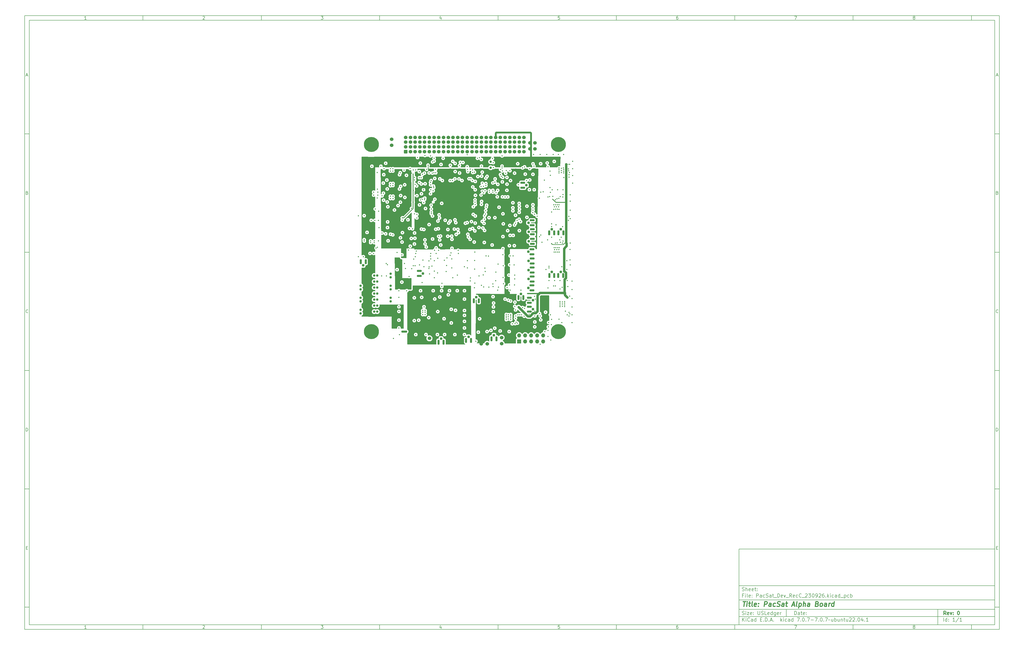
<source format=gbr>
%TF.GenerationSoftware,KiCad,Pcbnew,7.0.7-7.0.7~ubuntu22.04.1*%
%TF.CreationDate,2023-10-03T20:17:37-05:00*%
%TF.ProjectId,PacSat_Dev_RecC_230926,50616353-6174-45f4-9465-765f52656343,0*%
%TF.SameCoordinates,Original*%
%TF.FileFunction,Copper,L5,Inr*%
%TF.FilePolarity,Positive*%
%FSLAX46Y46*%
G04 Gerber Fmt 4.6, Leading zero omitted, Abs format (unit mm)*
G04 Created by KiCad (PCBNEW 7.0.7-7.0.7~ubuntu22.04.1) date 2023-10-03 20:17:37*
%MOMM*%
%LPD*%
G01*
G04 APERTURE LIST*
G04 Aperture macros list*
%AMRoundRect*
0 Rectangle with rounded corners*
0 $1 Rounding radius*
0 $2 $3 $4 $5 $6 $7 $8 $9 X,Y pos of 4 corners*
0 Add a 4 corners polygon primitive as box body*
4,1,4,$2,$3,$4,$5,$6,$7,$8,$9,$2,$3,0*
0 Add four circle primitives for the rounded corners*
1,1,$1+$1,$2,$3*
1,1,$1+$1,$4,$5*
1,1,$1+$1,$6,$7*
1,1,$1+$1,$8,$9*
0 Add four rect primitives between the rounded corners*
20,1,$1+$1,$2,$3,$4,$5,0*
20,1,$1+$1,$4,$5,$6,$7,0*
20,1,$1+$1,$6,$7,$8,$9,0*
20,1,$1+$1,$8,$9,$2,$3,0*%
G04 Aperture macros list end*
%ADD10C,0.100000*%
%ADD11C,0.150000*%
%ADD12C,0.300000*%
%ADD13C,0.400000*%
%TA.AperFunction,ComponentPad*%
%ADD14C,1.524000*%
%TD*%
%TA.AperFunction,ComponentPad*%
%ADD15C,6.350000*%
%TD*%
%TA.AperFunction,ComponentPad*%
%ADD16RoundRect,0.290840X-0.471160X-0.471160X0.471160X-0.471160X0.471160X0.471160X-0.471160X0.471160X0*%
%TD*%
%TA.AperFunction,ComponentPad*%
%ADD17C,1.016000*%
%TD*%
%TA.AperFunction,ComponentPad*%
%ADD18O,2.540000X0.889000*%
%TD*%
%TA.AperFunction,ComponentPad*%
%ADD19C,1.000000*%
%TD*%
%TA.AperFunction,ComponentPad*%
%ADD20R,1.700000X1.700000*%
%TD*%
%TA.AperFunction,ComponentPad*%
%ADD21O,1.700000X1.700000*%
%TD*%
%TA.AperFunction,ComponentPad*%
%ADD22RoundRect,0.254000X0.254000X-0.254000X0.254000X0.254000X-0.254000X0.254000X-0.254000X-0.254000X0*%
%TD*%
%TA.AperFunction,ComponentPad*%
%ADD23RoundRect,0.200000X0.200000X-0.800000X0.200000X0.800000X-0.200000X0.800000X-0.200000X-0.800000X0*%
%TD*%
%TA.AperFunction,ComponentPad*%
%ADD24RoundRect,0.254000X0.254000X0.254000X-0.254000X0.254000X-0.254000X-0.254000X0.254000X-0.254000X0*%
%TD*%
%TA.AperFunction,ComponentPad*%
%ADD25RoundRect,0.200000X0.800000X0.200000X-0.800000X0.200000X-0.800000X-0.200000X0.800000X-0.200000X0*%
%TD*%
%TA.AperFunction,ComponentPad*%
%ADD26RoundRect,0.254000X-0.254000X0.254000X-0.254000X-0.254000X0.254000X-0.254000X0.254000X0.254000X0*%
%TD*%
%TA.AperFunction,ComponentPad*%
%ADD27RoundRect,0.200000X-0.200000X0.800000X-0.200000X-0.800000X0.200000X-0.800000X0.200000X0.800000X0*%
%TD*%
%TA.AperFunction,ComponentPad*%
%ADD28RoundRect,0.254000X-0.254000X-0.254000X0.254000X-0.254000X0.254000X0.254000X-0.254000X0.254000X0*%
%TD*%
%TA.AperFunction,ComponentPad*%
%ADD29RoundRect,0.200000X-0.800000X-0.200000X0.800000X-0.200000X0.800000X0.200000X-0.800000X0.200000X0*%
%TD*%
%TA.AperFunction,ViaPad*%
%ADD30C,0.508000*%
%TD*%
%TA.AperFunction,Conductor*%
%ADD31C,0.304800*%
%TD*%
%TA.AperFunction,Conductor*%
%ADD32C,0.635000*%
%TD*%
%TA.AperFunction,Conductor*%
%ADD33C,0.254000*%
%TD*%
%TA.AperFunction,Conductor*%
%ADD34C,0.152400*%
%TD*%
%TA.AperFunction,Conductor*%
%ADD35C,1.016000*%
%TD*%
%TA.AperFunction,Conductor*%
%ADD36C,0.330200*%
%TD*%
%TA.AperFunction,Conductor*%
%ADD37C,0.381000*%
%TD*%
%TA.AperFunction,Conductor*%
%ADD38C,0.508000*%
%TD*%
%TA.AperFunction,Conductor*%
%ADD39C,0.203200*%
%TD*%
%TA.AperFunction,Conductor*%
%ADD40C,0.762000*%
%TD*%
G04 APERTURE END LIST*
D10*
D11*
X311800000Y-235400000D02*
X419800000Y-235400000D01*
X419800000Y-267400000D01*
X311800000Y-267400000D01*
X311800000Y-235400000D01*
D10*
D11*
X10000000Y-10000000D02*
X421800000Y-10000000D01*
X421800000Y-269400000D01*
X10000000Y-269400000D01*
X10000000Y-10000000D01*
D10*
D11*
X12000000Y-12000000D02*
X419800000Y-12000000D01*
X419800000Y-267400000D01*
X12000000Y-267400000D01*
X12000000Y-12000000D01*
D10*
D11*
X60000000Y-12000000D02*
X60000000Y-10000000D01*
D10*
D11*
X110000000Y-12000000D02*
X110000000Y-10000000D01*
D10*
D11*
X160000000Y-12000000D02*
X160000000Y-10000000D01*
D10*
D11*
X210000000Y-12000000D02*
X210000000Y-10000000D01*
D10*
D11*
X260000000Y-12000000D02*
X260000000Y-10000000D01*
D10*
D11*
X310000000Y-12000000D02*
X310000000Y-10000000D01*
D10*
D11*
X360000000Y-12000000D02*
X360000000Y-10000000D01*
D10*
D11*
X410000000Y-12000000D02*
X410000000Y-10000000D01*
D10*
D11*
X36089160Y-11593604D02*
X35346303Y-11593604D01*
X35717731Y-11593604D02*
X35717731Y-10293604D01*
X35717731Y-10293604D02*
X35593922Y-10479319D01*
X35593922Y-10479319D02*
X35470112Y-10603128D01*
X35470112Y-10603128D02*
X35346303Y-10665033D01*
D10*
D11*
X85346303Y-10417414D02*
X85408207Y-10355509D01*
X85408207Y-10355509D02*
X85532017Y-10293604D01*
X85532017Y-10293604D02*
X85841541Y-10293604D01*
X85841541Y-10293604D02*
X85965350Y-10355509D01*
X85965350Y-10355509D02*
X86027255Y-10417414D01*
X86027255Y-10417414D02*
X86089160Y-10541223D01*
X86089160Y-10541223D02*
X86089160Y-10665033D01*
X86089160Y-10665033D02*
X86027255Y-10850747D01*
X86027255Y-10850747D02*
X85284398Y-11593604D01*
X85284398Y-11593604D02*
X86089160Y-11593604D01*
D10*
D11*
X135284398Y-10293604D02*
X136089160Y-10293604D01*
X136089160Y-10293604D02*
X135655826Y-10788842D01*
X135655826Y-10788842D02*
X135841541Y-10788842D01*
X135841541Y-10788842D02*
X135965350Y-10850747D01*
X135965350Y-10850747D02*
X136027255Y-10912652D01*
X136027255Y-10912652D02*
X136089160Y-11036461D01*
X136089160Y-11036461D02*
X136089160Y-11345985D01*
X136089160Y-11345985D02*
X136027255Y-11469795D01*
X136027255Y-11469795D02*
X135965350Y-11531700D01*
X135965350Y-11531700D02*
X135841541Y-11593604D01*
X135841541Y-11593604D02*
X135470112Y-11593604D01*
X135470112Y-11593604D02*
X135346303Y-11531700D01*
X135346303Y-11531700D02*
X135284398Y-11469795D01*
D10*
D11*
X185965350Y-10726938D02*
X185965350Y-11593604D01*
X185655826Y-10231700D02*
X185346303Y-11160271D01*
X185346303Y-11160271D02*
X186151064Y-11160271D01*
D10*
D11*
X236027255Y-10293604D02*
X235408207Y-10293604D01*
X235408207Y-10293604D02*
X235346303Y-10912652D01*
X235346303Y-10912652D02*
X235408207Y-10850747D01*
X235408207Y-10850747D02*
X235532017Y-10788842D01*
X235532017Y-10788842D02*
X235841541Y-10788842D01*
X235841541Y-10788842D02*
X235965350Y-10850747D01*
X235965350Y-10850747D02*
X236027255Y-10912652D01*
X236027255Y-10912652D02*
X236089160Y-11036461D01*
X236089160Y-11036461D02*
X236089160Y-11345985D01*
X236089160Y-11345985D02*
X236027255Y-11469795D01*
X236027255Y-11469795D02*
X235965350Y-11531700D01*
X235965350Y-11531700D02*
X235841541Y-11593604D01*
X235841541Y-11593604D02*
X235532017Y-11593604D01*
X235532017Y-11593604D02*
X235408207Y-11531700D01*
X235408207Y-11531700D02*
X235346303Y-11469795D01*
D10*
D11*
X285965350Y-10293604D02*
X285717731Y-10293604D01*
X285717731Y-10293604D02*
X285593922Y-10355509D01*
X285593922Y-10355509D02*
X285532017Y-10417414D01*
X285532017Y-10417414D02*
X285408207Y-10603128D01*
X285408207Y-10603128D02*
X285346303Y-10850747D01*
X285346303Y-10850747D02*
X285346303Y-11345985D01*
X285346303Y-11345985D02*
X285408207Y-11469795D01*
X285408207Y-11469795D02*
X285470112Y-11531700D01*
X285470112Y-11531700D02*
X285593922Y-11593604D01*
X285593922Y-11593604D02*
X285841541Y-11593604D01*
X285841541Y-11593604D02*
X285965350Y-11531700D01*
X285965350Y-11531700D02*
X286027255Y-11469795D01*
X286027255Y-11469795D02*
X286089160Y-11345985D01*
X286089160Y-11345985D02*
X286089160Y-11036461D01*
X286089160Y-11036461D02*
X286027255Y-10912652D01*
X286027255Y-10912652D02*
X285965350Y-10850747D01*
X285965350Y-10850747D02*
X285841541Y-10788842D01*
X285841541Y-10788842D02*
X285593922Y-10788842D01*
X285593922Y-10788842D02*
X285470112Y-10850747D01*
X285470112Y-10850747D02*
X285408207Y-10912652D01*
X285408207Y-10912652D02*
X285346303Y-11036461D01*
D10*
D11*
X335284398Y-10293604D02*
X336151064Y-10293604D01*
X336151064Y-10293604D02*
X335593922Y-11593604D01*
D10*
D11*
X385593922Y-10850747D02*
X385470112Y-10788842D01*
X385470112Y-10788842D02*
X385408207Y-10726938D01*
X385408207Y-10726938D02*
X385346303Y-10603128D01*
X385346303Y-10603128D02*
X385346303Y-10541223D01*
X385346303Y-10541223D02*
X385408207Y-10417414D01*
X385408207Y-10417414D02*
X385470112Y-10355509D01*
X385470112Y-10355509D02*
X385593922Y-10293604D01*
X385593922Y-10293604D02*
X385841541Y-10293604D01*
X385841541Y-10293604D02*
X385965350Y-10355509D01*
X385965350Y-10355509D02*
X386027255Y-10417414D01*
X386027255Y-10417414D02*
X386089160Y-10541223D01*
X386089160Y-10541223D02*
X386089160Y-10603128D01*
X386089160Y-10603128D02*
X386027255Y-10726938D01*
X386027255Y-10726938D02*
X385965350Y-10788842D01*
X385965350Y-10788842D02*
X385841541Y-10850747D01*
X385841541Y-10850747D02*
X385593922Y-10850747D01*
X385593922Y-10850747D02*
X385470112Y-10912652D01*
X385470112Y-10912652D02*
X385408207Y-10974557D01*
X385408207Y-10974557D02*
X385346303Y-11098366D01*
X385346303Y-11098366D02*
X385346303Y-11345985D01*
X385346303Y-11345985D02*
X385408207Y-11469795D01*
X385408207Y-11469795D02*
X385470112Y-11531700D01*
X385470112Y-11531700D02*
X385593922Y-11593604D01*
X385593922Y-11593604D02*
X385841541Y-11593604D01*
X385841541Y-11593604D02*
X385965350Y-11531700D01*
X385965350Y-11531700D02*
X386027255Y-11469795D01*
X386027255Y-11469795D02*
X386089160Y-11345985D01*
X386089160Y-11345985D02*
X386089160Y-11098366D01*
X386089160Y-11098366D02*
X386027255Y-10974557D01*
X386027255Y-10974557D02*
X385965350Y-10912652D01*
X385965350Y-10912652D02*
X385841541Y-10850747D01*
D10*
D11*
X60000000Y-267400000D02*
X60000000Y-269400000D01*
D10*
D11*
X110000000Y-267400000D02*
X110000000Y-269400000D01*
D10*
D11*
X160000000Y-267400000D02*
X160000000Y-269400000D01*
D10*
D11*
X210000000Y-267400000D02*
X210000000Y-269400000D01*
D10*
D11*
X260000000Y-267400000D02*
X260000000Y-269400000D01*
D10*
D11*
X310000000Y-267400000D02*
X310000000Y-269400000D01*
D10*
D11*
X360000000Y-267400000D02*
X360000000Y-269400000D01*
D10*
D11*
X410000000Y-267400000D02*
X410000000Y-269400000D01*
D10*
D11*
X36089160Y-268993604D02*
X35346303Y-268993604D01*
X35717731Y-268993604D02*
X35717731Y-267693604D01*
X35717731Y-267693604D02*
X35593922Y-267879319D01*
X35593922Y-267879319D02*
X35470112Y-268003128D01*
X35470112Y-268003128D02*
X35346303Y-268065033D01*
D10*
D11*
X85346303Y-267817414D02*
X85408207Y-267755509D01*
X85408207Y-267755509D02*
X85532017Y-267693604D01*
X85532017Y-267693604D02*
X85841541Y-267693604D01*
X85841541Y-267693604D02*
X85965350Y-267755509D01*
X85965350Y-267755509D02*
X86027255Y-267817414D01*
X86027255Y-267817414D02*
X86089160Y-267941223D01*
X86089160Y-267941223D02*
X86089160Y-268065033D01*
X86089160Y-268065033D02*
X86027255Y-268250747D01*
X86027255Y-268250747D02*
X85284398Y-268993604D01*
X85284398Y-268993604D02*
X86089160Y-268993604D01*
D10*
D11*
X135284398Y-267693604D02*
X136089160Y-267693604D01*
X136089160Y-267693604D02*
X135655826Y-268188842D01*
X135655826Y-268188842D02*
X135841541Y-268188842D01*
X135841541Y-268188842D02*
X135965350Y-268250747D01*
X135965350Y-268250747D02*
X136027255Y-268312652D01*
X136027255Y-268312652D02*
X136089160Y-268436461D01*
X136089160Y-268436461D02*
X136089160Y-268745985D01*
X136089160Y-268745985D02*
X136027255Y-268869795D01*
X136027255Y-268869795D02*
X135965350Y-268931700D01*
X135965350Y-268931700D02*
X135841541Y-268993604D01*
X135841541Y-268993604D02*
X135470112Y-268993604D01*
X135470112Y-268993604D02*
X135346303Y-268931700D01*
X135346303Y-268931700D02*
X135284398Y-268869795D01*
D10*
D11*
X185965350Y-268126938D02*
X185965350Y-268993604D01*
X185655826Y-267631700D02*
X185346303Y-268560271D01*
X185346303Y-268560271D02*
X186151064Y-268560271D01*
D10*
D11*
X236027255Y-267693604D02*
X235408207Y-267693604D01*
X235408207Y-267693604D02*
X235346303Y-268312652D01*
X235346303Y-268312652D02*
X235408207Y-268250747D01*
X235408207Y-268250747D02*
X235532017Y-268188842D01*
X235532017Y-268188842D02*
X235841541Y-268188842D01*
X235841541Y-268188842D02*
X235965350Y-268250747D01*
X235965350Y-268250747D02*
X236027255Y-268312652D01*
X236027255Y-268312652D02*
X236089160Y-268436461D01*
X236089160Y-268436461D02*
X236089160Y-268745985D01*
X236089160Y-268745985D02*
X236027255Y-268869795D01*
X236027255Y-268869795D02*
X235965350Y-268931700D01*
X235965350Y-268931700D02*
X235841541Y-268993604D01*
X235841541Y-268993604D02*
X235532017Y-268993604D01*
X235532017Y-268993604D02*
X235408207Y-268931700D01*
X235408207Y-268931700D02*
X235346303Y-268869795D01*
D10*
D11*
X285965350Y-267693604D02*
X285717731Y-267693604D01*
X285717731Y-267693604D02*
X285593922Y-267755509D01*
X285593922Y-267755509D02*
X285532017Y-267817414D01*
X285532017Y-267817414D02*
X285408207Y-268003128D01*
X285408207Y-268003128D02*
X285346303Y-268250747D01*
X285346303Y-268250747D02*
X285346303Y-268745985D01*
X285346303Y-268745985D02*
X285408207Y-268869795D01*
X285408207Y-268869795D02*
X285470112Y-268931700D01*
X285470112Y-268931700D02*
X285593922Y-268993604D01*
X285593922Y-268993604D02*
X285841541Y-268993604D01*
X285841541Y-268993604D02*
X285965350Y-268931700D01*
X285965350Y-268931700D02*
X286027255Y-268869795D01*
X286027255Y-268869795D02*
X286089160Y-268745985D01*
X286089160Y-268745985D02*
X286089160Y-268436461D01*
X286089160Y-268436461D02*
X286027255Y-268312652D01*
X286027255Y-268312652D02*
X285965350Y-268250747D01*
X285965350Y-268250747D02*
X285841541Y-268188842D01*
X285841541Y-268188842D02*
X285593922Y-268188842D01*
X285593922Y-268188842D02*
X285470112Y-268250747D01*
X285470112Y-268250747D02*
X285408207Y-268312652D01*
X285408207Y-268312652D02*
X285346303Y-268436461D01*
D10*
D11*
X335284398Y-267693604D02*
X336151064Y-267693604D01*
X336151064Y-267693604D02*
X335593922Y-268993604D01*
D10*
D11*
X385593922Y-268250747D02*
X385470112Y-268188842D01*
X385470112Y-268188842D02*
X385408207Y-268126938D01*
X385408207Y-268126938D02*
X385346303Y-268003128D01*
X385346303Y-268003128D02*
X385346303Y-267941223D01*
X385346303Y-267941223D02*
X385408207Y-267817414D01*
X385408207Y-267817414D02*
X385470112Y-267755509D01*
X385470112Y-267755509D02*
X385593922Y-267693604D01*
X385593922Y-267693604D02*
X385841541Y-267693604D01*
X385841541Y-267693604D02*
X385965350Y-267755509D01*
X385965350Y-267755509D02*
X386027255Y-267817414D01*
X386027255Y-267817414D02*
X386089160Y-267941223D01*
X386089160Y-267941223D02*
X386089160Y-268003128D01*
X386089160Y-268003128D02*
X386027255Y-268126938D01*
X386027255Y-268126938D02*
X385965350Y-268188842D01*
X385965350Y-268188842D02*
X385841541Y-268250747D01*
X385841541Y-268250747D02*
X385593922Y-268250747D01*
X385593922Y-268250747D02*
X385470112Y-268312652D01*
X385470112Y-268312652D02*
X385408207Y-268374557D01*
X385408207Y-268374557D02*
X385346303Y-268498366D01*
X385346303Y-268498366D02*
X385346303Y-268745985D01*
X385346303Y-268745985D02*
X385408207Y-268869795D01*
X385408207Y-268869795D02*
X385470112Y-268931700D01*
X385470112Y-268931700D02*
X385593922Y-268993604D01*
X385593922Y-268993604D02*
X385841541Y-268993604D01*
X385841541Y-268993604D02*
X385965350Y-268931700D01*
X385965350Y-268931700D02*
X386027255Y-268869795D01*
X386027255Y-268869795D02*
X386089160Y-268745985D01*
X386089160Y-268745985D02*
X386089160Y-268498366D01*
X386089160Y-268498366D02*
X386027255Y-268374557D01*
X386027255Y-268374557D02*
X385965350Y-268312652D01*
X385965350Y-268312652D02*
X385841541Y-268250747D01*
D10*
D11*
X10000000Y-60000000D02*
X12000000Y-60000000D01*
D10*
D11*
X10000000Y-110000000D02*
X12000000Y-110000000D01*
D10*
D11*
X10000000Y-160000000D02*
X12000000Y-160000000D01*
D10*
D11*
X10000000Y-210000000D02*
X12000000Y-210000000D01*
D10*
D11*
X10000000Y-260000000D02*
X12000000Y-260000000D01*
D10*
D11*
X10690476Y-35222176D02*
X11309523Y-35222176D01*
X10566666Y-35593604D02*
X10999999Y-34293604D01*
X10999999Y-34293604D02*
X11433333Y-35593604D01*
D10*
D11*
X11092857Y-84912652D02*
X11278571Y-84974557D01*
X11278571Y-84974557D02*
X11340476Y-85036461D01*
X11340476Y-85036461D02*
X11402380Y-85160271D01*
X11402380Y-85160271D02*
X11402380Y-85345985D01*
X11402380Y-85345985D02*
X11340476Y-85469795D01*
X11340476Y-85469795D02*
X11278571Y-85531700D01*
X11278571Y-85531700D02*
X11154761Y-85593604D01*
X11154761Y-85593604D02*
X10659523Y-85593604D01*
X10659523Y-85593604D02*
X10659523Y-84293604D01*
X10659523Y-84293604D02*
X11092857Y-84293604D01*
X11092857Y-84293604D02*
X11216666Y-84355509D01*
X11216666Y-84355509D02*
X11278571Y-84417414D01*
X11278571Y-84417414D02*
X11340476Y-84541223D01*
X11340476Y-84541223D02*
X11340476Y-84665033D01*
X11340476Y-84665033D02*
X11278571Y-84788842D01*
X11278571Y-84788842D02*
X11216666Y-84850747D01*
X11216666Y-84850747D02*
X11092857Y-84912652D01*
X11092857Y-84912652D02*
X10659523Y-84912652D01*
D10*
D11*
X11402380Y-135469795D02*
X11340476Y-135531700D01*
X11340476Y-135531700D02*
X11154761Y-135593604D01*
X11154761Y-135593604D02*
X11030952Y-135593604D01*
X11030952Y-135593604D02*
X10845238Y-135531700D01*
X10845238Y-135531700D02*
X10721428Y-135407890D01*
X10721428Y-135407890D02*
X10659523Y-135284080D01*
X10659523Y-135284080D02*
X10597619Y-135036461D01*
X10597619Y-135036461D02*
X10597619Y-134850747D01*
X10597619Y-134850747D02*
X10659523Y-134603128D01*
X10659523Y-134603128D02*
X10721428Y-134479319D01*
X10721428Y-134479319D02*
X10845238Y-134355509D01*
X10845238Y-134355509D02*
X11030952Y-134293604D01*
X11030952Y-134293604D02*
X11154761Y-134293604D01*
X11154761Y-134293604D02*
X11340476Y-134355509D01*
X11340476Y-134355509D02*
X11402380Y-134417414D01*
D10*
D11*
X10659523Y-185593604D02*
X10659523Y-184293604D01*
X10659523Y-184293604D02*
X10969047Y-184293604D01*
X10969047Y-184293604D02*
X11154761Y-184355509D01*
X11154761Y-184355509D02*
X11278571Y-184479319D01*
X11278571Y-184479319D02*
X11340476Y-184603128D01*
X11340476Y-184603128D02*
X11402380Y-184850747D01*
X11402380Y-184850747D02*
X11402380Y-185036461D01*
X11402380Y-185036461D02*
X11340476Y-185284080D01*
X11340476Y-185284080D02*
X11278571Y-185407890D01*
X11278571Y-185407890D02*
X11154761Y-185531700D01*
X11154761Y-185531700D02*
X10969047Y-185593604D01*
X10969047Y-185593604D02*
X10659523Y-185593604D01*
D10*
D11*
X10721428Y-234912652D02*
X11154762Y-234912652D01*
X11340476Y-235593604D02*
X10721428Y-235593604D01*
X10721428Y-235593604D02*
X10721428Y-234293604D01*
X10721428Y-234293604D02*
X11340476Y-234293604D01*
D10*
D11*
X421800000Y-60000000D02*
X419800000Y-60000000D01*
D10*
D11*
X421800000Y-110000000D02*
X419800000Y-110000000D01*
D10*
D11*
X421800000Y-160000000D02*
X419800000Y-160000000D01*
D10*
D11*
X421800000Y-210000000D02*
X419800000Y-210000000D01*
D10*
D11*
X421800000Y-260000000D02*
X419800000Y-260000000D01*
D10*
D11*
X420490476Y-35222176D02*
X421109523Y-35222176D01*
X420366666Y-35593604D02*
X420799999Y-34293604D01*
X420799999Y-34293604D02*
X421233333Y-35593604D01*
D10*
D11*
X420892857Y-84912652D02*
X421078571Y-84974557D01*
X421078571Y-84974557D02*
X421140476Y-85036461D01*
X421140476Y-85036461D02*
X421202380Y-85160271D01*
X421202380Y-85160271D02*
X421202380Y-85345985D01*
X421202380Y-85345985D02*
X421140476Y-85469795D01*
X421140476Y-85469795D02*
X421078571Y-85531700D01*
X421078571Y-85531700D02*
X420954761Y-85593604D01*
X420954761Y-85593604D02*
X420459523Y-85593604D01*
X420459523Y-85593604D02*
X420459523Y-84293604D01*
X420459523Y-84293604D02*
X420892857Y-84293604D01*
X420892857Y-84293604D02*
X421016666Y-84355509D01*
X421016666Y-84355509D02*
X421078571Y-84417414D01*
X421078571Y-84417414D02*
X421140476Y-84541223D01*
X421140476Y-84541223D02*
X421140476Y-84665033D01*
X421140476Y-84665033D02*
X421078571Y-84788842D01*
X421078571Y-84788842D02*
X421016666Y-84850747D01*
X421016666Y-84850747D02*
X420892857Y-84912652D01*
X420892857Y-84912652D02*
X420459523Y-84912652D01*
D10*
D11*
X421202380Y-135469795D02*
X421140476Y-135531700D01*
X421140476Y-135531700D02*
X420954761Y-135593604D01*
X420954761Y-135593604D02*
X420830952Y-135593604D01*
X420830952Y-135593604D02*
X420645238Y-135531700D01*
X420645238Y-135531700D02*
X420521428Y-135407890D01*
X420521428Y-135407890D02*
X420459523Y-135284080D01*
X420459523Y-135284080D02*
X420397619Y-135036461D01*
X420397619Y-135036461D02*
X420397619Y-134850747D01*
X420397619Y-134850747D02*
X420459523Y-134603128D01*
X420459523Y-134603128D02*
X420521428Y-134479319D01*
X420521428Y-134479319D02*
X420645238Y-134355509D01*
X420645238Y-134355509D02*
X420830952Y-134293604D01*
X420830952Y-134293604D02*
X420954761Y-134293604D01*
X420954761Y-134293604D02*
X421140476Y-134355509D01*
X421140476Y-134355509D02*
X421202380Y-134417414D01*
D10*
D11*
X420459523Y-185593604D02*
X420459523Y-184293604D01*
X420459523Y-184293604D02*
X420769047Y-184293604D01*
X420769047Y-184293604D02*
X420954761Y-184355509D01*
X420954761Y-184355509D02*
X421078571Y-184479319D01*
X421078571Y-184479319D02*
X421140476Y-184603128D01*
X421140476Y-184603128D02*
X421202380Y-184850747D01*
X421202380Y-184850747D02*
X421202380Y-185036461D01*
X421202380Y-185036461D02*
X421140476Y-185284080D01*
X421140476Y-185284080D02*
X421078571Y-185407890D01*
X421078571Y-185407890D02*
X420954761Y-185531700D01*
X420954761Y-185531700D02*
X420769047Y-185593604D01*
X420769047Y-185593604D02*
X420459523Y-185593604D01*
D10*
D11*
X420521428Y-234912652D02*
X420954762Y-234912652D01*
X421140476Y-235593604D02*
X420521428Y-235593604D01*
X420521428Y-235593604D02*
X420521428Y-234293604D01*
X420521428Y-234293604D02*
X421140476Y-234293604D01*
D10*
D11*
X335255826Y-263186128D02*
X335255826Y-261686128D01*
X335255826Y-261686128D02*
X335612969Y-261686128D01*
X335612969Y-261686128D02*
X335827255Y-261757557D01*
X335827255Y-261757557D02*
X335970112Y-261900414D01*
X335970112Y-261900414D02*
X336041541Y-262043271D01*
X336041541Y-262043271D02*
X336112969Y-262328985D01*
X336112969Y-262328985D02*
X336112969Y-262543271D01*
X336112969Y-262543271D02*
X336041541Y-262828985D01*
X336041541Y-262828985D02*
X335970112Y-262971842D01*
X335970112Y-262971842D02*
X335827255Y-263114700D01*
X335827255Y-263114700D02*
X335612969Y-263186128D01*
X335612969Y-263186128D02*
X335255826Y-263186128D01*
X337398684Y-263186128D02*
X337398684Y-262400414D01*
X337398684Y-262400414D02*
X337327255Y-262257557D01*
X337327255Y-262257557D02*
X337184398Y-262186128D01*
X337184398Y-262186128D02*
X336898684Y-262186128D01*
X336898684Y-262186128D02*
X336755826Y-262257557D01*
X337398684Y-263114700D02*
X337255826Y-263186128D01*
X337255826Y-263186128D02*
X336898684Y-263186128D01*
X336898684Y-263186128D02*
X336755826Y-263114700D01*
X336755826Y-263114700D02*
X336684398Y-262971842D01*
X336684398Y-262971842D02*
X336684398Y-262828985D01*
X336684398Y-262828985D02*
X336755826Y-262686128D01*
X336755826Y-262686128D02*
X336898684Y-262614700D01*
X336898684Y-262614700D02*
X337255826Y-262614700D01*
X337255826Y-262614700D02*
X337398684Y-262543271D01*
X337898684Y-262186128D02*
X338470112Y-262186128D01*
X338112969Y-261686128D02*
X338112969Y-262971842D01*
X338112969Y-262971842D02*
X338184398Y-263114700D01*
X338184398Y-263114700D02*
X338327255Y-263186128D01*
X338327255Y-263186128D02*
X338470112Y-263186128D01*
X339541541Y-263114700D02*
X339398684Y-263186128D01*
X339398684Y-263186128D02*
X339112970Y-263186128D01*
X339112970Y-263186128D02*
X338970112Y-263114700D01*
X338970112Y-263114700D02*
X338898684Y-262971842D01*
X338898684Y-262971842D02*
X338898684Y-262400414D01*
X338898684Y-262400414D02*
X338970112Y-262257557D01*
X338970112Y-262257557D02*
X339112970Y-262186128D01*
X339112970Y-262186128D02*
X339398684Y-262186128D01*
X339398684Y-262186128D02*
X339541541Y-262257557D01*
X339541541Y-262257557D02*
X339612970Y-262400414D01*
X339612970Y-262400414D02*
X339612970Y-262543271D01*
X339612970Y-262543271D02*
X338898684Y-262686128D01*
X340255826Y-263043271D02*
X340327255Y-263114700D01*
X340327255Y-263114700D02*
X340255826Y-263186128D01*
X340255826Y-263186128D02*
X340184398Y-263114700D01*
X340184398Y-263114700D02*
X340255826Y-263043271D01*
X340255826Y-263043271D02*
X340255826Y-263186128D01*
X340255826Y-262257557D02*
X340327255Y-262328985D01*
X340327255Y-262328985D02*
X340255826Y-262400414D01*
X340255826Y-262400414D02*
X340184398Y-262328985D01*
X340184398Y-262328985D02*
X340255826Y-262257557D01*
X340255826Y-262257557D02*
X340255826Y-262400414D01*
D10*
D11*
X311800000Y-263900000D02*
X419800000Y-263900000D01*
D10*
D11*
X313255826Y-265986128D02*
X313255826Y-264486128D01*
X314112969Y-265986128D02*
X313470112Y-265128985D01*
X314112969Y-264486128D02*
X313255826Y-265343271D01*
X314755826Y-265986128D02*
X314755826Y-264986128D01*
X314755826Y-264486128D02*
X314684398Y-264557557D01*
X314684398Y-264557557D02*
X314755826Y-264628985D01*
X314755826Y-264628985D02*
X314827255Y-264557557D01*
X314827255Y-264557557D02*
X314755826Y-264486128D01*
X314755826Y-264486128D02*
X314755826Y-264628985D01*
X316327255Y-265843271D02*
X316255827Y-265914700D01*
X316255827Y-265914700D02*
X316041541Y-265986128D01*
X316041541Y-265986128D02*
X315898684Y-265986128D01*
X315898684Y-265986128D02*
X315684398Y-265914700D01*
X315684398Y-265914700D02*
X315541541Y-265771842D01*
X315541541Y-265771842D02*
X315470112Y-265628985D01*
X315470112Y-265628985D02*
X315398684Y-265343271D01*
X315398684Y-265343271D02*
X315398684Y-265128985D01*
X315398684Y-265128985D02*
X315470112Y-264843271D01*
X315470112Y-264843271D02*
X315541541Y-264700414D01*
X315541541Y-264700414D02*
X315684398Y-264557557D01*
X315684398Y-264557557D02*
X315898684Y-264486128D01*
X315898684Y-264486128D02*
X316041541Y-264486128D01*
X316041541Y-264486128D02*
X316255827Y-264557557D01*
X316255827Y-264557557D02*
X316327255Y-264628985D01*
X317612970Y-265986128D02*
X317612970Y-265200414D01*
X317612970Y-265200414D02*
X317541541Y-265057557D01*
X317541541Y-265057557D02*
X317398684Y-264986128D01*
X317398684Y-264986128D02*
X317112970Y-264986128D01*
X317112970Y-264986128D02*
X316970112Y-265057557D01*
X317612970Y-265914700D02*
X317470112Y-265986128D01*
X317470112Y-265986128D02*
X317112970Y-265986128D01*
X317112970Y-265986128D02*
X316970112Y-265914700D01*
X316970112Y-265914700D02*
X316898684Y-265771842D01*
X316898684Y-265771842D02*
X316898684Y-265628985D01*
X316898684Y-265628985D02*
X316970112Y-265486128D01*
X316970112Y-265486128D02*
X317112970Y-265414700D01*
X317112970Y-265414700D02*
X317470112Y-265414700D01*
X317470112Y-265414700D02*
X317612970Y-265343271D01*
X318970113Y-265986128D02*
X318970113Y-264486128D01*
X318970113Y-265914700D02*
X318827255Y-265986128D01*
X318827255Y-265986128D02*
X318541541Y-265986128D01*
X318541541Y-265986128D02*
X318398684Y-265914700D01*
X318398684Y-265914700D02*
X318327255Y-265843271D01*
X318327255Y-265843271D02*
X318255827Y-265700414D01*
X318255827Y-265700414D02*
X318255827Y-265271842D01*
X318255827Y-265271842D02*
X318327255Y-265128985D01*
X318327255Y-265128985D02*
X318398684Y-265057557D01*
X318398684Y-265057557D02*
X318541541Y-264986128D01*
X318541541Y-264986128D02*
X318827255Y-264986128D01*
X318827255Y-264986128D02*
X318970113Y-265057557D01*
X320827255Y-265200414D02*
X321327255Y-265200414D01*
X321541541Y-265986128D02*
X320827255Y-265986128D01*
X320827255Y-265986128D02*
X320827255Y-264486128D01*
X320827255Y-264486128D02*
X321541541Y-264486128D01*
X322184398Y-265843271D02*
X322255827Y-265914700D01*
X322255827Y-265914700D02*
X322184398Y-265986128D01*
X322184398Y-265986128D02*
X322112970Y-265914700D01*
X322112970Y-265914700D02*
X322184398Y-265843271D01*
X322184398Y-265843271D02*
X322184398Y-265986128D01*
X322898684Y-265986128D02*
X322898684Y-264486128D01*
X322898684Y-264486128D02*
X323255827Y-264486128D01*
X323255827Y-264486128D02*
X323470113Y-264557557D01*
X323470113Y-264557557D02*
X323612970Y-264700414D01*
X323612970Y-264700414D02*
X323684399Y-264843271D01*
X323684399Y-264843271D02*
X323755827Y-265128985D01*
X323755827Y-265128985D02*
X323755827Y-265343271D01*
X323755827Y-265343271D02*
X323684399Y-265628985D01*
X323684399Y-265628985D02*
X323612970Y-265771842D01*
X323612970Y-265771842D02*
X323470113Y-265914700D01*
X323470113Y-265914700D02*
X323255827Y-265986128D01*
X323255827Y-265986128D02*
X322898684Y-265986128D01*
X324398684Y-265843271D02*
X324470113Y-265914700D01*
X324470113Y-265914700D02*
X324398684Y-265986128D01*
X324398684Y-265986128D02*
X324327256Y-265914700D01*
X324327256Y-265914700D02*
X324398684Y-265843271D01*
X324398684Y-265843271D02*
X324398684Y-265986128D01*
X325041542Y-265557557D02*
X325755828Y-265557557D01*
X324898685Y-265986128D02*
X325398685Y-264486128D01*
X325398685Y-264486128D02*
X325898685Y-265986128D01*
X326398684Y-265843271D02*
X326470113Y-265914700D01*
X326470113Y-265914700D02*
X326398684Y-265986128D01*
X326398684Y-265986128D02*
X326327256Y-265914700D01*
X326327256Y-265914700D02*
X326398684Y-265843271D01*
X326398684Y-265843271D02*
X326398684Y-265986128D01*
X329398684Y-265986128D02*
X329398684Y-264486128D01*
X329541542Y-265414700D02*
X329970113Y-265986128D01*
X329970113Y-264986128D02*
X329398684Y-265557557D01*
X330612970Y-265986128D02*
X330612970Y-264986128D01*
X330612970Y-264486128D02*
X330541542Y-264557557D01*
X330541542Y-264557557D02*
X330612970Y-264628985D01*
X330612970Y-264628985D02*
X330684399Y-264557557D01*
X330684399Y-264557557D02*
X330612970Y-264486128D01*
X330612970Y-264486128D02*
X330612970Y-264628985D01*
X331970114Y-265914700D02*
X331827256Y-265986128D01*
X331827256Y-265986128D02*
X331541542Y-265986128D01*
X331541542Y-265986128D02*
X331398685Y-265914700D01*
X331398685Y-265914700D02*
X331327256Y-265843271D01*
X331327256Y-265843271D02*
X331255828Y-265700414D01*
X331255828Y-265700414D02*
X331255828Y-265271842D01*
X331255828Y-265271842D02*
X331327256Y-265128985D01*
X331327256Y-265128985D02*
X331398685Y-265057557D01*
X331398685Y-265057557D02*
X331541542Y-264986128D01*
X331541542Y-264986128D02*
X331827256Y-264986128D01*
X331827256Y-264986128D02*
X331970114Y-265057557D01*
X333255828Y-265986128D02*
X333255828Y-265200414D01*
X333255828Y-265200414D02*
X333184399Y-265057557D01*
X333184399Y-265057557D02*
X333041542Y-264986128D01*
X333041542Y-264986128D02*
X332755828Y-264986128D01*
X332755828Y-264986128D02*
X332612970Y-265057557D01*
X333255828Y-265914700D02*
X333112970Y-265986128D01*
X333112970Y-265986128D02*
X332755828Y-265986128D01*
X332755828Y-265986128D02*
X332612970Y-265914700D01*
X332612970Y-265914700D02*
X332541542Y-265771842D01*
X332541542Y-265771842D02*
X332541542Y-265628985D01*
X332541542Y-265628985D02*
X332612970Y-265486128D01*
X332612970Y-265486128D02*
X332755828Y-265414700D01*
X332755828Y-265414700D02*
X333112970Y-265414700D01*
X333112970Y-265414700D02*
X333255828Y-265343271D01*
X334612971Y-265986128D02*
X334612971Y-264486128D01*
X334612971Y-265914700D02*
X334470113Y-265986128D01*
X334470113Y-265986128D02*
X334184399Y-265986128D01*
X334184399Y-265986128D02*
X334041542Y-265914700D01*
X334041542Y-265914700D02*
X333970113Y-265843271D01*
X333970113Y-265843271D02*
X333898685Y-265700414D01*
X333898685Y-265700414D02*
X333898685Y-265271842D01*
X333898685Y-265271842D02*
X333970113Y-265128985D01*
X333970113Y-265128985D02*
X334041542Y-265057557D01*
X334041542Y-265057557D02*
X334184399Y-264986128D01*
X334184399Y-264986128D02*
X334470113Y-264986128D01*
X334470113Y-264986128D02*
X334612971Y-265057557D01*
X336327256Y-264486128D02*
X337327256Y-264486128D01*
X337327256Y-264486128D02*
X336684399Y-265986128D01*
X337898684Y-265843271D02*
X337970113Y-265914700D01*
X337970113Y-265914700D02*
X337898684Y-265986128D01*
X337898684Y-265986128D02*
X337827256Y-265914700D01*
X337827256Y-265914700D02*
X337898684Y-265843271D01*
X337898684Y-265843271D02*
X337898684Y-265986128D01*
X338898685Y-264486128D02*
X339041542Y-264486128D01*
X339041542Y-264486128D02*
X339184399Y-264557557D01*
X339184399Y-264557557D02*
X339255828Y-264628985D01*
X339255828Y-264628985D02*
X339327256Y-264771842D01*
X339327256Y-264771842D02*
X339398685Y-265057557D01*
X339398685Y-265057557D02*
X339398685Y-265414700D01*
X339398685Y-265414700D02*
X339327256Y-265700414D01*
X339327256Y-265700414D02*
X339255828Y-265843271D01*
X339255828Y-265843271D02*
X339184399Y-265914700D01*
X339184399Y-265914700D02*
X339041542Y-265986128D01*
X339041542Y-265986128D02*
X338898685Y-265986128D01*
X338898685Y-265986128D02*
X338755828Y-265914700D01*
X338755828Y-265914700D02*
X338684399Y-265843271D01*
X338684399Y-265843271D02*
X338612970Y-265700414D01*
X338612970Y-265700414D02*
X338541542Y-265414700D01*
X338541542Y-265414700D02*
X338541542Y-265057557D01*
X338541542Y-265057557D02*
X338612970Y-264771842D01*
X338612970Y-264771842D02*
X338684399Y-264628985D01*
X338684399Y-264628985D02*
X338755828Y-264557557D01*
X338755828Y-264557557D02*
X338898685Y-264486128D01*
X340041541Y-265843271D02*
X340112970Y-265914700D01*
X340112970Y-265914700D02*
X340041541Y-265986128D01*
X340041541Y-265986128D02*
X339970113Y-265914700D01*
X339970113Y-265914700D02*
X340041541Y-265843271D01*
X340041541Y-265843271D02*
X340041541Y-265986128D01*
X340612970Y-264486128D02*
X341612970Y-264486128D01*
X341612970Y-264486128D02*
X340970113Y-265986128D01*
X342184398Y-265414700D02*
X343327256Y-265414700D01*
X343898684Y-264486128D02*
X344898684Y-264486128D01*
X344898684Y-264486128D02*
X344255827Y-265986128D01*
X345470112Y-265843271D02*
X345541541Y-265914700D01*
X345541541Y-265914700D02*
X345470112Y-265986128D01*
X345470112Y-265986128D02*
X345398684Y-265914700D01*
X345398684Y-265914700D02*
X345470112Y-265843271D01*
X345470112Y-265843271D02*
X345470112Y-265986128D01*
X346470113Y-264486128D02*
X346612970Y-264486128D01*
X346612970Y-264486128D02*
X346755827Y-264557557D01*
X346755827Y-264557557D02*
X346827256Y-264628985D01*
X346827256Y-264628985D02*
X346898684Y-264771842D01*
X346898684Y-264771842D02*
X346970113Y-265057557D01*
X346970113Y-265057557D02*
X346970113Y-265414700D01*
X346970113Y-265414700D02*
X346898684Y-265700414D01*
X346898684Y-265700414D02*
X346827256Y-265843271D01*
X346827256Y-265843271D02*
X346755827Y-265914700D01*
X346755827Y-265914700D02*
X346612970Y-265986128D01*
X346612970Y-265986128D02*
X346470113Y-265986128D01*
X346470113Y-265986128D02*
X346327256Y-265914700D01*
X346327256Y-265914700D02*
X346255827Y-265843271D01*
X346255827Y-265843271D02*
X346184398Y-265700414D01*
X346184398Y-265700414D02*
X346112970Y-265414700D01*
X346112970Y-265414700D02*
X346112970Y-265057557D01*
X346112970Y-265057557D02*
X346184398Y-264771842D01*
X346184398Y-264771842D02*
X346255827Y-264628985D01*
X346255827Y-264628985D02*
X346327256Y-264557557D01*
X346327256Y-264557557D02*
X346470113Y-264486128D01*
X347612969Y-265843271D02*
X347684398Y-265914700D01*
X347684398Y-265914700D02*
X347612969Y-265986128D01*
X347612969Y-265986128D02*
X347541541Y-265914700D01*
X347541541Y-265914700D02*
X347612969Y-265843271D01*
X347612969Y-265843271D02*
X347612969Y-265986128D01*
X348184398Y-264486128D02*
X349184398Y-264486128D01*
X349184398Y-264486128D02*
X348541541Y-265986128D01*
X349541541Y-265414700D02*
X349612969Y-265343271D01*
X349612969Y-265343271D02*
X349755826Y-265271842D01*
X349755826Y-265271842D02*
X350041541Y-265414700D01*
X350041541Y-265414700D02*
X350184398Y-265343271D01*
X350184398Y-265343271D02*
X350255826Y-265271842D01*
X351470113Y-264986128D02*
X351470113Y-265986128D01*
X350827255Y-264986128D02*
X350827255Y-265771842D01*
X350827255Y-265771842D02*
X350898684Y-265914700D01*
X350898684Y-265914700D02*
X351041541Y-265986128D01*
X351041541Y-265986128D02*
X351255827Y-265986128D01*
X351255827Y-265986128D02*
X351398684Y-265914700D01*
X351398684Y-265914700D02*
X351470113Y-265843271D01*
X352184398Y-265986128D02*
X352184398Y-264486128D01*
X352184398Y-265057557D02*
X352327256Y-264986128D01*
X352327256Y-264986128D02*
X352612970Y-264986128D01*
X352612970Y-264986128D02*
X352755827Y-265057557D01*
X352755827Y-265057557D02*
X352827256Y-265128985D01*
X352827256Y-265128985D02*
X352898684Y-265271842D01*
X352898684Y-265271842D02*
X352898684Y-265700414D01*
X352898684Y-265700414D02*
X352827256Y-265843271D01*
X352827256Y-265843271D02*
X352755827Y-265914700D01*
X352755827Y-265914700D02*
X352612970Y-265986128D01*
X352612970Y-265986128D02*
X352327256Y-265986128D01*
X352327256Y-265986128D02*
X352184398Y-265914700D01*
X354184399Y-264986128D02*
X354184399Y-265986128D01*
X353541541Y-264986128D02*
X353541541Y-265771842D01*
X353541541Y-265771842D02*
X353612970Y-265914700D01*
X353612970Y-265914700D02*
X353755827Y-265986128D01*
X353755827Y-265986128D02*
X353970113Y-265986128D01*
X353970113Y-265986128D02*
X354112970Y-265914700D01*
X354112970Y-265914700D02*
X354184399Y-265843271D01*
X354898684Y-264986128D02*
X354898684Y-265986128D01*
X354898684Y-265128985D02*
X354970113Y-265057557D01*
X354970113Y-265057557D02*
X355112970Y-264986128D01*
X355112970Y-264986128D02*
X355327256Y-264986128D01*
X355327256Y-264986128D02*
X355470113Y-265057557D01*
X355470113Y-265057557D02*
X355541542Y-265200414D01*
X355541542Y-265200414D02*
X355541542Y-265986128D01*
X356041542Y-264986128D02*
X356612970Y-264986128D01*
X356255827Y-264486128D02*
X356255827Y-265771842D01*
X356255827Y-265771842D02*
X356327256Y-265914700D01*
X356327256Y-265914700D02*
X356470113Y-265986128D01*
X356470113Y-265986128D02*
X356612970Y-265986128D01*
X357755828Y-264986128D02*
X357755828Y-265986128D01*
X357112970Y-264986128D02*
X357112970Y-265771842D01*
X357112970Y-265771842D02*
X357184399Y-265914700D01*
X357184399Y-265914700D02*
X357327256Y-265986128D01*
X357327256Y-265986128D02*
X357541542Y-265986128D01*
X357541542Y-265986128D02*
X357684399Y-265914700D01*
X357684399Y-265914700D02*
X357755828Y-265843271D01*
X358398685Y-264628985D02*
X358470113Y-264557557D01*
X358470113Y-264557557D02*
X358612971Y-264486128D01*
X358612971Y-264486128D02*
X358970113Y-264486128D01*
X358970113Y-264486128D02*
X359112971Y-264557557D01*
X359112971Y-264557557D02*
X359184399Y-264628985D01*
X359184399Y-264628985D02*
X359255828Y-264771842D01*
X359255828Y-264771842D02*
X359255828Y-264914700D01*
X359255828Y-264914700D02*
X359184399Y-265128985D01*
X359184399Y-265128985D02*
X358327256Y-265986128D01*
X358327256Y-265986128D02*
X359255828Y-265986128D01*
X359827256Y-264628985D02*
X359898684Y-264557557D01*
X359898684Y-264557557D02*
X360041542Y-264486128D01*
X360041542Y-264486128D02*
X360398684Y-264486128D01*
X360398684Y-264486128D02*
X360541542Y-264557557D01*
X360541542Y-264557557D02*
X360612970Y-264628985D01*
X360612970Y-264628985D02*
X360684399Y-264771842D01*
X360684399Y-264771842D02*
X360684399Y-264914700D01*
X360684399Y-264914700D02*
X360612970Y-265128985D01*
X360612970Y-265128985D02*
X359755827Y-265986128D01*
X359755827Y-265986128D02*
X360684399Y-265986128D01*
X361327255Y-265843271D02*
X361398684Y-265914700D01*
X361398684Y-265914700D02*
X361327255Y-265986128D01*
X361327255Y-265986128D02*
X361255827Y-265914700D01*
X361255827Y-265914700D02*
X361327255Y-265843271D01*
X361327255Y-265843271D02*
X361327255Y-265986128D01*
X362327256Y-264486128D02*
X362470113Y-264486128D01*
X362470113Y-264486128D02*
X362612970Y-264557557D01*
X362612970Y-264557557D02*
X362684399Y-264628985D01*
X362684399Y-264628985D02*
X362755827Y-264771842D01*
X362755827Y-264771842D02*
X362827256Y-265057557D01*
X362827256Y-265057557D02*
X362827256Y-265414700D01*
X362827256Y-265414700D02*
X362755827Y-265700414D01*
X362755827Y-265700414D02*
X362684399Y-265843271D01*
X362684399Y-265843271D02*
X362612970Y-265914700D01*
X362612970Y-265914700D02*
X362470113Y-265986128D01*
X362470113Y-265986128D02*
X362327256Y-265986128D01*
X362327256Y-265986128D02*
X362184399Y-265914700D01*
X362184399Y-265914700D02*
X362112970Y-265843271D01*
X362112970Y-265843271D02*
X362041541Y-265700414D01*
X362041541Y-265700414D02*
X361970113Y-265414700D01*
X361970113Y-265414700D02*
X361970113Y-265057557D01*
X361970113Y-265057557D02*
X362041541Y-264771842D01*
X362041541Y-264771842D02*
X362112970Y-264628985D01*
X362112970Y-264628985D02*
X362184399Y-264557557D01*
X362184399Y-264557557D02*
X362327256Y-264486128D01*
X364112970Y-264986128D02*
X364112970Y-265986128D01*
X363755827Y-264414700D02*
X363398684Y-265486128D01*
X363398684Y-265486128D02*
X364327255Y-265486128D01*
X364898683Y-265843271D02*
X364970112Y-265914700D01*
X364970112Y-265914700D02*
X364898683Y-265986128D01*
X364898683Y-265986128D02*
X364827255Y-265914700D01*
X364827255Y-265914700D02*
X364898683Y-265843271D01*
X364898683Y-265843271D02*
X364898683Y-265986128D01*
X366398684Y-265986128D02*
X365541541Y-265986128D01*
X365970112Y-265986128D02*
X365970112Y-264486128D01*
X365970112Y-264486128D02*
X365827255Y-264700414D01*
X365827255Y-264700414D02*
X365684398Y-264843271D01*
X365684398Y-264843271D02*
X365541541Y-264914700D01*
D10*
D11*
X311800000Y-260900000D02*
X419800000Y-260900000D01*
D10*
D12*
X399211653Y-263178328D02*
X398711653Y-262464042D01*
X398354510Y-263178328D02*
X398354510Y-261678328D01*
X398354510Y-261678328D02*
X398925939Y-261678328D01*
X398925939Y-261678328D02*
X399068796Y-261749757D01*
X399068796Y-261749757D02*
X399140225Y-261821185D01*
X399140225Y-261821185D02*
X399211653Y-261964042D01*
X399211653Y-261964042D02*
X399211653Y-262178328D01*
X399211653Y-262178328D02*
X399140225Y-262321185D01*
X399140225Y-262321185D02*
X399068796Y-262392614D01*
X399068796Y-262392614D02*
X398925939Y-262464042D01*
X398925939Y-262464042D02*
X398354510Y-262464042D01*
X400425939Y-263106900D02*
X400283082Y-263178328D01*
X400283082Y-263178328D02*
X399997368Y-263178328D01*
X399997368Y-263178328D02*
X399854510Y-263106900D01*
X399854510Y-263106900D02*
X399783082Y-262964042D01*
X399783082Y-262964042D02*
X399783082Y-262392614D01*
X399783082Y-262392614D02*
X399854510Y-262249757D01*
X399854510Y-262249757D02*
X399997368Y-262178328D01*
X399997368Y-262178328D02*
X400283082Y-262178328D01*
X400283082Y-262178328D02*
X400425939Y-262249757D01*
X400425939Y-262249757D02*
X400497368Y-262392614D01*
X400497368Y-262392614D02*
X400497368Y-262535471D01*
X400497368Y-262535471D02*
X399783082Y-262678328D01*
X400997367Y-262178328D02*
X401354510Y-263178328D01*
X401354510Y-263178328D02*
X401711653Y-262178328D01*
X402283081Y-263035471D02*
X402354510Y-263106900D01*
X402354510Y-263106900D02*
X402283081Y-263178328D01*
X402283081Y-263178328D02*
X402211653Y-263106900D01*
X402211653Y-263106900D02*
X402283081Y-263035471D01*
X402283081Y-263035471D02*
X402283081Y-263178328D01*
X402283081Y-262249757D02*
X402354510Y-262321185D01*
X402354510Y-262321185D02*
X402283081Y-262392614D01*
X402283081Y-262392614D02*
X402211653Y-262321185D01*
X402211653Y-262321185D02*
X402283081Y-262249757D01*
X402283081Y-262249757D02*
X402283081Y-262392614D01*
X404425939Y-261678328D02*
X404568796Y-261678328D01*
X404568796Y-261678328D02*
X404711653Y-261749757D01*
X404711653Y-261749757D02*
X404783082Y-261821185D01*
X404783082Y-261821185D02*
X404854510Y-261964042D01*
X404854510Y-261964042D02*
X404925939Y-262249757D01*
X404925939Y-262249757D02*
X404925939Y-262606900D01*
X404925939Y-262606900D02*
X404854510Y-262892614D01*
X404854510Y-262892614D02*
X404783082Y-263035471D01*
X404783082Y-263035471D02*
X404711653Y-263106900D01*
X404711653Y-263106900D02*
X404568796Y-263178328D01*
X404568796Y-263178328D02*
X404425939Y-263178328D01*
X404425939Y-263178328D02*
X404283082Y-263106900D01*
X404283082Y-263106900D02*
X404211653Y-263035471D01*
X404211653Y-263035471D02*
X404140224Y-262892614D01*
X404140224Y-262892614D02*
X404068796Y-262606900D01*
X404068796Y-262606900D02*
X404068796Y-262249757D01*
X404068796Y-262249757D02*
X404140224Y-261964042D01*
X404140224Y-261964042D02*
X404211653Y-261821185D01*
X404211653Y-261821185D02*
X404283082Y-261749757D01*
X404283082Y-261749757D02*
X404425939Y-261678328D01*
D10*
D11*
X313184398Y-263114700D02*
X313398684Y-263186128D01*
X313398684Y-263186128D02*
X313755826Y-263186128D01*
X313755826Y-263186128D02*
X313898684Y-263114700D01*
X313898684Y-263114700D02*
X313970112Y-263043271D01*
X313970112Y-263043271D02*
X314041541Y-262900414D01*
X314041541Y-262900414D02*
X314041541Y-262757557D01*
X314041541Y-262757557D02*
X313970112Y-262614700D01*
X313970112Y-262614700D02*
X313898684Y-262543271D01*
X313898684Y-262543271D02*
X313755826Y-262471842D01*
X313755826Y-262471842D02*
X313470112Y-262400414D01*
X313470112Y-262400414D02*
X313327255Y-262328985D01*
X313327255Y-262328985D02*
X313255826Y-262257557D01*
X313255826Y-262257557D02*
X313184398Y-262114700D01*
X313184398Y-262114700D02*
X313184398Y-261971842D01*
X313184398Y-261971842D02*
X313255826Y-261828985D01*
X313255826Y-261828985D02*
X313327255Y-261757557D01*
X313327255Y-261757557D02*
X313470112Y-261686128D01*
X313470112Y-261686128D02*
X313827255Y-261686128D01*
X313827255Y-261686128D02*
X314041541Y-261757557D01*
X314684397Y-263186128D02*
X314684397Y-262186128D01*
X314684397Y-261686128D02*
X314612969Y-261757557D01*
X314612969Y-261757557D02*
X314684397Y-261828985D01*
X314684397Y-261828985D02*
X314755826Y-261757557D01*
X314755826Y-261757557D02*
X314684397Y-261686128D01*
X314684397Y-261686128D02*
X314684397Y-261828985D01*
X315255826Y-262186128D02*
X316041541Y-262186128D01*
X316041541Y-262186128D02*
X315255826Y-263186128D01*
X315255826Y-263186128D02*
X316041541Y-263186128D01*
X317184398Y-263114700D02*
X317041541Y-263186128D01*
X317041541Y-263186128D02*
X316755827Y-263186128D01*
X316755827Y-263186128D02*
X316612969Y-263114700D01*
X316612969Y-263114700D02*
X316541541Y-262971842D01*
X316541541Y-262971842D02*
X316541541Y-262400414D01*
X316541541Y-262400414D02*
X316612969Y-262257557D01*
X316612969Y-262257557D02*
X316755827Y-262186128D01*
X316755827Y-262186128D02*
X317041541Y-262186128D01*
X317041541Y-262186128D02*
X317184398Y-262257557D01*
X317184398Y-262257557D02*
X317255827Y-262400414D01*
X317255827Y-262400414D02*
X317255827Y-262543271D01*
X317255827Y-262543271D02*
X316541541Y-262686128D01*
X317898683Y-263043271D02*
X317970112Y-263114700D01*
X317970112Y-263114700D02*
X317898683Y-263186128D01*
X317898683Y-263186128D02*
X317827255Y-263114700D01*
X317827255Y-263114700D02*
X317898683Y-263043271D01*
X317898683Y-263043271D02*
X317898683Y-263186128D01*
X317898683Y-262257557D02*
X317970112Y-262328985D01*
X317970112Y-262328985D02*
X317898683Y-262400414D01*
X317898683Y-262400414D02*
X317827255Y-262328985D01*
X317827255Y-262328985D02*
X317898683Y-262257557D01*
X317898683Y-262257557D02*
X317898683Y-262400414D01*
X319755826Y-261686128D02*
X319755826Y-262900414D01*
X319755826Y-262900414D02*
X319827255Y-263043271D01*
X319827255Y-263043271D02*
X319898684Y-263114700D01*
X319898684Y-263114700D02*
X320041541Y-263186128D01*
X320041541Y-263186128D02*
X320327255Y-263186128D01*
X320327255Y-263186128D02*
X320470112Y-263114700D01*
X320470112Y-263114700D02*
X320541541Y-263043271D01*
X320541541Y-263043271D02*
X320612969Y-262900414D01*
X320612969Y-262900414D02*
X320612969Y-261686128D01*
X321255827Y-263114700D02*
X321470113Y-263186128D01*
X321470113Y-263186128D02*
X321827255Y-263186128D01*
X321827255Y-263186128D02*
X321970113Y-263114700D01*
X321970113Y-263114700D02*
X322041541Y-263043271D01*
X322041541Y-263043271D02*
X322112970Y-262900414D01*
X322112970Y-262900414D02*
X322112970Y-262757557D01*
X322112970Y-262757557D02*
X322041541Y-262614700D01*
X322041541Y-262614700D02*
X321970113Y-262543271D01*
X321970113Y-262543271D02*
X321827255Y-262471842D01*
X321827255Y-262471842D02*
X321541541Y-262400414D01*
X321541541Y-262400414D02*
X321398684Y-262328985D01*
X321398684Y-262328985D02*
X321327255Y-262257557D01*
X321327255Y-262257557D02*
X321255827Y-262114700D01*
X321255827Y-262114700D02*
X321255827Y-261971842D01*
X321255827Y-261971842D02*
X321327255Y-261828985D01*
X321327255Y-261828985D02*
X321398684Y-261757557D01*
X321398684Y-261757557D02*
X321541541Y-261686128D01*
X321541541Y-261686128D02*
X321898684Y-261686128D01*
X321898684Y-261686128D02*
X322112970Y-261757557D01*
X323470112Y-263186128D02*
X322755826Y-263186128D01*
X322755826Y-263186128D02*
X322755826Y-261686128D01*
X324541541Y-263114700D02*
X324398684Y-263186128D01*
X324398684Y-263186128D02*
X324112970Y-263186128D01*
X324112970Y-263186128D02*
X323970112Y-263114700D01*
X323970112Y-263114700D02*
X323898684Y-262971842D01*
X323898684Y-262971842D02*
X323898684Y-262400414D01*
X323898684Y-262400414D02*
X323970112Y-262257557D01*
X323970112Y-262257557D02*
X324112970Y-262186128D01*
X324112970Y-262186128D02*
X324398684Y-262186128D01*
X324398684Y-262186128D02*
X324541541Y-262257557D01*
X324541541Y-262257557D02*
X324612970Y-262400414D01*
X324612970Y-262400414D02*
X324612970Y-262543271D01*
X324612970Y-262543271D02*
X323898684Y-262686128D01*
X325898684Y-263186128D02*
X325898684Y-261686128D01*
X325898684Y-263114700D02*
X325755826Y-263186128D01*
X325755826Y-263186128D02*
X325470112Y-263186128D01*
X325470112Y-263186128D02*
X325327255Y-263114700D01*
X325327255Y-263114700D02*
X325255826Y-263043271D01*
X325255826Y-263043271D02*
X325184398Y-262900414D01*
X325184398Y-262900414D02*
X325184398Y-262471842D01*
X325184398Y-262471842D02*
X325255826Y-262328985D01*
X325255826Y-262328985D02*
X325327255Y-262257557D01*
X325327255Y-262257557D02*
X325470112Y-262186128D01*
X325470112Y-262186128D02*
X325755826Y-262186128D01*
X325755826Y-262186128D02*
X325898684Y-262257557D01*
X327255827Y-262186128D02*
X327255827Y-263400414D01*
X327255827Y-263400414D02*
X327184398Y-263543271D01*
X327184398Y-263543271D02*
X327112969Y-263614700D01*
X327112969Y-263614700D02*
X326970112Y-263686128D01*
X326970112Y-263686128D02*
X326755827Y-263686128D01*
X326755827Y-263686128D02*
X326612969Y-263614700D01*
X327255827Y-263114700D02*
X327112969Y-263186128D01*
X327112969Y-263186128D02*
X326827255Y-263186128D01*
X326827255Y-263186128D02*
X326684398Y-263114700D01*
X326684398Y-263114700D02*
X326612969Y-263043271D01*
X326612969Y-263043271D02*
X326541541Y-262900414D01*
X326541541Y-262900414D02*
X326541541Y-262471842D01*
X326541541Y-262471842D02*
X326612969Y-262328985D01*
X326612969Y-262328985D02*
X326684398Y-262257557D01*
X326684398Y-262257557D02*
X326827255Y-262186128D01*
X326827255Y-262186128D02*
X327112969Y-262186128D01*
X327112969Y-262186128D02*
X327255827Y-262257557D01*
X328541541Y-263114700D02*
X328398684Y-263186128D01*
X328398684Y-263186128D02*
X328112970Y-263186128D01*
X328112970Y-263186128D02*
X327970112Y-263114700D01*
X327970112Y-263114700D02*
X327898684Y-262971842D01*
X327898684Y-262971842D02*
X327898684Y-262400414D01*
X327898684Y-262400414D02*
X327970112Y-262257557D01*
X327970112Y-262257557D02*
X328112970Y-262186128D01*
X328112970Y-262186128D02*
X328398684Y-262186128D01*
X328398684Y-262186128D02*
X328541541Y-262257557D01*
X328541541Y-262257557D02*
X328612970Y-262400414D01*
X328612970Y-262400414D02*
X328612970Y-262543271D01*
X328612970Y-262543271D02*
X327898684Y-262686128D01*
X329255826Y-263186128D02*
X329255826Y-262186128D01*
X329255826Y-262471842D02*
X329327255Y-262328985D01*
X329327255Y-262328985D02*
X329398684Y-262257557D01*
X329398684Y-262257557D02*
X329541541Y-262186128D01*
X329541541Y-262186128D02*
X329684398Y-262186128D01*
D10*
D11*
X398255826Y-265986128D02*
X398255826Y-264486128D01*
X399612970Y-265986128D02*
X399612970Y-264486128D01*
X399612970Y-265914700D02*
X399470112Y-265986128D01*
X399470112Y-265986128D02*
X399184398Y-265986128D01*
X399184398Y-265986128D02*
X399041541Y-265914700D01*
X399041541Y-265914700D02*
X398970112Y-265843271D01*
X398970112Y-265843271D02*
X398898684Y-265700414D01*
X398898684Y-265700414D02*
X398898684Y-265271842D01*
X398898684Y-265271842D02*
X398970112Y-265128985D01*
X398970112Y-265128985D02*
X399041541Y-265057557D01*
X399041541Y-265057557D02*
X399184398Y-264986128D01*
X399184398Y-264986128D02*
X399470112Y-264986128D01*
X399470112Y-264986128D02*
X399612970Y-265057557D01*
X400327255Y-265843271D02*
X400398684Y-265914700D01*
X400398684Y-265914700D02*
X400327255Y-265986128D01*
X400327255Y-265986128D02*
X400255827Y-265914700D01*
X400255827Y-265914700D02*
X400327255Y-265843271D01*
X400327255Y-265843271D02*
X400327255Y-265986128D01*
X400327255Y-265057557D02*
X400398684Y-265128985D01*
X400398684Y-265128985D02*
X400327255Y-265200414D01*
X400327255Y-265200414D02*
X400255827Y-265128985D01*
X400255827Y-265128985D02*
X400327255Y-265057557D01*
X400327255Y-265057557D02*
X400327255Y-265200414D01*
X402970113Y-265986128D02*
X402112970Y-265986128D01*
X402541541Y-265986128D02*
X402541541Y-264486128D01*
X402541541Y-264486128D02*
X402398684Y-264700414D01*
X402398684Y-264700414D02*
X402255827Y-264843271D01*
X402255827Y-264843271D02*
X402112970Y-264914700D01*
X404684398Y-264414700D02*
X403398684Y-266343271D01*
X405970113Y-265986128D02*
X405112970Y-265986128D01*
X405541541Y-265986128D02*
X405541541Y-264486128D01*
X405541541Y-264486128D02*
X405398684Y-264700414D01*
X405398684Y-264700414D02*
X405255827Y-264843271D01*
X405255827Y-264843271D02*
X405112970Y-264914700D01*
D10*
D11*
X311800000Y-256900000D02*
X419800000Y-256900000D01*
D10*
D13*
X313491728Y-257604438D02*
X314634585Y-257604438D01*
X313813157Y-259604438D02*
X314063157Y-257604438D01*
X315051252Y-259604438D02*
X315217919Y-258271104D01*
X315301252Y-257604438D02*
X315194109Y-257699676D01*
X315194109Y-257699676D02*
X315277443Y-257794914D01*
X315277443Y-257794914D02*
X315384586Y-257699676D01*
X315384586Y-257699676D02*
X315301252Y-257604438D01*
X315301252Y-257604438D02*
X315277443Y-257794914D01*
X315884586Y-258271104D02*
X316646490Y-258271104D01*
X316253633Y-257604438D02*
X316039348Y-259318723D01*
X316039348Y-259318723D02*
X316110776Y-259509200D01*
X316110776Y-259509200D02*
X316289348Y-259604438D01*
X316289348Y-259604438D02*
X316479824Y-259604438D01*
X317432205Y-259604438D02*
X317253633Y-259509200D01*
X317253633Y-259509200D02*
X317182205Y-259318723D01*
X317182205Y-259318723D02*
X317396490Y-257604438D01*
X318967919Y-259509200D02*
X318765538Y-259604438D01*
X318765538Y-259604438D02*
X318384585Y-259604438D01*
X318384585Y-259604438D02*
X318206014Y-259509200D01*
X318206014Y-259509200D02*
X318134585Y-259318723D01*
X318134585Y-259318723D02*
X318229824Y-258556819D01*
X318229824Y-258556819D02*
X318348871Y-258366342D01*
X318348871Y-258366342D02*
X318551252Y-258271104D01*
X318551252Y-258271104D02*
X318932204Y-258271104D01*
X318932204Y-258271104D02*
X319110776Y-258366342D01*
X319110776Y-258366342D02*
X319182204Y-258556819D01*
X319182204Y-258556819D02*
X319158395Y-258747295D01*
X319158395Y-258747295D02*
X318182204Y-258937771D01*
X319932205Y-259413961D02*
X320015538Y-259509200D01*
X320015538Y-259509200D02*
X319908395Y-259604438D01*
X319908395Y-259604438D02*
X319825062Y-259509200D01*
X319825062Y-259509200D02*
X319932205Y-259413961D01*
X319932205Y-259413961D02*
X319908395Y-259604438D01*
X320063157Y-258366342D02*
X320146490Y-258461580D01*
X320146490Y-258461580D02*
X320039348Y-258556819D01*
X320039348Y-258556819D02*
X319956014Y-258461580D01*
X319956014Y-258461580D02*
X320063157Y-258366342D01*
X320063157Y-258366342D02*
X320039348Y-258556819D01*
X322384586Y-259604438D02*
X322634586Y-257604438D01*
X322634586Y-257604438D02*
X323396491Y-257604438D01*
X323396491Y-257604438D02*
X323575062Y-257699676D01*
X323575062Y-257699676D02*
X323658396Y-257794914D01*
X323658396Y-257794914D02*
X323729824Y-257985390D01*
X323729824Y-257985390D02*
X323694110Y-258271104D01*
X323694110Y-258271104D02*
X323575062Y-258461580D01*
X323575062Y-258461580D02*
X323467920Y-258556819D01*
X323467920Y-258556819D02*
X323265539Y-258652057D01*
X323265539Y-258652057D02*
X322503634Y-258652057D01*
X325241729Y-259604438D02*
X325372681Y-258556819D01*
X325372681Y-258556819D02*
X325301253Y-258366342D01*
X325301253Y-258366342D02*
X325122681Y-258271104D01*
X325122681Y-258271104D02*
X324741729Y-258271104D01*
X324741729Y-258271104D02*
X324539348Y-258366342D01*
X325253634Y-259509200D02*
X325051253Y-259604438D01*
X325051253Y-259604438D02*
X324575062Y-259604438D01*
X324575062Y-259604438D02*
X324396491Y-259509200D01*
X324396491Y-259509200D02*
X324325062Y-259318723D01*
X324325062Y-259318723D02*
X324348872Y-259128247D01*
X324348872Y-259128247D02*
X324467920Y-258937771D01*
X324467920Y-258937771D02*
X324670301Y-258842533D01*
X324670301Y-258842533D02*
X325146491Y-258842533D01*
X325146491Y-258842533D02*
X325348872Y-258747295D01*
X327063158Y-259509200D02*
X326860777Y-259604438D01*
X326860777Y-259604438D02*
X326479825Y-259604438D01*
X326479825Y-259604438D02*
X326301253Y-259509200D01*
X326301253Y-259509200D02*
X326217920Y-259413961D01*
X326217920Y-259413961D02*
X326146491Y-259223485D01*
X326146491Y-259223485D02*
X326217920Y-258652057D01*
X326217920Y-258652057D02*
X326336967Y-258461580D01*
X326336967Y-258461580D02*
X326444110Y-258366342D01*
X326444110Y-258366342D02*
X326646491Y-258271104D01*
X326646491Y-258271104D02*
X327027444Y-258271104D01*
X327027444Y-258271104D02*
X327206015Y-258366342D01*
X327825063Y-259509200D02*
X328098872Y-259604438D01*
X328098872Y-259604438D02*
X328575063Y-259604438D01*
X328575063Y-259604438D02*
X328777444Y-259509200D01*
X328777444Y-259509200D02*
X328884587Y-259413961D01*
X328884587Y-259413961D02*
X329003634Y-259223485D01*
X329003634Y-259223485D02*
X329027444Y-259033009D01*
X329027444Y-259033009D02*
X328956015Y-258842533D01*
X328956015Y-258842533D02*
X328872682Y-258747295D01*
X328872682Y-258747295D02*
X328694111Y-258652057D01*
X328694111Y-258652057D02*
X328325063Y-258556819D01*
X328325063Y-258556819D02*
X328146491Y-258461580D01*
X328146491Y-258461580D02*
X328063158Y-258366342D01*
X328063158Y-258366342D02*
X327991730Y-258175866D01*
X327991730Y-258175866D02*
X328015539Y-257985390D01*
X328015539Y-257985390D02*
X328134587Y-257794914D01*
X328134587Y-257794914D02*
X328241730Y-257699676D01*
X328241730Y-257699676D02*
X328444111Y-257604438D01*
X328444111Y-257604438D02*
X328920301Y-257604438D01*
X328920301Y-257604438D02*
X329194111Y-257699676D01*
X330670301Y-259604438D02*
X330801253Y-258556819D01*
X330801253Y-258556819D02*
X330729825Y-258366342D01*
X330729825Y-258366342D02*
X330551253Y-258271104D01*
X330551253Y-258271104D02*
X330170301Y-258271104D01*
X330170301Y-258271104D02*
X329967920Y-258366342D01*
X330682206Y-259509200D02*
X330479825Y-259604438D01*
X330479825Y-259604438D02*
X330003634Y-259604438D01*
X330003634Y-259604438D02*
X329825063Y-259509200D01*
X329825063Y-259509200D02*
X329753634Y-259318723D01*
X329753634Y-259318723D02*
X329777444Y-259128247D01*
X329777444Y-259128247D02*
X329896492Y-258937771D01*
X329896492Y-258937771D02*
X330098873Y-258842533D01*
X330098873Y-258842533D02*
X330575063Y-258842533D01*
X330575063Y-258842533D02*
X330777444Y-258747295D01*
X331503635Y-258271104D02*
X332265539Y-258271104D01*
X331872682Y-257604438D02*
X331658397Y-259318723D01*
X331658397Y-259318723D02*
X331729825Y-259509200D01*
X331729825Y-259509200D02*
X331908397Y-259604438D01*
X331908397Y-259604438D02*
X332098873Y-259604438D01*
X334265540Y-259033009D02*
X335217921Y-259033009D01*
X334003635Y-259604438D02*
X334920302Y-257604438D01*
X334920302Y-257604438D02*
X335336968Y-259604438D01*
X336289350Y-259604438D02*
X336110778Y-259509200D01*
X336110778Y-259509200D02*
X336039350Y-259318723D01*
X336039350Y-259318723D02*
X336253635Y-257604438D01*
X337217921Y-258271104D02*
X336967921Y-260271104D01*
X337206016Y-258366342D02*
X337408397Y-258271104D01*
X337408397Y-258271104D02*
X337789349Y-258271104D01*
X337789349Y-258271104D02*
X337967921Y-258366342D01*
X337967921Y-258366342D02*
X338051254Y-258461580D01*
X338051254Y-258461580D02*
X338122683Y-258652057D01*
X338122683Y-258652057D02*
X338051254Y-259223485D01*
X338051254Y-259223485D02*
X337932207Y-259413961D01*
X337932207Y-259413961D02*
X337825064Y-259509200D01*
X337825064Y-259509200D02*
X337622683Y-259604438D01*
X337622683Y-259604438D02*
X337241730Y-259604438D01*
X337241730Y-259604438D02*
X337063159Y-259509200D01*
X338860778Y-259604438D02*
X339110778Y-257604438D01*
X339717921Y-259604438D02*
X339848873Y-258556819D01*
X339848873Y-258556819D02*
X339777445Y-258366342D01*
X339777445Y-258366342D02*
X339598873Y-258271104D01*
X339598873Y-258271104D02*
X339313159Y-258271104D01*
X339313159Y-258271104D02*
X339110778Y-258366342D01*
X339110778Y-258366342D02*
X339003635Y-258461580D01*
X341527445Y-259604438D02*
X341658397Y-258556819D01*
X341658397Y-258556819D02*
X341586969Y-258366342D01*
X341586969Y-258366342D02*
X341408397Y-258271104D01*
X341408397Y-258271104D02*
X341027445Y-258271104D01*
X341027445Y-258271104D02*
X340825064Y-258366342D01*
X341539350Y-259509200D02*
X341336969Y-259604438D01*
X341336969Y-259604438D02*
X340860778Y-259604438D01*
X340860778Y-259604438D02*
X340682207Y-259509200D01*
X340682207Y-259509200D02*
X340610778Y-259318723D01*
X340610778Y-259318723D02*
X340634588Y-259128247D01*
X340634588Y-259128247D02*
X340753636Y-258937771D01*
X340753636Y-258937771D02*
X340956017Y-258842533D01*
X340956017Y-258842533D02*
X341432207Y-258842533D01*
X341432207Y-258842533D02*
X341634588Y-258747295D01*
X344801255Y-258556819D02*
X345075065Y-258652057D01*
X345075065Y-258652057D02*
X345158398Y-258747295D01*
X345158398Y-258747295D02*
X345229827Y-258937771D01*
X345229827Y-258937771D02*
X345194112Y-259223485D01*
X345194112Y-259223485D02*
X345075065Y-259413961D01*
X345075065Y-259413961D02*
X344967922Y-259509200D01*
X344967922Y-259509200D02*
X344765541Y-259604438D01*
X344765541Y-259604438D02*
X344003636Y-259604438D01*
X344003636Y-259604438D02*
X344253636Y-257604438D01*
X344253636Y-257604438D02*
X344920303Y-257604438D01*
X344920303Y-257604438D02*
X345098874Y-257699676D01*
X345098874Y-257699676D02*
X345182208Y-257794914D01*
X345182208Y-257794914D02*
X345253636Y-257985390D01*
X345253636Y-257985390D02*
X345229827Y-258175866D01*
X345229827Y-258175866D02*
X345110779Y-258366342D01*
X345110779Y-258366342D02*
X345003636Y-258461580D01*
X345003636Y-258461580D02*
X344801255Y-258556819D01*
X344801255Y-258556819D02*
X344134589Y-258556819D01*
X346289351Y-259604438D02*
X346110779Y-259509200D01*
X346110779Y-259509200D02*
X346027446Y-259413961D01*
X346027446Y-259413961D02*
X345956017Y-259223485D01*
X345956017Y-259223485D02*
X346027446Y-258652057D01*
X346027446Y-258652057D02*
X346146493Y-258461580D01*
X346146493Y-258461580D02*
X346253636Y-258366342D01*
X346253636Y-258366342D02*
X346456017Y-258271104D01*
X346456017Y-258271104D02*
X346741731Y-258271104D01*
X346741731Y-258271104D02*
X346920303Y-258366342D01*
X346920303Y-258366342D02*
X347003636Y-258461580D01*
X347003636Y-258461580D02*
X347075065Y-258652057D01*
X347075065Y-258652057D02*
X347003636Y-259223485D01*
X347003636Y-259223485D02*
X346884589Y-259413961D01*
X346884589Y-259413961D02*
X346777446Y-259509200D01*
X346777446Y-259509200D02*
X346575065Y-259604438D01*
X346575065Y-259604438D02*
X346289351Y-259604438D01*
X348670303Y-259604438D02*
X348801255Y-258556819D01*
X348801255Y-258556819D02*
X348729827Y-258366342D01*
X348729827Y-258366342D02*
X348551255Y-258271104D01*
X348551255Y-258271104D02*
X348170303Y-258271104D01*
X348170303Y-258271104D02*
X347967922Y-258366342D01*
X348682208Y-259509200D02*
X348479827Y-259604438D01*
X348479827Y-259604438D02*
X348003636Y-259604438D01*
X348003636Y-259604438D02*
X347825065Y-259509200D01*
X347825065Y-259509200D02*
X347753636Y-259318723D01*
X347753636Y-259318723D02*
X347777446Y-259128247D01*
X347777446Y-259128247D02*
X347896494Y-258937771D01*
X347896494Y-258937771D02*
X348098875Y-258842533D01*
X348098875Y-258842533D02*
X348575065Y-258842533D01*
X348575065Y-258842533D02*
X348777446Y-258747295D01*
X349622684Y-259604438D02*
X349789351Y-258271104D01*
X349741732Y-258652057D02*
X349860779Y-258461580D01*
X349860779Y-258461580D02*
X349967922Y-258366342D01*
X349967922Y-258366342D02*
X350170303Y-258271104D01*
X350170303Y-258271104D02*
X350360779Y-258271104D01*
X351717922Y-259604438D02*
X351967922Y-257604438D01*
X351729827Y-259509200D02*
X351527446Y-259604438D01*
X351527446Y-259604438D02*
X351146494Y-259604438D01*
X351146494Y-259604438D02*
X350967922Y-259509200D01*
X350967922Y-259509200D02*
X350884589Y-259413961D01*
X350884589Y-259413961D02*
X350813160Y-259223485D01*
X350813160Y-259223485D02*
X350884589Y-258652057D01*
X350884589Y-258652057D02*
X351003636Y-258461580D01*
X351003636Y-258461580D02*
X351110779Y-258366342D01*
X351110779Y-258366342D02*
X351313160Y-258271104D01*
X351313160Y-258271104D02*
X351694113Y-258271104D01*
X351694113Y-258271104D02*
X351872684Y-258366342D01*
D10*
D11*
X313755826Y-255000414D02*
X313255826Y-255000414D01*
X313255826Y-255786128D02*
X313255826Y-254286128D01*
X313255826Y-254286128D02*
X313970112Y-254286128D01*
X314541540Y-255786128D02*
X314541540Y-254786128D01*
X314541540Y-254286128D02*
X314470112Y-254357557D01*
X314470112Y-254357557D02*
X314541540Y-254428985D01*
X314541540Y-254428985D02*
X314612969Y-254357557D01*
X314612969Y-254357557D02*
X314541540Y-254286128D01*
X314541540Y-254286128D02*
X314541540Y-254428985D01*
X315470112Y-255786128D02*
X315327255Y-255714700D01*
X315327255Y-255714700D02*
X315255826Y-255571842D01*
X315255826Y-255571842D02*
X315255826Y-254286128D01*
X316612969Y-255714700D02*
X316470112Y-255786128D01*
X316470112Y-255786128D02*
X316184398Y-255786128D01*
X316184398Y-255786128D02*
X316041540Y-255714700D01*
X316041540Y-255714700D02*
X315970112Y-255571842D01*
X315970112Y-255571842D02*
X315970112Y-255000414D01*
X315970112Y-255000414D02*
X316041540Y-254857557D01*
X316041540Y-254857557D02*
X316184398Y-254786128D01*
X316184398Y-254786128D02*
X316470112Y-254786128D01*
X316470112Y-254786128D02*
X316612969Y-254857557D01*
X316612969Y-254857557D02*
X316684398Y-255000414D01*
X316684398Y-255000414D02*
X316684398Y-255143271D01*
X316684398Y-255143271D02*
X315970112Y-255286128D01*
X317327254Y-255643271D02*
X317398683Y-255714700D01*
X317398683Y-255714700D02*
X317327254Y-255786128D01*
X317327254Y-255786128D02*
X317255826Y-255714700D01*
X317255826Y-255714700D02*
X317327254Y-255643271D01*
X317327254Y-255643271D02*
X317327254Y-255786128D01*
X317327254Y-254857557D02*
X317398683Y-254928985D01*
X317398683Y-254928985D02*
X317327254Y-255000414D01*
X317327254Y-255000414D02*
X317255826Y-254928985D01*
X317255826Y-254928985D02*
X317327254Y-254857557D01*
X317327254Y-254857557D02*
X317327254Y-255000414D01*
X319184397Y-255786128D02*
X319184397Y-254286128D01*
X319184397Y-254286128D02*
X319755826Y-254286128D01*
X319755826Y-254286128D02*
X319898683Y-254357557D01*
X319898683Y-254357557D02*
X319970112Y-254428985D01*
X319970112Y-254428985D02*
X320041540Y-254571842D01*
X320041540Y-254571842D02*
X320041540Y-254786128D01*
X320041540Y-254786128D02*
X319970112Y-254928985D01*
X319970112Y-254928985D02*
X319898683Y-255000414D01*
X319898683Y-255000414D02*
X319755826Y-255071842D01*
X319755826Y-255071842D02*
X319184397Y-255071842D01*
X321327255Y-255786128D02*
X321327255Y-255000414D01*
X321327255Y-255000414D02*
X321255826Y-254857557D01*
X321255826Y-254857557D02*
X321112969Y-254786128D01*
X321112969Y-254786128D02*
X320827255Y-254786128D01*
X320827255Y-254786128D02*
X320684397Y-254857557D01*
X321327255Y-255714700D02*
X321184397Y-255786128D01*
X321184397Y-255786128D02*
X320827255Y-255786128D01*
X320827255Y-255786128D02*
X320684397Y-255714700D01*
X320684397Y-255714700D02*
X320612969Y-255571842D01*
X320612969Y-255571842D02*
X320612969Y-255428985D01*
X320612969Y-255428985D02*
X320684397Y-255286128D01*
X320684397Y-255286128D02*
X320827255Y-255214700D01*
X320827255Y-255214700D02*
X321184397Y-255214700D01*
X321184397Y-255214700D02*
X321327255Y-255143271D01*
X322684398Y-255714700D02*
X322541540Y-255786128D01*
X322541540Y-255786128D02*
X322255826Y-255786128D01*
X322255826Y-255786128D02*
X322112969Y-255714700D01*
X322112969Y-255714700D02*
X322041540Y-255643271D01*
X322041540Y-255643271D02*
X321970112Y-255500414D01*
X321970112Y-255500414D02*
X321970112Y-255071842D01*
X321970112Y-255071842D02*
X322041540Y-254928985D01*
X322041540Y-254928985D02*
X322112969Y-254857557D01*
X322112969Y-254857557D02*
X322255826Y-254786128D01*
X322255826Y-254786128D02*
X322541540Y-254786128D01*
X322541540Y-254786128D02*
X322684398Y-254857557D01*
X323255826Y-255714700D02*
X323470112Y-255786128D01*
X323470112Y-255786128D02*
X323827254Y-255786128D01*
X323827254Y-255786128D02*
X323970112Y-255714700D01*
X323970112Y-255714700D02*
X324041540Y-255643271D01*
X324041540Y-255643271D02*
X324112969Y-255500414D01*
X324112969Y-255500414D02*
X324112969Y-255357557D01*
X324112969Y-255357557D02*
X324041540Y-255214700D01*
X324041540Y-255214700D02*
X323970112Y-255143271D01*
X323970112Y-255143271D02*
X323827254Y-255071842D01*
X323827254Y-255071842D02*
X323541540Y-255000414D01*
X323541540Y-255000414D02*
X323398683Y-254928985D01*
X323398683Y-254928985D02*
X323327254Y-254857557D01*
X323327254Y-254857557D02*
X323255826Y-254714700D01*
X323255826Y-254714700D02*
X323255826Y-254571842D01*
X323255826Y-254571842D02*
X323327254Y-254428985D01*
X323327254Y-254428985D02*
X323398683Y-254357557D01*
X323398683Y-254357557D02*
X323541540Y-254286128D01*
X323541540Y-254286128D02*
X323898683Y-254286128D01*
X323898683Y-254286128D02*
X324112969Y-254357557D01*
X325398683Y-255786128D02*
X325398683Y-255000414D01*
X325398683Y-255000414D02*
X325327254Y-254857557D01*
X325327254Y-254857557D02*
X325184397Y-254786128D01*
X325184397Y-254786128D02*
X324898683Y-254786128D01*
X324898683Y-254786128D02*
X324755825Y-254857557D01*
X325398683Y-255714700D02*
X325255825Y-255786128D01*
X325255825Y-255786128D02*
X324898683Y-255786128D01*
X324898683Y-255786128D02*
X324755825Y-255714700D01*
X324755825Y-255714700D02*
X324684397Y-255571842D01*
X324684397Y-255571842D02*
X324684397Y-255428985D01*
X324684397Y-255428985D02*
X324755825Y-255286128D01*
X324755825Y-255286128D02*
X324898683Y-255214700D01*
X324898683Y-255214700D02*
X325255825Y-255214700D01*
X325255825Y-255214700D02*
X325398683Y-255143271D01*
X325898683Y-254786128D02*
X326470111Y-254786128D01*
X326112968Y-254286128D02*
X326112968Y-255571842D01*
X326112968Y-255571842D02*
X326184397Y-255714700D01*
X326184397Y-255714700D02*
X326327254Y-255786128D01*
X326327254Y-255786128D02*
X326470111Y-255786128D01*
X326612969Y-255928985D02*
X327755826Y-255928985D01*
X328112968Y-255786128D02*
X328112968Y-254286128D01*
X328112968Y-254286128D02*
X328470111Y-254286128D01*
X328470111Y-254286128D02*
X328684397Y-254357557D01*
X328684397Y-254357557D02*
X328827254Y-254500414D01*
X328827254Y-254500414D02*
X328898683Y-254643271D01*
X328898683Y-254643271D02*
X328970111Y-254928985D01*
X328970111Y-254928985D02*
X328970111Y-255143271D01*
X328970111Y-255143271D02*
X328898683Y-255428985D01*
X328898683Y-255428985D02*
X328827254Y-255571842D01*
X328827254Y-255571842D02*
X328684397Y-255714700D01*
X328684397Y-255714700D02*
X328470111Y-255786128D01*
X328470111Y-255786128D02*
X328112968Y-255786128D01*
X330184397Y-255714700D02*
X330041540Y-255786128D01*
X330041540Y-255786128D02*
X329755826Y-255786128D01*
X329755826Y-255786128D02*
X329612968Y-255714700D01*
X329612968Y-255714700D02*
X329541540Y-255571842D01*
X329541540Y-255571842D02*
X329541540Y-255000414D01*
X329541540Y-255000414D02*
X329612968Y-254857557D01*
X329612968Y-254857557D02*
X329755826Y-254786128D01*
X329755826Y-254786128D02*
X330041540Y-254786128D01*
X330041540Y-254786128D02*
X330184397Y-254857557D01*
X330184397Y-254857557D02*
X330255826Y-255000414D01*
X330255826Y-255000414D02*
X330255826Y-255143271D01*
X330255826Y-255143271D02*
X329541540Y-255286128D01*
X330755825Y-254786128D02*
X331112968Y-255786128D01*
X331112968Y-255786128D02*
X331470111Y-254786128D01*
X331684397Y-255928985D02*
X332827254Y-255928985D01*
X334041539Y-255786128D02*
X333541539Y-255071842D01*
X333184396Y-255786128D02*
X333184396Y-254286128D01*
X333184396Y-254286128D02*
X333755825Y-254286128D01*
X333755825Y-254286128D02*
X333898682Y-254357557D01*
X333898682Y-254357557D02*
X333970111Y-254428985D01*
X333970111Y-254428985D02*
X334041539Y-254571842D01*
X334041539Y-254571842D02*
X334041539Y-254786128D01*
X334041539Y-254786128D02*
X333970111Y-254928985D01*
X333970111Y-254928985D02*
X333898682Y-255000414D01*
X333898682Y-255000414D02*
X333755825Y-255071842D01*
X333755825Y-255071842D02*
X333184396Y-255071842D01*
X335255825Y-255714700D02*
X335112968Y-255786128D01*
X335112968Y-255786128D02*
X334827254Y-255786128D01*
X334827254Y-255786128D02*
X334684396Y-255714700D01*
X334684396Y-255714700D02*
X334612968Y-255571842D01*
X334612968Y-255571842D02*
X334612968Y-255000414D01*
X334612968Y-255000414D02*
X334684396Y-254857557D01*
X334684396Y-254857557D02*
X334827254Y-254786128D01*
X334827254Y-254786128D02*
X335112968Y-254786128D01*
X335112968Y-254786128D02*
X335255825Y-254857557D01*
X335255825Y-254857557D02*
X335327254Y-255000414D01*
X335327254Y-255000414D02*
X335327254Y-255143271D01*
X335327254Y-255143271D02*
X334612968Y-255286128D01*
X336612968Y-255714700D02*
X336470110Y-255786128D01*
X336470110Y-255786128D02*
X336184396Y-255786128D01*
X336184396Y-255786128D02*
X336041539Y-255714700D01*
X336041539Y-255714700D02*
X335970110Y-255643271D01*
X335970110Y-255643271D02*
X335898682Y-255500414D01*
X335898682Y-255500414D02*
X335898682Y-255071842D01*
X335898682Y-255071842D02*
X335970110Y-254928985D01*
X335970110Y-254928985D02*
X336041539Y-254857557D01*
X336041539Y-254857557D02*
X336184396Y-254786128D01*
X336184396Y-254786128D02*
X336470110Y-254786128D01*
X336470110Y-254786128D02*
X336612968Y-254857557D01*
X338112967Y-255643271D02*
X338041539Y-255714700D01*
X338041539Y-255714700D02*
X337827253Y-255786128D01*
X337827253Y-255786128D02*
X337684396Y-255786128D01*
X337684396Y-255786128D02*
X337470110Y-255714700D01*
X337470110Y-255714700D02*
X337327253Y-255571842D01*
X337327253Y-255571842D02*
X337255824Y-255428985D01*
X337255824Y-255428985D02*
X337184396Y-255143271D01*
X337184396Y-255143271D02*
X337184396Y-254928985D01*
X337184396Y-254928985D02*
X337255824Y-254643271D01*
X337255824Y-254643271D02*
X337327253Y-254500414D01*
X337327253Y-254500414D02*
X337470110Y-254357557D01*
X337470110Y-254357557D02*
X337684396Y-254286128D01*
X337684396Y-254286128D02*
X337827253Y-254286128D01*
X337827253Y-254286128D02*
X338041539Y-254357557D01*
X338041539Y-254357557D02*
X338112967Y-254428985D01*
X338398682Y-255928985D02*
X339541539Y-255928985D01*
X339827253Y-254428985D02*
X339898681Y-254357557D01*
X339898681Y-254357557D02*
X340041539Y-254286128D01*
X340041539Y-254286128D02*
X340398681Y-254286128D01*
X340398681Y-254286128D02*
X340541539Y-254357557D01*
X340541539Y-254357557D02*
X340612967Y-254428985D01*
X340612967Y-254428985D02*
X340684396Y-254571842D01*
X340684396Y-254571842D02*
X340684396Y-254714700D01*
X340684396Y-254714700D02*
X340612967Y-254928985D01*
X340612967Y-254928985D02*
X339755824Y-255786128D01*
X339755824Y-255786128D02*
X340684396Y-255786128D01*
X341184395Y-254286128D02*
X342112967Y-254286128D01*
X342112967Y-254286128D02*
X341612967Y-254857557D01*
X341612967Y-254857557D02*
X341827252Y-254857557D01*
X341827252Y-254857557D02*
X341970110Y-254928985D01*
X341970110Y-254928985D02*
X342041538Y-255000414D01*
X342041538Y-255000414D02*
X342112967Y-255143271D01*
X342112967Y-255143271D02*
X342112967Y-255500414D01*
X342112967Y-255500414D02*
X342041538Y-255643271D01*
X342041538Y-255643271D02*
X341970110Y-255714700D01*
X341970110Y-255714700D02*
X341827252Y-255786128D01*
X341827252Y-255786128D02*
X341398681Y-255786128D01*
X341398681Y-255786128D02*
X341255824Y-255714700D01*
X341255824Y-255714700D02*
X341184395Y-255643271D01*
X343041538Y-254286128D02*
X343184395Y-254286128D01*
X343184395Y-254286128D02*
X343327252Y-254357557D01*
X343327252Y-254357557D02*
X343398681Y-254428985D01*
X343398681Y-254428985D02*
X343470109Y-254571842D01*
X343470109Y-254571842D02*
X343541538Y-254857557D01*
X343541538Y-254857557D02*
X343541538Y-255214700D01*
X343541538Y-255214700D02*
X343470109Y-255500414D01*
X343470109Y-255500414D02*
X343398681Y-255643271D01*
X343398681Y-255643271D02*
X343327252Y-255714700D01*
X343327252Y-255714700D02*
X343184395Y-255786128D01*
X343184395Y-255786128D02*
X343041538Y-255786128D01*
X343041538Y-255786128D02*
X342898681Y-255714700D01*
X342898681Y-255714700D02*
X342827252Y-255643271D01*
X342827252Y-255643271D02*
X342755823Y-255500414D01*
X342755823Y-255500414D02*
X342684395Y-255214700D01*
X342684395Y-255214700D02*
X342684395Y-254857557D01*
X342684395Y-254857557D02*
X342755823Y-254571842D01*
X342755823Y-254571842D02*
X342827252Y-254428985D01*
X342827252Y-254428985D02*
X342898681Y-254357557D01*
X342898681Y-254357557D02*
X343041538Y-254286128D01*
X344255823Y-255786128D02*
X344541537Y-255786128D01*
X344541537Y-255786128D02*
X344684394Y-255714700D01*
X344684394Y-255714700D02*
X344755823Y-255643271D01*
X344755823Y-255643271D02*
X344898680Y-255428985D01*
X344898680Y-255428985D02*
X344970109Y-255143271D01*
X344970109Y-255143271D02*
X344970109Y-254571842D01*
X344970109Y-254571842D02*
X344898680Y-254428985D01*
X344898680Y-254428985D02*
X344827252Y-254357557D01*
X344827252Y-254357557D02*
X344684394Y-254286128D01*
X344684394Y-254286128D02*
X344398680Y-254286128D01*
X344398680Y-254286128D02*
X344255823Y-254357557D01*
X344255823Y-254357557D02*
X344184394Y-254428985D01*
X344184394Y-254428985D02*
X344112966Y-254571842D01*
X344112966Y-254571842D02*
X344112966Y-254928985D01*
X344112966Y-254928985D02*
X344184394Y-255071842D01*
X344184394Y-255071842D02*
X344255823Y-255143271D01*
X344255823Y-255143271D02*
X344398680Y-255214700D01*
X344398680Y-255214700D02*
X344684394Y-255214700D01*
X344684394Y-255214700D02*
X344827252Y-255143271D01*
X344827252Y-255143271D02*
X344898680Y-255071842D01*
X344898680Y-255071842D02*
X344970109Y-254928985D01*
X345541537Y-254428985D02*
X345612965Y-254357557D01*
X345612965Y-254357557D02*
X345755823Y-254286128D01*
X345755823Y-254286128D02*
X346112965Y-254286128D01*
X346112965Y-254286128D02*
X346255823Y-254357557D01*
X346255823Y-254357557D02*
X346327251Y-254428985D01*
X346327251Y-254428985D02*
X346398680Y-254571842D01*
X346398680Y-254571842D02*
X346398680Y-254714700D01*
X346398680Y-254714700D02*
X346327251Y-254928985D01*
X346327251Y-254928985D02*
X345470108Y-255786128D01*
X345470108Y-255786128D02*
X346398680Y-255786128D01*
X347684394Y-254286128D02*
X347398679Y-254286128D01*
X347398679Y-254286128D02*
X347255822Y-254357557D01*
X347255822Y-254357557D02*
X347184394Y-254428985D01*
X347184394Y-254428985D02*
X347041536Y-254643271D01*
X347041536Y-254643271D02*
X346970108Y-254928985D01*
X346970108Y-254928985D02*
X346970108Y-255500414D01*
X346970108Y-255500414D02*
X347041536Y-255643271D01*
X347041536Y-255643271D02*
X347112965Y-255714700D01*
X347112965Y-255714700D02*
X347255822Y-255786128D01*
X347255822Y-255786128D02*
X347541536Y-255786128D01*
X347541536Y-255786128D02*
X347684394Y-255714700D01*
X347684394Y-255714700D02*
X347755822Y-255643271D01*
X347755822Y-255643271D02*
X347827251Y-255500414D01*
X347827251Y-255500414D02*
X347827251Y-255143271D01*
X347827251Y-255143271D02*
X347755822Y-255000414D01*
X347755822Y-255000414D02*
X347684394Y-254928985D01*
X347684394Y-254928985D02*
X347541536Y-254857557D01*
X347541536Y-254857557D02*
X347255822Y-254857557D01*
X347255822Y-254857557D02*
X347112965Y-254928985D01*
X347112965Y-254928985D02*
X347041536Y-255000414D01*
X347041536Y-255000414D02*
X346970108Y-255143271D01*
X348470107Y-255643271D02*
X348541536Y-255714700D01*
X348541536Y-255714700D02*
X348470107Y-255786128D01*
X348470107Y-255786128D02*
X348398679Y-255714700D01*
X348398679Y-255714700D02*
X348470107Y-255643271D01*
X348470107Y-255643271D02*
X348470107Y-255786128D01*
X349184393Y-255786128D02*
X349184393Y-254286128D01*
X349327251Y-255214700D02*
X349755822Y-255786128D01*
X349755822Y-254786128D02*
X349184393Y-255357557D01*
X350398679Y-255786128D02*
X350398679Y-254786128D01*
X350398679Y-254286128D02*
X350327251Y-254357557D01*
X350327251Y-254357557D02*
X350398679Y-254428985D01*
X350398679Y-254428985D02*
X350470108Y-254357557D01*
X350470108Y-254357557D02*
X350398679Y-254286128D01*
X350398679Y-254286128D02*
X350398679Y-254428985D01*
X351755823Y-255714700D02*
X351612965Y-255786128D01*
X351612965Y-255786128D02*
X351327251Y-255786128D01*
X351327251Y-255786128D02*
X351184394Y-255714700D01*
X351184394Y-255714700D02*
X351112965Y-255643271D01*
X351112965Y-255643271D02*
X351041537Y-255500414D01*
X351041537Y-255500414D02*
X351041537Y-255071842D01*
X351041537Y-255071842D02*
X351112965Y-254928985D01*
X351112965Y-254928985D02*
X351184394Y-254857557D01*
X351184394Y-254857557D02*
X351327251Y-254786128D01*
X351327251Y-254786128D02*
X351612965Y-254786128D01*
X351612965Y-254786128D02*
X351755823Y-254857557D01*
X353041537Y-255786128D02*
X353041537Y-255000414D01*
X353041537Y-255000414D02*
X352970108Y-254857557D01*
X352970108Y-254857557D02*
X352827251Y-254786128D01*
X352827251Y-254786128D02*
X352541537Y-254786128D01*
X352541537Y-254786128D02*
X352398679Y-254857557D01*
X353041537Y-255714700D02*
X352898679Y-255786128D01*
X352898679Y-255786128D02*
X352541537Y-255786128D01*
X352541537Y-255786128D02*
X352398679Y-255714700D01*
X352398679Y-255714700D02*
X352327251Y-255571842D01*
X352327251Y-255571842D02*
X352327251Y-255428985D01*
X352327251Y-255428985D02*
X352398679Y-255286128D01*
X352398679Y-255286128D02*
X352541537Y-255214700D01*
X352541537Y-255214700D02*
X352898679Y-255214700D01*
X352898679Y-255214700D02*
X353041537Y-255143271D01*
X354398680Y-255786128D02*
X354398680Y-254286128D01*
X354398680Y-255714700D02*
X354255822Y-255786128D01*
X354255822Y-255786128D02*
X353970108Y-255786128D01*
X353970108Y-255786128D02*
X353827251Y-255714700D01*
X353827251Y-255714700D02*
X353755822Y-255643271D01*
X353755822Y-255643271D02*
X353684394Y-255500414D01*
X353684394Y-255500414D02*
X353684394Y-255071842D01*
X353684394Y-255071842D02*
X353755822Y-254928985D01*
X353755822Y-254928985D02*
X353827251Y-254857557D01*
X353827251Y-254857557D02*
X353970108Y-254786128D01*
X353970108Y-254786128D02*
X354255822Y-254786128D01*
X354255822Y-254786128D02*
X354398680Y-254857557D01*
X354755823Y-255928985D02*
X355898680Y-255928985D01*
X356255822Y-254786128D02*
X356255822Y-256286128D01*
X356255822Y-254857557D02*
X356398680Y-254786128D01*
X356398680Y-254786128D02*
X356684394Y-254786128D01*
X356684394Y-254786128D02*
X356827251Y-254857557D01*
X356827251Y-254857557D02*
X356898680Y-254928985D01*
X356898680Y-254928985D02*
X356970108Y-255071842D01*
X356970108Y-255071842D02*
X356970108Y-255500414D01*
X356970108Y-255500414D02*
X356898680Y-255643271D01*
X356898680Y-255643271D02*
X356827251Y-255714700D01*
X356827251Y-255714700D02*
X356684394Y-255786128D01*
X356684394Y-255786128D02*
X356398680Y-255786128D01*
X356398680Y-255786128D02*
X356255822Y-255714700D01*
X358255823Y-255714700D02*
X358112965Y-255786128D01*
X358112965Y-255786128D02*
X357827251Y-255786128D01*
X357827251Y-255786128D02*
X357684394Y-255714700D01*
X357684394Y-255714700D02*
X357612965Y-255643271D01*
X357612965Y-255643271D02*
X357541537Y-255500414D01*
X357541537Y-255500414D02*
X357541537Y-255071842D01*
X357541537Y-255071842D02*
X357612965Y-254928985D01*
X357612965Y-254928985D02*
X357684394Y-254857557D01*
X357684394Y-254857557D02*
X357827251Y-254786128D01*
X357827251Y-254786128D02*
X358112965Y-254786128D01*
X358112965Y-254786128D02*
X358255823Y-254857557D01*
X358898679Y-255786128D02*
X358898679Y-254286128D01*
X358898679Y-254857557D02*
X359041537Y-254786128D01*
X359041537Y-254786128D02*
X359327251Y-254786128D01*
X359327251Y-254786128D02*
X359470108Y-254857557D01*
X359470108Y-254857557D02*
X359541537Y-254928985D01*
X359541537Y-254928985D02*
X359612965Y-255071842D01*
X359612965Y-255071842D02*
X359612965Y-255500414D01*
X359612965Y-255500414D02*
X359541537Y-255643271D01*
X359541537Y-255643271D02*
X359470108Y-255714700D01*
X359470108Y-255714700D02*
X359327251Y-255786128D01*
X359327251Y-255786128D02*
X359041537Y-255786128D01*
X359041537Y-255786128D02*
X358898679Y-255714700D01*
D10*
D11*
X311800000Y-250900000D02*
X419800000Y-250900000D01*
D10*
D11*
X313184398Y-253014700D02*
X313398684Y-253086128D01*
X313398684Y-253086128D02*
X313755826Y-253086128D01*
X313755826Y-253086128D02*
X313898684Y-253014700D01*
X313898684Y-253014700D02*
X313970112Y-252943271D01*
X313970112Y-252943271D02*
X314041541Y-252800414D01*
X314041541Y-252800414D02*
X314041541Y-252657557D01*
X314041541Y-252657557D02*
X313970112Y-252514700D01*
X313970112Y-252514700D02*
X313898684Y-252443271D01*
X313898684Y-252443271D02*
X313755826Y-252371842D01*
X313755826Y-252371842D02*
X313470112Y-252300414D01*
X313470112Y-252300414D02*
X313327255Y-252228985D01*
X313327255Y-252228985D02*
X313255826Y-252157557D01*
X313255826Y-252157557D02*
X313184398Y-252014700D01*
X313184398Y-252014700D02*
X313184398Y-251871842D01*
X313184398Y-251871842D02*
X313255826Y-251728985D01*
X313255826Y-251728985D02*
X313327255Y-251657557D01*
X313327255Y-251657557D02*
X313470112Y-251586128D01*
X313470112Y-251586128D02*
X313827255Y-251586128D01*
X313827255Y-251586128D02*
X314041541Y-251657557D01*
X314684397Y-253086128D02*
X314684397Y-251586128D01*
X315327255Y-253086128D02*
X315327255Y-252300414D01*
X315327255Y-252300414D02*
X315255826Y-252157557D01*
X315255826Y-252157557D02*
X315112969Y-252086128D01*
X315112969Y-252086128D02*
X314898683Y-252086128D01*
X314898683Y-252086128D02*
X314755826Y-252157557D01*
X314755826Y-252157557D02*
X314684397Y-252228985D01*
X316612969Y-253014700D02*
X316470112Y-253086128D01*
X316470112Y-253086128D02*
X316184398Y-253086128D01*
X316184398Y-253086128D02*
X316041540Y-253014700D01*
X316041540Y-253014700D02*
X315970112Y-252871842D01*
X315970112Y-252871842D02*
X315970112Y-252300414D01*
X315970112Y-252300414D02*
X316041540Y-252157557D01*
X316041540Y-252157557D02*
X316184398Y-252086128D01*
X316184398Y-252086128D02*
X316470112Y-252086128D01*
X316470112Y-252086128D02*
X316612969Y-252157557D01*
X316612969Y-252157557D02*
X316684398Y-252300414D01*
X316684398Y-252300414D02*
X316684398Y-252443271D01*
X316684398Y-252443271D02*
X315970112Y-252586128D01*
X317898683Y-253014700D02*
X317755826Y-253086128D01*
X317755826Y-253086128D02*
X317470112Y-253086128D01*
X317470112Y-253086128D02*
X317327254Y-253014700D01*
X317327254Y-253014700D02*
X317255826Y-252871842D01*
X317255826Y-252871842D02*
X317255826Y-252300414D01*
X317255826Y-252300414D02*
X317327254Y-252157557D01*
X317327254Y-252157557D02*
X317470112Y-252086128D01*
X317470112Y-252086128D02*
X317755826Y-252086128D01*
X317755826Y-252086128D02*
X317898683Y-252157557D01*
X317898683Y-252157557D02*
X317970112Y-252300414D01*
X317970112Y-252300414D02*
X317970112Y-252443271D01*
X317970112Y-252443271D02*
X317255826Y-252586128D01*
X318398683Y-252086128D02*
X318970111Y-252086128D01*
X318612968Y-251586128D02*
X318612968Y-252871842D01*
X318612968Y-252871842D02*
X318684397Y-253014700D01*
X318684397Y-253014700D02*
X318827254Y-253086128D01*
X318827254Y-253086128D02*
X318970111Y-253086128D01*
X319470111Y-252943271D02*
X319541540Y-253014700D01*
X319541540Y-253014700D02*
X319470111Y-253086128D01*
X319470111Y-253086128D02*
X319398683Y-253014700D01*
X319398683Y-253014700D02*
X319470111Y-252943271D01*
X319470111Y-252943271D02*
X319470111Y-253086128D01*
X319470111Y-252157557D02*
X319541540Y-252228985D01*
X319541540Y-252228985D02*
X319470111Y-252300414D01*
X319470111Y-252300414D02*
X319398683Y-252228985D01*
X319398683Y-252228985D02*
X319470111Y-252157557D01*
X319470111Y-252157557D02*
X319470111Y-252300414D01*
D10*
D12*
D10*
D11*
D10*
D11*
D10*
D11*
D10*
D11*
D10*
D11*
X331800000Y-260900000D02*
X331800000Y-263900000D01*
D10*
D11*
X395800000Y-260900000D02*
X395800000Y-267400000D01*
D14*
%TO.N,GND*%
%TO.C,H16*%
X225600000Y-63760000D03*
%TD*%
%TO.N,GND*%
%TO.C,H15*%
X181025800Y-146380200D03*
%TD*%
D15*
%TO.N,GND*%
%TO.C,H104*%
X235508800Y-143510000D03*
%TD*%
D16*
%TO.N,+3.3V*%
%TO.C,P651*%
X170985600Y-67490600D03*
D14*
%TO.N,unconnected-(P651-Pin_2-Pad2)*%
X170985600Y-65490600D03*
%TO.N,unconnected-(P651-Pin_3-Pad3)*%
X170985600Y-63490600D03*
%TO.N,unconnected-(P651-Pin_4-Pad4)*%
X170985600Y-61490600D03*
%TO.N,unconnected-(P651-Pin_5-Pad5)*%
X172985600Y-67490600D03*
%TO.N,unconnected-(P651-Pin_6-Pad6)*%
X172985600Y-65490600D03*
%TO.N,unconnected-(P651-Pin_7-Pad7)*%
X172985600Y-63490600D03*
%TO.N,unconnected-(P651-Pin_8-Pad8)*%
X172985600Y-61490600D03*
%TO.N,+3.3V*%
X174985600Y-67490600D03*
%TO.N,unconnected-(P651-Pin_10-Pad10)*%
X174985600Y-65490600D03*
%TO.N,unconnected-(P651-Pin_11-Pad11)*%
X174985600Y-63490600D03*
%TO.N,unconnected-(P651-Pin_12-Pad12)*%
X174985600Y-61490600D03*
%TO.N,unconnected-(P651-Pin_13-Pad13)*%
X176985600Y-67490600D03*
%TO.N,GIOB_3*%
X176985600Y-65490600D03*
%TO.N,GIOA_2*%
X176985600Y-63490600D03*
%TO.N,GOIB_1*%
X176985600Y-61490600D03*
%TO.N,GIOA_6*%
X178985600Y-67490600D03*
%TO.N,unconnected-(P651-Pin_18-Pad18)*%
X178985600Y-65490600D03*
%TO.N,FAULT_N*%
X178985600Y-63490600D03*
%TO.N,unconnected-(P651-Pin_20-Pad20)*%
X178985600Y-61490600D03*
%TO.N,unconnected-(P651-Pin_21-Pad21)*%
X180985600Y-67490600D03*
%TO.N,unconnected-(P651-Pin_22-Pad22)*%
X180985600Y-65490600D03*
%TO.N,HW_POWER_OFF_N*%
X180985600Y-63490600D03*
%TO.N,unconnected-(P651-Pin_24-Pad24)*%
X180985600Y-61490600D03*
%TO.N,unconnected-(P651-Pin_25-Pad25)*%
X182985600Y-67490600D03*
%TO.N,unconnected-(P651-Pin_26-Pad26)*%
X182985600Y-65490600D03*
%TO.N,CMD_MODE*%
X182985600Y-63490600D03*
%TO.N,unconnected-(P651-Pin_28-Pad28)*%
X182985600Y-61490600D03*
%TO.N,unconnected-(P651-Pin_29-Pad29)*%
X184985600Y-67490600D03*
%TO.N,unconnected-(P651-Pin_30-Pad30)*%
X184985600Y-65490600D03*
%TO.N,ATTACHED*%
X184985600Y-63490600D03*
%TO.N,UART_TX2*%
X184985600Y-61490600D03*
%TO.N,unconnected-(P651-Pin_33-Pad33)*%
X186985600Y-67490600D03*
%TO.N,unconnected-(P651-Pin_34-Pad34)*%
X186985600Y-65490600D03*
%TO.N,VER_BIT1*%
X186985600Y-63490600D03*
%TO.N,UART_RX2*%
X186985600Y-61490600D03*
%TO.N,unconnected-(P651-Pin_37-Pad37)*%
X188985600Y-67490600D03*
%TO.N,unconnected-(P651-Pin_38-Pad38)*%
X188985600Y-65490600D03*
%TO.N,VER_BIT0*%
X188985600Y-63490600D03*
%TO.N,unconnected-(P651-Pin_40-Pad40)*%
X188985600Y-61490600D03*
%TO.N,unconnected-(P651-Pin_11-Pad41)*%
X190985600Y-67490600D03*
%TO.N,unconnected-(P651-Pin_42-Pad42)*%
X190985600Y-65490600D03*
%TO.N,VER_BIT3*%
X190985600Y-63490600D03*
%TO.N,unconnected-(P651-Pin_44-Pad44)*%
X190985600Y-61490600D03*
%TO.N,PB_ENABLE*%
X192985600Y-67490600D03*
%TO.N,unconnected-(P651-Pin_46-Pad46)*%
X192985600Y-65490600D03*
%TO.N,unconnected-(P651-Pin_47-Pad47)*%
X192985600Y-63490600D03*
%TO.N,unconnected-(P651-Pin_48-Pad48)*%
X192985600Y-61490600D03*
%TO.N,ALERT_SIGNAL*%
X194985600Y-67490600D03*
%TO.N,unconnected-(P651-Pin_50-Pad50)*%
X194985600Y-65490600D03*
%TO.N,unconnected-(P651-Pin_51-Pad51)*%
X194985600Y-63490600D03*
%TO.N,unconnected-(P651-Pin_52-Pad52)*%
X194985600Y-61490600D03*
%TO.N,unconnected-(P651-Pin_53-Pad53)*%
X196985600Y-67490600D03*
%TO.N,unconnected-(P651-Pin_54-Pad54)*%
X196985600Y-65490600D03*
%TO.N,unconnected-(P651-Pin_55-Pad55)*%
X196985600Y-63490600D03*
%TO.N,FCODE_STROBE*%
X196985600Y-61490600D03*
%TO.N,unconnected-(P651-Pin_57-Pad57)*%
X198985600Y-67490600D03*
%TO.N,unconnected-(P651-Pin_58-Pad58)*%
X198985600Y-65490600D03*
%TO.N,unconnected-(P651-Pin_59-Pad59)*%
X198985600Y-63490600D03*
%TO.N,FCODE_D3*%
X198985600Y-61490600D03*
%TO.N,unconnected-(P651-Pin_61-Pad61)*%
X200985600Y-67490600D03*
%TO.N,unconnected-(P651-Pin_62-Pad62)*%
X200985600Y-65490600D03*
%TO.N,unconnected-(P651-Pin_63-Pad63)*%
X200985600Y-63490600D03*
%TO.N,FCODE_D0*%
X200985600Y-61490600D03*
%TO.N,unconnected-(P651-Pin_65-Pad65)*%
X202985600Y-67490600D03*
%TO.N,unconnected-(P651-Pin_66-Pad66)*%
X202985600Y-65490600D03*
%TO.N,unconnected-(P651-Pin_67-Pad67)*%
X202985600Y-63490600D03*
%TO.N,unconnected-(P651-Pin_68-Pad68)*%
X202985600Y-61490600D03*
%TO.N,unconnected-(P651-Pin_69-Pad69)*%
X204985600Y-67490600D03*
%TO.N,unconnected-(P651-Pin_70-Pad70)*%
X204985600Y-65490600D03*
%TO.N,unconnected-(P651-Pin_71-Pad71)*%
X204985600Y-63490600D03*
%TO.N,unconnected-(P651-Pin_72-Pad72)*%
X204985600Y-61490600D03*
%TO.N,unconnected-(P651-Pin_73-Pad73)*%
X206985600Y-67490600D03*
%TO.N,unconnected-(P651-Pin_74-Pad74)*%
X206985600Y-65490600D03*
%TO.N,unconnected-(P651-Pin_75-Pad75)*%
X206985600Y-63490600D03*
%TO.N,unconnected-(P651-Pin_76-Pad76)*%
X206985600Y-61490600D03*
%TO.N,unconnected-(P651-Pin_77-Pad77)*%
X208985600Y-67490600D03*
%TO.N,unconnected-(P651-Pin_78-Pad78)*%
X208985600Y-65490600D03*
%TO.N,VSYS*%
X208985600Y-63490600D03*
X208985600Y-61490600D03*
%TO.N,GND*%
X210985600Y-67490600D03*
X210985600Y-65490600D03*
%TO.N,unconnected-(P651-Pin_83-Pad83)*%
X210985600Y-63490600D03*
%TO.N,GND*%
X210985600Y-61490600D03*
%TO.N,unconnected-(P651-Pin_85-Pad85)*%
X212985600Y-67490600D03*
%TO.N,unconnected-(P651-Pin_86-Pad86)*%
X212985600Y-65490600D03*
%TO.N,unconnected-(P651-Pin_87-Pad87)*%
X212985600Y-63490600D03*
%TO.N,UART_TX1*%
X212985600Y-61490600D03*
%TO.N,unconnected-(P651-Pin_89-Pad89)*%
X214985600Y-67490600D03*
%TO.N,unconnected-(P651-Pin_90-Pad90)*%
X214985600Y-65490600D03*
%TO.N,unconnected-(P651-Pin_91-Pad91)*%
X214985600Y-63490600D03*
%TO.N,UART_RX1*%
X214985600Y-61490600D03*
%TO.N,unconnected-(P651-Pin_93-Pad93)*%
X216985600Y-67490600D03*
%TO.N,unconnected-(P651-Pin_94-Pad94)*%
X216985600Y-65490600D03*
%TO.N,unconnected-(P651-Pin_95-Pad95)*%
X216985600Y-63490600D03*
%TO.N,UART_RTS*%
X216985600Y-61490600D03*
%TO.N,unconnected-(P651-Pin_97-Pad97)*%
X218985600Y-67490600D03*
%TO.N,unconnected-(P651-Pin_98-Pad98)*%
X218985600Y-65490600D03*
%TO.N,unconnected-(P651-Pin_99-Pad99)*%
X218985600Y-63490600D03*
%TO.N,UART_CTS*%
X218985600Y-61490600D03*
%TO.N,unconnected-(P651-Pin_101-Pad101)*%
X220985600Y-67490600D03*
%TO.N,unconnected-(P651-Pin_102-Pad102)*%
X220985600Y-65490600D03*
%TO.N,unconnected-(P651-Pin_103-Pad103)*%
X220985600Y-63490600D03*
%TO.N,USB_Suspend_Low*%
X220985600Y-61490600D03*
%TD*%
%TO.N,GND*%
%TO.C,H13*%
X205435200Y-148717000D03*
%TD*%
D17*
%TO.N,GND*%
%TO.C,U705*%
X151980900Y-135864600D03*
X151980900Y-134340600D03*
X164680900Y-130784600D03*
X164680900Y-129260600D03*
X151980900Y-130784600D03*
X151980900Y-129260600D03*
X164680900Y-125704600D03*
X164680900Y-124180600D03*
X151980900Y-125704600D03*
X151980900Y-124180600D03*
X164680900Y-120624600D03*
X164680900Y-119100600D03*
X158965900Y-135102600D03*
X158965900Y-132562600D03*
X158965900Y-130022600D03*
X158965900Y-127482600D03*
X158965900Y-124942600D03*
X158965900Y-122402600D03*
X158965900Y-119862600D03*
X157695900Y-135102600D03*
X157695900Y-132562600D03*
X157695900Y-130022600D03*
X157695900Y-127482600D03*
X157695900Y-124942600D03*
X157695900Y-122402600D03*
X157695900Y-119862600D03*
%TD*%
D14*
%TO.N,GND*%
%TO.C,H10*%
X211505800Y-148615400D03*
%TD*%
D15*
%TO.N,GND*%
%TO.C,H103*%
X235508800Y-64490600D03*
%TD*%
D14*
%TO.N,GND*%
%TO.C,H11*%
X211505800Y-146075400D03*
%TD*%
%TO.N,VSYS*%
%TO.C,H16*%
X223500000Y-63760000D03*
%TD*%
%TO.N,GND*%
%TO.C,H17*%
X225600000Y-66300000D03*
%TD*%
D15*
%TO.N,GND*%
%TO.C,H102*%
X156514800Y-143510000D03*
%TD*%
D14*
%TO.N,GND*%
%TO.C,H17*%
X165100000Y-64770000D03*
%TD*%
D18*
%TO.N,GND*%
%TO.C,U701*%
X170383200Y-143535400D03*
%TD*%
D19*
%TO.N,Net-(U28-X2)*%
%TO.C,Y26*%
X206883000Y-71755000D03*
%TO.N,Net-(U28-X1)*%
X206883000Y-74295000D03*
%TD*%
D15*
%TO.N,GND*%
%TO.C,H101*%
X156514800Y-64490600D03*
%TD*%
D14*
%TO.N,+5V*%
%TO.C,H14*%
X177596800Y-146380200D03*
%TD*%
%TO.N,VSYS*%
%TO.C,H17*%
X223500000Y-66300000D03*
%TD*%
%TO.N,+3.3V*%
%TO.C,H12*%
X202895200Y-148717000D03*
%TD*%
%TO.N,GND*%
%TO.C,H16*%
X165100000Y-62230000D03*
%TD*%
D20*
%TO.N,AX5043_SEL_TX*%
%TO.C,J801*%
X218948000Y-147701000D03*
D21*
%TO.N,AX5043_IRQ*%
X218948000Y-145161000D03*
%TO.N,AX5043_SEL1*%
X221488000Y-147701000D03*
%TO.N,AX5043_MOSI*%
X221488000Y-145161000D03*
%TO.N,AX5043_SEL2*%
X224028000Y-147701000D03*
%TO.N,AX5043_MISO*%
X224028000Y-145161000D03*
%TO.N,AX5043_SEL3*%
X226568000Y-147701000D03*
%TO.N,AX5043_CLK*%
X226568000Y-145161000D03*
%TO.N,AX5043_SEL4*%
X229108000Y-147701000D03*
%TO.N,GND*%
X229108000Y-145161000D03*
%TD*%
D22*
%TO.N,/RX_1_ax5044/RX1_P*%
%TO.C,P201*%
X232714800Y-118315800D03*
D23*
%TO.N,GND*%
X233769800Y-119840800D03*
X231659800Y-119840800D03*
%TD*%
D24*
%TO.N,/Rx_Power_Divider/Port1_P*%
%TO.C,P602*%
X222909200Y-97561400D03*
D25*
%TO.N,GND*%
X224434200Y-96506400D03*
X224434200Y-98616400D03*
%TD*%
D22*
%TO.N,TX_OUT_DRV*%
%TO.C,P100*%
X197561200Y-145722400D03*
D23*
%TO.N,GND*%
X198616200Y-147247400D03*
X196506200Y-147247400D03*
%TD*%
D24*
%TO.N,/Rx_Power_Divider/Port2_N*%
%TO.C,P606*%
X222858600Y-117525800D03*
D25*
%TO.N,GND*%
X224383600Y-116470800D03*
X224383600Y-118580800D03*
%TD*%
D22*
%TO.N,Net-(P701-In)*%
%TO.C,P701*%
X185940500Y-146469000D03*
D23*
%TO.N,GND*%
X186995500Y-147994000D03*
X184885500Y-147994000D03*
%TD*%
D26*
%TO.N,Net-(P703-In)*%
%TO.C,P703*%
X153060400Y-115545600D03*
D27*
%TO.N,GND*%
X152005400Y-114020600D03*
X154115400Y-114020600D03*
%TD*%
D22*
%TO.N,/RX_2_ax5045/RX2a_P*%
%TO.C,P301*%
X232705400Y-100303600D03*
D23*
%TO.N,GND*%
X233760400Y-101828600D03*
X231650400Y-101828600D03*
%TD*%
D24*
%TO.N,/Rx_Power_Divider/Port2_P*%
%TO.C,P603*%
X223011000Y-101371400D03*
D25*
%TO.N,GND*%
X224536000Y-100316400D03*
X224536000Y-102426400D03*
%TD*%
D22*
%TO.N,Net-(P702-In)*%
%TO.C,P702*%
X200812400Y-129005600D03*
D23*
%TO.N,GND*%
X201867400Y-130530600D03*
X199757400Y-130530600D03*
%TD*%
D24*
%TO.N,/Rx_Power_Divider/Port1_N*%
%TO.C,P605*%
X222909400Y-113665000D03*
D25*
%TO.N,GND*%
X224434400Y-112610000D03*
X224434400Y-114720000D03*
%TD*%
D28*
%TO.N,/RX_4_ax5045/RX4b_N*%
%TO.C,P502*%
X224765600Y-134061200D03*
D29*
%TO.N,GND*%
X223240600Y-135116200D03*
X223240600Y-133006200D03*
%TD*%
D22*
%TO.N,Net-(P101-In)*%
%TO.C,P101*%
X208280000Y-145033000D03*
D23*
%TO.N,GND*%
X209335000Y-146558000D03*
X207225000Y-146558000D03*
%TD*%
D22*
%TO.N,/RX_2_ax5045/RX2A_N*%
%TO.C,P302*%
X236550200Y-100303600D03*
D23*
%TO.N,GND*%
X237605200Y-101828600D03*
X235495200Y-101828600D03*
%TD*%
D22*
%TO.N,/RX_1_ax5044/RX1_N*%
%TO.C,P202*%
X236499400Y-118337600D03*
D23*
%TO.N,GND*%
X237554400Y-119862600D03*
X235444400Y-119862600D03*
%TD*%
D22*
%TO.N,Net-(P610-In)*%
%TO.C,P610*%
X219677358Y-127630417D03*
D23*
%TO.N,GND*%
X220732358Y-129155417D03*
X218622358Y-129155417D03*
%TD*%
D24*
%TO.N,/Rx_Power_Divider/Port4_N*%
%TO.C,P608*%
X222833200Y-125069600D03*
D25*
%TO.N,GND*%
X224358200Y-124014600D03*
X224358200Y-126124600D03*
%TD*%
D28*
%TO.N,Net-(P601-In)*%
%TO.C,P601*%
X178256585Y-118977675D03*
D29*
%TO.N,GND*%
X176731585Y-120032675D03*
X176731585Y-117922675D03*
%TD*%
D24*
%TO.N,/Rx_Power_Divider/Port3_P*%
%TO.C,P604*%
X223011000Y-105368600D03*
D25*
%TO.N,GND*%
X224536000Y-104313600D03*
X224536000Y-106423600D03*
%TD*%
D24*
%TO.N,/Rx_Power_Divider/Port4_P*%
%TO.C,P609*%
X222833200Y-109778800D03*
D25*
%TO.N,GND*%
X224358200Y-108723800D03*
X224358200Y-110833800D03*
%TD*%
D28*
%TO.N,/RX_4_ax5045/RX4b_P*%
%TO.C,P501*%
X224765600Y-130288400D03*
D29*
%TO.N,GND*%
X223240600Y-131343400D03*
X223240600Y-129233400D03*
%TD*%
D24*
%TO.N,/Rx_Power_Divider/Port3_N*%
%TO.C,P607*%
X222858600Y-121285000D03*
D25*
%TO.N,GND*%
X224383600Y-120230000D03*
X224383600Y-122340000D03*
%TD*%
D28*
%TO.N,Net-(P401-In)*%
%TO.C,P401*%
X221993400Y-81686400D03*
D29*
%TO.N,GND*%
X220468400Y-82741400D03*
X220468400Y-80631400D03*
%TD*%
D30*
%TO.N,GND*%
X213487000Y-137668000D03*
X241525703Y-77601781D03*
X199542400Y-94030800D03*
X209829400Y-83845400D03*
X240538000Y-88392000D03*
X234315000Y-91856600D03*
X200228200Y-100990400D03*
X237220000Y-130974000D03*
X214718000Y-143510000D03*
X232308400Y-147116800D03*
X219202000Y-136398000D03*
X162864800Y-120015000D03*
X216992200Y-123799600D03*
X207858754Y-123378324D03*
X237670973Y-75845075D03*
X214376000Y-137287000D03*
X200152000Y-117170200D03*
X239877600Y-94894400D03*
X153465219Y-94564200D03*
X187210500Y-138088000D03*
X213766400Y-83820000D03*
X163370103Y-97188837D03*
X190500000Y-116586000D03*
X233590326Y-91873970D03*
X215013109Y-75563710D03*
X170510200Y-114731800D03*
X207822800Y-84607400D03*
X178206400Y-136372600D03*
X159512000Y-105156000D03*
X215384544Y-136955745D03*
X236220000Y-121920000D03*
X163195000Y-88773000D03*
X225806000Y-129794000D03*
X183286400Y-129768600D03*
X207670400Y-70434200D03*
X168148000Y-129032000D03*
X198374000Y-120827800D03*
X235838978Y-109946800D03*
X216890600Y-107213400D03*
X160528000Y-73660000D03*
X190758000Y-79701200D03*
X223379979Y-74675786D03*
X238109000Y-132244000D03*
X204317600Y-100812600D03*
X176481400Y-138711600D03*
X197002400Y-97510600D03*
X189484000Y-126238000D03*
X185369200Y-104800400D03*
X225552000Y-139446000D03*
X206222600Y-95401900D03*
X150977600Y-94640400D03*
X187452000Y-144780000D03*
X183134000Y-120751600D03*
X198221600Y-104546400D03*
X164515800Y-87325200D03*
X234315000Y-89951600D03*
X182321200Y-94716600D03*
X214807800Y-107238800D03*
X178308000Y-113284000D03*
X233599430Y-89971264D03*
X241300000Y-139700000D03*
X195834000Y-141986000D03*
X195834000Y-116078000D03*
X167386000Y-117353000D03*
X170586400Y-81508600D03*
X155956000Y-110490000D03*
X241525703Y-74741994D03*
X170637200Y-86842600D03*
X191770000Y-144780000D03*
X177292000Y-126238000D03*
X216296000Y-91220650D03*
X235757230Y-76502136D03*
X223396655Y-79445539D03*
X233708676Y-108062302D03*
X240538000Y-95758000D03*
X179857400Y-75006200D03*
X195834000Y-139192000D03*
X233934000Y-121920000D03*
X189763400Y-79705200D03*
X200152000Y-113487200D03*
X169418000Y-111130000D03*
X199567800Y-90779600D03*
X225399600Y-93929200D03*
X154686000Y-101600000D03*
X239268000Y-121920000D03*
X235204000Y-83566000D03*
X216408000Y-111506000D03*
X175260000Y-144780000D03*
X184556400Y-135102600D03*
X183311800Y-87604100D03*
X219710000Y-125984000D03*
X206324200Y-83870800D03*
X195834000Y-129794000D03*
X207010000Y-143002000D03*
X215390866Y-136310888D03*
X193141600Y-109143800D03*
X237670973Y-75083075D03*
X236066532Y-104764686D03*
X236931200Y-116078000D03*
X231140000Y-73863200D03*
X212090000Y-93776800D03*
X175260000Y-110490000D03*
X186512200Y-79705200D03*
X217119200Y-131114800D03*
X170942000Y-116840000D03*
X235533211Y-68700000D03*
X200660000Y-147574000D03*
X191800000Y-96300000D03*
X168148000Y-135028733D03*
X208026000Y-135128000D03*
X179222400Y-134594600D03*
X183083200Y-113588800D03*
X200000000Y-125000000D03*
X175641000Y-82016600D03*
X215392000Y-137668000D03*
X236204000Y-131482000D03*
X175691800Y-95504000D03*
X215138000Y-102870000D03*
X207797400Y-83820000D03*
X235077000Y-89951600D03*
X184912000Y-109143800D03*
X218440000Y-136398000D03*
X241300000Y-122174000D03*
X169570400Y-96494600D03*
X197104000Y-116586000D03*
X240472829Y-106155594D03*
X192036500Y-134532000D03*
X179222400Y-136372600D03*
X176784000Y-78486000D03*
X212140800Y-120650000D03*
X163220400Y-83261200D03*
X186279500Y-123139200D03*
X190258500Y-139866000D03*
X225298000Y-83566000D03*
X182118000Y-115824000D03*
X231394000Y-139700000D03*
X156718000Y-73660000D03*
X179222400Y-135356600D03*
X236204836Y-130816498D03*
X240411775Y-113253671D03*
X195834000Y-134620000D03*
X184429400Y-118745000D03*
X224739200Y-91236800D03*
X205943200Y-111658400D03*
X174680361Y-106510845D03*
X195834000Y-144780000D03*
X185420000Y-128930400D03*
X157734000Y-105156000D03*
X241300000Y-125730000D03*
X195834000Y-136652000D03*
X212233969Y-115713969D03*
X184404000Y-144780000D03*
X238101473Y-133001424D03*
X209905600Y-81305400D03*
X178738400Y-133057600D03*
X188798200Y-103225600D03*
X202000000Y-120000000D03*
X241554000Y-80772000D03*
X233708676Y-109965008D03*
X237220000Y-132752000D03*
X205384400Y-143510000D03*
X178206400Y-135356600D03*
X231241600Y-141528800D03*
X212090000Y-110998000D03*
X190855600Y-120802400D03*
X240538000Y-92202000D03*
X237490000Y-83566000D03*
X236982000Y-139700000D03*
X216296000Y-89117250D03*
X237490000Y-85598000D03*
X174650400Y-129260600D03*
X238109000Y-131482000D03*
X235765973Y-75083075D03*
X213461600Y-75463400D03*
X236728000Y-103632000D03*
X232646971Y-99195514D03*
X175260000Y-75184000D03*
X235712000Y-108940600D03*
X179578000Y-144780000D03*
X237083600Y-124815600D03*
X214934800Y-115316000D03*
X214376000Y-138176000D03*
X190246000Y-134112000D03*
X180848000Y-116840000D03*
X237273066Y-99174598D03*
X174371000Y-112908000D03*
X207848200Y-80721200D03*
X234823000Y-108940600D03*
X236781973Y-76353075D03*
X185724800Y-103174300D03*
X157988000Y-96520000D03*
X157480000Y-85852000D03*
X168402000Y-144780000D03*
X209700000Y-86600000D03*
X188290200Y-115646200D03*
X241300000Y-136398000D03*
X179171600Y-106476800D03*
X237638694Y-74362730D03*
X225552000Y-134874000D03*
X226517200Y-94792800D03*
X193294000Y-110490000D03*
X164515800Y-75692000D03*
X216408000Y-102870000D03*
X175006000Y-81280000D03*
X171323000Y-77495400D03*
X164592000Y-80949800D03*
X168148000Y-126238000D03*
X156210000Y-105156000D03*
X192786000Y-126238000D03*
X184556400Y-112572800D03*
X190500000Y-112776000D03*
X182880000Y-82702400D03*
X166268400Y-92176600D03*
X189763400Y-96850200D03*
X215397188Y-138466732D03*
X207985897Y-72136500D03*
X190093600Y-110236000D03*
X200177400Y-109956600D03*
X159512000Y-96520000D03*
X231548172Y-121942154D03*
X171450000Y-126238000D03*
X238109059Y-130854431D03*
X176784000Y-80518000D03*
X159258000Y-84582000D03*
X201676000Y-143764000D03*
X213791800Y-81254600D03*
X156464000Y-96520000D03*
X235204000Y-108051600D03*
X235204000Y-109956600D03*
X183184800Y-109182878D03*
X197104000Y-113538000D03*
X217017600Y-121285000D03*
X204216000Y-105867200D03*
X237220000Y-131863000D03*
X199186800Y-79705200D03*
X225000000Y-68700000D03*
X176860200Y-89992200D03*
X219964000Y-136398000D03*
X174244000Y-75184000D03*
X153085800Y-111861600D03*
X235788200Y-138277600D03*
X175717200Y-93980000D03*
X217424000Y-134366000D03*
X177546000Y-78486000D03*
X212090000Y-108458000D03*
X157734000Y-105918000D03*
X203352400Y-84226400D03*
X215138000Y-111506000D03*
X197002400Y-73812400D03*
X168148000Y-133070600D03*
X233313113Y-68700000D03*
X200202800Y-123037600D03*
X165608000Y-81813400D03*
X204978000Y-111556800D03*
X178206400Y-134594600D03*
X236204836Y-132971077D03*
X174752000Y-101854000D03*
X195834000Y-126238000D03*
X157480000Y-110490000D03*
X182626000Y-126238000D03*
X170307000Y-75305276D03*
X213494230Y-138473054D03*
X164566600Y-81889600D03*
X160832800Y-119989600D03*
X227838000Y-68700000D03*
X215315800Y-130632200D03*
X212242400Y-98018600D03*
X224739200Y-89916000D03*
X240538000Y-115316000D03*
X214884000Y-123799600D03*
X237715680Y-68700000D03*
X219024200Y-100863400D03*
X182727600Y-82042000D03*
X216763600Y-115341400D03*
X185928000Y-72898000D03*
X235077000Y-91856600D03*
X182575200Y-84023200D03*
X231546400Y-116586000D03*
X159258000Y-85852000D03*
X236204000Y-132244000D03*
X208076800Y-133096000D03*
X161725800Y-77212000D03*
X232664000Y-138404600D03*
X235747940Y-91883073D03*
X235747940Y-89953056D03*
X241300000Y-133096000D03*
X236781973Y-74575075D03*
X210908000Y-143256000D03*
X190423800Y-103200200D03*
X235857186Y-108034991D03*
X150977600Y-111861600D03*
X164592000Y-102362000D03*
X214325200Y-130276600D03*
X241488074Y-71618805D03*
X206375000Y-84632800D03*
X233172000Y-86360000D03*
X165658800Y-86334600D03*
X157480000Y-84582000D03*
X172466000Y-120269000D03*
X214604600Y-119684800D03*
X190550800Y-108305600D03*
X208622000Y-142113000D03*
X223266000Y-83566000D03*
X233476800Y-124256800D03*
X174752000Y-93726000D03*
X239027100Y-113613800D03*
X180912900Y-116205000D03*
X236781973Y-75464075D03*
X163576000Y-105156000D03*
X180746400Y-137642600D03*
X240506777Y-85735595D03*
X234442000Y-109956600D03*
X234442000Y-108051600D03*
X175743100Y-86106000D03*
X224637600Y-93268800D03*
X192862200Y-119659400D03*
X212344000Y-123291600D03*
X194767200Y-79705200D03*
X217017600Y-119710200D03*
X164541200Y-74752200D03*
X165658800Y-80924400D03*
X183261000Y-78816200D03*
X186259856Y-124489311D03*
X215138000Y-125984000D03*
X174869500Y-104079000D03*
X164515800Y-86334600D03*
X167386000Y-110114000D03*
X178968400Y-76581000D03*
X230632000Y-68700000D03*
X202249500Y-138110500D03*
X240411775Y-108810566D03*
X199339200Y-82398100D03*
X239725200Y-96520000D03*
X199974200Y-105689400D03*
X230784400Y-72288400D03*
X181102000Y-119126000D03*
X165608000Y-74726800D03*
X180900000Y-98300000D03*
X241300000Y-129540000D03*
X213500552Y-136987355D03*
X165633400Y-87350600D03*
X212090000Y-103378000D03*
X234264200Y-124282200D03*
X237669040Y-76517309D03*
X225552000Y-136906000D03*
X177751400Y-129059600D03*
X208127600Y-131470400D03*
X239027100Y-117322600D03*
X174650400Y-138912600D03*
X168148000Y-138684000D03*
X218186000Y-139954000D03*
X209832705Y-126000521D03*
X232918000Y-83566000D03*
X203000000Y-124000000D03*
X235779990Y-74347557D03*
X235585000Y-90840600D03*
X233934000Y-108940600D03*
X165557200Y-75692000D03*
X235765973Y-75845075D03*
X233807000Y-90840600D03*
X232664000Y-103632000D03*
X214096600Y-100888800D03*
X190550800Y-104546400D03*
X224790000Y-92202000D03*
X230251000Y-117271800D03*
X186182000Y-126238000D03*
X169621200Y-101701600D03*
X214376000Y-136398000D03*
X234696000Y-90840600D03*
X197256400Y-102412800D03*
X168148000Y-141986000D03*
X211683600Y-73609200D03*
X203073000Y-77851000D03*
X204583871Y-118122311D03*
X156210000Y-105918000D03*
X213500552Y-136298244D03*
X216296000Y-92465750D03*
X239471200Y-124485400D03*
%TO.N,+3.3V*%
X166268400Y-77952600D03*
X224586800Y-94335600D03*
X209092800Y-118440200D03*
X202641200Y-84532900D03*
X173431200Y-76606400D03*
X187401200Y-79654400D03*
X169418000Y-111892000D03*
X180797200Y-78587600D03*
X206197200Y-97688400D03*
X195122800Y-76454000D03*
X180441600Y-73202800D03*
X182244500Y-75310500D03*
X207406000Y-97880250D03*
X198069200Y-97612200D03*
X170611800Y-80009500D03*
X213741000Y-147675600D03*
X213969600Y-113258600D03*
X163042100Y-87477600D03*
X222859600Y-139496800D03*
X164744400Y-77952600D03*
X177952400Y-96418400D03*
X170942000Y-76606400D03*
X165506400Y-77190600D03*
X224383600Y-139496800D03*
X178816000Y-77724000D03*
X163982400Y-77952600D03*
X191769500Y-75005700D03*
X166954200Y-80238600D03*
X178535500Y-96417300D03*
X161645600Y-82092800D03*
X164744400Y-77190600D03*
X166624000Y-85242400D03*
X213690200Y-145211800D03*
X178536600Y-82854800D03*
X171069000Y-78460600D03*
X166268400Y-77190600D03*
X203352400Y-91000000D03*
X175691800Y-92456000D03*
X172237400Y-80924400D03*
X202692000Y-83515200D03*
X211836000Y-91897200D03*
X163982400Y-77190600D03*
X170586400Y-85140800D03*
X175514000Y-84582000D03*
X231241600Y-138480800D03*
X217474800Y-74879200D03*
X165506400Y-77952600D03*
X203606400Y-85547200D03*
X176266500Y-98618000D03*
X217932000Y-141173200D03*
X169291000Y-104653000D03*
X167259500Y-93670000D03*
X167005000Y-76555600D03*
X202184000Y-78740000D03*
X163042600Y-76301600D03*
X167030400Y-99288600D03*
X177518019Y-87100117D03*
%TO.N,+1V2*%
X174142400Y-76987400D03*
X200406000Y-80086200D03*
X185420000Y-78994000D03*
X186200000Y-89327800D03*
X174193200Y-83845400D03*
X181483000Y-85318600D03*
X178586300Y-89027000D03*
X169570400Y-95478600D03*
X174142400Y-88874600D03*
X200355200Y-83591400D03*
X196199700Y-97719301D03*
X189179200Y-97663000D03*
X191770000Y-78994000D03*
X200406000Y-94665800D03*
X200406000Y-89890600D03*
X181584600Y-83591400D03*
%TO.N,Net-(C96-Pad1)*%
X185801000Y-106934000D03*
%TO.N,-2V BIAS*%
X175516384Y-109549700D03*
%TO.N,+5V*%
X165836600Y-146456400D03*
X172770800Y-127965200D03*
X176428400Y-140436600D03*
X172186600Y-146405600D03*
X185318400Y-139928600D03*
X185318400Y-137896600D03*
%TO.N,REG_3V3*%
X204423179Y-116696392D03*
X172923200Y-107442000D03*
X158496000Y-108204000D03*
X163322000Y-99568000D03*
X178679500Y-100396000D03*
X203741482Y-119593603D03*
X159766000Y-99568000D03*
X203611957Y-99764554D03*
X172618400Y-99923600D03*
%TO.N,REG_1V2*%
X171958000Y-96266000D03*
X176821048Y-115351793D03*
%TO.N,AX5043_3V3*%
X169465000Y-105693200D03*
X232664000Y-106400600D03*
X239293400Y-129167156D03*
X221056200Y-137007600D03*
X240207800Y-72847200D03*
X169367200Y-122605800D03*
X232613200Y-93014800D03*
X206146400Y-124764800D03*
X233172000Y-87630000D03*
X222500000Y-127500000D03*
X218694000Y-133172200D03*
%TO.N,SSPA_VCC*%
X167335200Y-112928400D03*
X168808400Y-113131600D03*
%TO.N,UART_RX1*%
X215290400Y-79730600D03*
X181762400Y-79730600D03*
%TO.N,UART_TX1*%
X211734400Y-69316600D03*
X181508624Y-80496127D03*
X181508400Y-69316600D03*
%TO.N,ATTACHED*%
X197002400Y-68808600D03*
X198770342Y-97041200D03*
X197764400Y-78968600D03*
%TO.N,FCODE_D0*%
X181533800Y-81559400D03*
X204851000Y-81838800D03*
%TO.N,FCODE_D3*%
X202844400Y-82270600D03*
X203352400Y-76174600D03*
X200050400Y-76174600D03*
%TO.N,FCODE_STROBE*%
X199311559Y-76296261D03*
%TO.N,CMD_MODE*%
X181762400Y-90144600D03*
X200304400Y-88874600D03*
%TO.N,VSYS*%
X156409293Y-78741942D03*
X156409293Y-79685485D03*
X219456000Y-71577200D03*
X154686000Y-103378000D03*
%TO.N,PB_ENABLE*%
X199261486Y-99966431D03*
%TO.N,UART_TX2*%
X202844400Y-85826600D03*
X186842400Y-70332600D03*
X201320400Y-70332100D03*
%TO.N,UART_RX2*%
X200443522Y-85992527D03*
%TO.N,Net-(T601-AA)*%
X207899000Y-124460000D03*
X207899000Y-128778000D03*
%TO.N,Net-(U2-N2HET1_11)*%
X197258000Y-75970900D03*
%TO.N,Clock0*%
X211861400Y-86593900D03*
X212979000Y-129794000D03*
%TO.N,Clock1*%
X231817183Y-86453721D03*
X208788000Y-78994000D03*
X209193900Y-84903275D03*
X231508346Y-115913627D03*
%TO.N,Clock2*%
X232612700Y-98019100D03*
X208678231Y-80374765D03*
X211836000Y-80264000D03*
X208686400Y-95401900D03*
%TO.N,Clock3*%
X233760473Y-71627575D03*
X231976044Y-75709209D03*
X211015500Y-77164700D03*
%TO.N,Net-(C602-Pad1)*%
X181610000Y-110490000D03*
X187325500Y-113372000D03*
X183896000Y-110490000D03*
%TO.N,Clock4*%
X236151000Y-125526300D03*
X231140000Y-86614000D03*
X214122000Y-86614000D03*
X231089200Y-125069600D03*
%TO.N,AX5043_SEL_TX*%
X216001600Y-140258800D03*
X203000000Y-89800000D03*
%TO.N,AX5043_SEL1*%
X197500000Y-103600000D03*
X227838000Y-148844000D03*
X228549700Y-105765600D03*
X237185200Y-106121200D03*
X194100000Y-72000000D03*
X190900000Y-71602100D03*
%TO.N,AX5043_MOSI*%
X217373200Y-137922000D03*
X239839078Y-75526651D03*
X234894500Y-87414100D03*
X227533200Y-135890000D03*
X179070000Y-87122000D03*
X240325117Y-135972235D03*
X227533200Y-103428800D03*
X223164400Y-136169400D03*
X235000800Y-106038700D03*
X227485370Y-87119640D03*
%TO.N,AX5043_SEL2*%
X183680506Y-76436570D03*
X183000000Y-71500000D03*
X204500000Y-84000000D03*
X203009103Y-73608534D03*
X229057200Y-84450375D03*
X231114100Y-145542000D03*
X237337600Y-86614000D03*
%TO.N,AX5043_MISO*%
X177647600Y-85293200D03*
X177622200Y-81153000D03*
X228041200Y-102717600D03*
X228041200Y-138582400D03*
X235696000Y-87223600D03*
X217604220Y-139526311D03*
X204876400Y-78714600D03*
X227838000Y-136906000D03*
X240030000Y-136906000D03*
X228016191Y-72598848D03*
X204876400Y-81000600D03*
X228041200Y-84582000D03*
X224790000Y-72644000D03*
X240157000Y-76327000D03*
X224764600Y-77089000D03*
X237439200Y-105283000D03*
X240030000Y-135382000D03*
X225501200Y-141528800D03*
%TO.N,AX5043_SEL3*%
X229565118Y-79513803D03*
X229722958Y-143536752D03*
X182896341Y-76403678D03*
X222068278Y-79676000D03*
X240030000Y-78232000D03*
X221500000Y-77000000D03*
%TO.N,AX5043_CLK*%
X231140000Y-143002000D03*
X232105200Y-136398500D03*
X230959791Y-104800312D03*
X232105200Y-84709000D03*
X232511600Y-140614400D03*
X240030000Y-77216000D03*
X178562000Y-83566000D03*
X217220800Y-140182600D03*
X232156000Y-77470000D03*
X178935410Y-87768032D03*
X239266979Y-136396979D03*
X231965203Y-82637898D03*
X236270800Y-86512400D03*
X236329236Y-105777486D03*
%TO.N,FAULT_N*%
X181800000Y-91730000D03*
X204749400Y-92379800D03*
%TO.N,Net-(J2-P10)*%
X205200000Y-90100000D03*
X204724000Y-93853000D03*
X218948000Y-89331800D03*
%TO.N,Net-(U2-nTRST)*%
X203339400Y-97015000D03*
%TO.N,VER_BIT3*%
X188823600Y-100396500D03*
%TO.N,VER_BIT1*%
X181800000Y-93700000D03*
%TO.N,VER_BIT0*%
X181800000Y-93000000D03*
%TO.N,I2C_SDA*%
X198526400Y-78968600D03*
X221208600Y-73914000D03*
X198221600Y-74910900D03*
X221183200Y-133731000D03*
X174752000Y-78460600D03*
X211683600Y-74371200D03*
%TO.N,I2C_SCL*%
X174752000Y-79476600D03*
X220370400Y-133375400D03*
X172872400Y-74650600D03*
X220370400Y-74396100D03*
X199263000Y-75220658D03*
X211082000Y-75023600D03*
%TO.N,AX5043_SEL4*%
X238506000Y-134874000D03*
X230073200Y-135331200D03*
X182366371Y-71858773D03*
X182257297Y-76568281D03*
X189000000Y-128000000D03*
X189849498Y-73280561D03*
%TO.N,Net-(T601-SC)*%
X207518000Y-106934000D03*
%TO.N,USB_Suspend_Low*%
X218592400Y-81508600D03*
X203824053Y-82154047D03*
%TO.N,UART_CTS*%
X191541400Y-100228400D03*
X218338400Y-72618600D03*
X191871600Y-72466200D03*
%TO.N,UART_RTS*%
X215036400Y-98679500D03*
X192176400Y-97510600D03*
%TO.N,AX5043_IRQ_RX1*%
X197104000Y-75026467D03*
X234492800Y-98450400D03*
X234264200Y-106146600D03*
X216966800Y-98501200D03*
X217000000Y-76589900D03*
%TO.N,AX5043_IRQ_RX3*%
X193500000Y-79000000D03*
X237773015Y-78455555D03*
X239746020Y-74798933D03*
%TO.N,PWR_SW_AX5043*%
X184912000Y-103276400D03*
X183845200Y-108127800D03*
X172186600Y-109067600D03*
%TO.N,PWR_FLAG_AX5043*%
X173380400Y-104190800D03*
X173431200Y-91516200D03*
X179349400Y-91516200D03*
%TO.N,PWR_SW_SSPA*%
X173863000Y-100126800D03*
X184785000Y-100076000D03*
X173558200Y-116992400D03*
%TO.N,PWR_FLAG_SSPA*%
X175031400Y-111861600D03*
X177647600Y-100228400D03*
X183667400Y-100253800D03*
%TO.N,Clock5*%
X213258400Y-76682600D03*
X191922900Y-75921100D03*
%TO.N,Net-(J2-P6)*%
X219049600Y-91846400D03*
X219506800Y-97053400D03*
X200380600Y-97688400D03*
%TO.N,Net-(J2-P4)*%
X204278656Y-96021691D03*
X218948000Y-93141800D03*
X218922600Y-96037400D03*
%TO.N,Net-(J2-P2)*%
X201930000Y-99542600D03*
X217398600Y-97739200D03*
X217398600Y-94386400D03*
%TO.N,Net-(J2-P8)*%
X218084400Y-96545900D03*
X218973400Y-90576400D03*
X204089000Y-97790000D03*
%TO.N,Net-(J2-P7)*%
X222224600Y-95250000D03*
X204343000Y-94564200D03*
X222224600Y-90525600D03*
%TO.N,MRAM_NCS2*%
X179197000Y-81051400D03*
X163042100Y-79502000D03*
%TO.N,MRAM_NCS1*%
X161620200Y-85039200D03*
X177292000Y-87884000D03*
X161645600Y-88011000D03*
%TO.N,MRAM_MOSI*%
X168402000Y-77266800D03*
X168757600Y-88874600D03*
X168806819Y-103882890D03*
X168351200Y-83286600D03*
X192328800Y-102463600D03*
X178079400Y-77114400D03*
%TO.N,MRAM_MISO*%
X161010600Y-101879400D03*
X193040000Y-100330000D03*
X161544000Y-80772000D03*
X161010600Y-86182200D03*
X161874200Y-74676000D03*
%TO.N,MRAM_CLK*%
X193294000Y-101727000D03*
X168884600Y-86080600D03*
X176758600Y-75946000D03*
X165531800Y-102666800D03*
X168884600Y-82143600D03*
X168706800Y-76428600D03*
X167767000Y-90297000D03*
%TO.N,MRAM_NCS0*%
X162560000Y-72390000D03*
X162560000Y-102235000D03*
X198120000Y-100330000D03*
%TO.N,FEED_WATCHDOG*%
X198221600Y-122123200D03*
X200304400Y-87858600D03*
X178054000Y-87630000D03*
X179120800Y-104775000D03*
X177927000Y-122809000D03*
%TO.N,HW_POWER_OFF_N*%
X193776600Y-76530200D03*
X159080200Y-107873800D03*
X179120800Y-69138800D03*
X179679600Y-107823000D03*
X180924200Y-76479400D03*
X178714400Y-116154200D03*
%TO.N,Net-(U2-AD1IN_6)*%
X187700000Y-96500000D03*
%TO.N,AX5043_IRQ_RX2*%
X203047600Y-88519000D03*
X234196000Y-87858600D03*
%TO.N,AX5043_IRQ_TX*%
X205384400Y-77952600D03*
X211353400Y-77952600D03*
X217474800Y-136906000D03*
X203377800Y-80848200D03*
%TO.N,Net-(U2-AD1IN_13)*%
X185300000Y-95500000D03*
%TO.N,Net-(U2-AD1IN_12)*%
X184600000Y-96800000D03*
%TO.N,REG_5.0V*%
X159600000Y-92662900D03*
X163271200Y-115265200D03*
X158100000Y-91700000D03*
X185100000Y-94200000D03*
X162800000Y-114800000D03*
X189788800Y-111252000D03*
X153465219Y-104700000D03*
X174955200Y-115722400D03*
X153500000Y-105300000D03*
X174193200Y-115722400D03*
X181457600Y-111607600D03*
%TO.N,Net-(U86-OUT)*%
X163474400Y-90779600D03*
%TO.N,REG_5V_EN*%
X159029400Y-83312000D03*
X183639386Y-75005700D03*
X158975879Y-76289509D03*
%TO.N,Net-(U156-VDD_IO)*%
X210210400Y-124739400D03*
X213817200Y-124917200D03*
X217082000Y-132851942D03*
%TO.N,Net-(Q602-D-Pad5)*%
X188468500Y-112420400D03*
X188087000Y-118110000D03*
%TO.N,Net-(U88-D1)*%
X180848000Y-113665000D03*
X183134000Y-117983000D03*
%TO.N,Net-(U652-1G)*%
X212953600Y-86639900D03*
X211988400Y-78384400D03*
X213766400Y-78384400D03*
%TO.N,Net-(U88-INP)*%
X181610000Y-112776000D03*
X182372000Y-104394000D03*
%TO.N,AX5043_IRQ_RX4*%
X240284000Y-128524000D03*
X225196400Y-73634600D03*
X225425000Y-128651000D03*
X193700400Y-73380600D03*
%TO.N,GIOB_3*%
X201498200Y-78028800D03*
X176022000Y-70002400D03*
X202107800Y-70027800D03*
%TO.N,GIOA_2*%
X177190400Y-72364600D03*
X195224400Y-72110600D03*
%TO.N,GOIB_1*%
X202946000Y-70789800D03*
X183032400Y-70332600D03*
X203962000Y-84836000D03*
%TO.N,Net-(U86-FB)*%
X159004000Y-87045800D03*
%TO.N,Alarm XMIT Shutdown*%
X210000000Y-115000000D03*
X210439000Y-91000000D03*
X208062254Y-74164251D03*
X205000000Y-91000000D03*
%TO.N,Net-(U89-CT)*%
X209036500Y-122036500D03*
X203921362Y-124679078D03*
%TO.N,Net-(U28-INTB_N)*%
X211849718Y-75666100D03*
%TD*%
D31*
%TO.N,+3.3V*%
X167259500Y-93670000D02*
X167259500Y-99059500D01*
D32*
X202895200Y-148717000D02*
X202895200Y-147497800D01*
D33*
X180441600Y-74930000D02*
X180898800Y-75387200D01*
X180441600Y-73202800D02*
X180441600Y-74930000D01*
D34*
X202895200Y-147497800D02*
X202869800Y-147472400D01*
D31*
X167259500Y-99059500D02*
X167030400Y-99288600D01*
%TO.N,+1V2*%
X170259063Y-95478600D02*
X169570400Y-95478600D01*
X174142400Y-91595263D02*
X170259063Y-95478600D01*
X174142400Y-76936600D02*
X174142400Y-88874600D01*
X174142400Y-88874600D02*
X174142400Y-91595263D01*
D35*
%TO.N,AX5043_3V3*%
X238277400Y-128151156D02*
X238277400Y-127177800D01*
X223543157Y-137083800D02*
X222605600Y-137083800D01*
X238785400Y-106121200D02*
X238937800Y-106273600D01*
X238937800Y-106273600D02*
X238937800Y-107391200D01*
D36*
X233172000Y-87642824D02*
X234454576Y-88925400D01*
D37*
X227144200Y-127500000D02*
X227279200Y-127635000D01*
D35*
X238785400Y-72847200D02*
X238785400Y-88925400D01*
X238113200Y-121520589D02*
X238113200Y-127508000D01*
X227279200Y-127635000D02*
X226720400Y-128193800D01*
X237972600Y-118144411D02*
X238157011Y-118144411D01*
X227736400Y-127177800D02*
X227279200Y-127635000D01*
X224838557Y-135788400D02*
X223543157Y-137083800D01*
X238277400Y-127177800D02*
X227736400Y-127177800D01*
X226720400Y-128193800D02*
X226720400Y-134998757D01*
X239293400Y-129167156D02*
X238277400Y-128151156D01*
X238785400Y-88925400D02*
X238785400Y-106121200D01*
X238683800Y-118671200D02*
X238683800Y-120949989D01*
D33*
X238107258Y-106121200D02*
X238785400Y-106121200D01*
X232943400Y-106680000D02*
X237548458Y-106680000D01*
X237548458Y-106680000D02*
X238107258Y-106121200D01*
D35*
X238937800Y-107391200D02*
X238277400Y-108051600D01*
X238683800Y-120949989D02*
X238113200Y-121520589D01*
X226720400Y-134998757D02*
X225930757Y-135788400D01*
X222605600Y-137083800D02*
X218719400Y-133197600D01*
X238113200Y-108381800D02*
X237972600Y-108522400D01*
D38*
X222500000Y-127500000D02*
X227144200Y-127500000D01*
D33*
X232664000Y-106400600D02*
X232943400Y-106680000D01*
D35*
X238157011Y-118144411D02*
X238683800Y-118671200D01*
X225930757Y-135788400D02*
X224838557Y-135788400D01*
D36*
X234454576Y-88925400D02*
X238785400Y-88925400D01*
X233172000Y-87630000D02*
X233172000Y-87642824D01*
D35*
X237972600Y-108522400D02*
X237972600Y-118144411D01*
D39*
X240207800Y-72847200D02*
X238785400Y-72847200D01*
D34*
%TO.N,VSYS*%
X223886400Y-63760000D02*
X223926400Y-63800000D01*
D40*
X223926400Y-59664600D02*
X223672400Y-59410600D01*
X223672400Y-59410600D02*
X209194400Y-59410600D01*
X223926400Y-63800000D02*
X223926400Y-59664600D01*
X208985600Y-59619400D02*
X208985600Y-61490600D01*
X223926400Y-66300000D02*
X223926400Y-63800000D01*
D37*
X223500000Y-66300000D02*
X223926400Y-66300000D01*
D40*
X209194400Y-59410600D02*
X208985600Y-59619400D01*
D37*
X223500000Y-63760000D02*
X223886400Y-63760000D01*
D40*
X223926400Y-71348600D02*
X223926400Y-66300000D01*
%TD*%
%TA.AperFunction,Conductor*%
%TO.N,+3.3V*%
G36*
X225598075Y-74532099D02*
G01*
X225612646Y-74542962D01*
X225646500Y-74572297D01*
X225646501Y-74572297D01*
X225646502Y-74572298D01*
X225669042Y-74582592D01*
X225779448Y-74633014D01*
X225822220Y-74645573D01*
X225846482Y-74652698D01*
X225846487Y-74652699D01*
X225846491Y-74652700D01*
X225991161Y-74673500D01*
X225991164Y-74673500D01*
X226913029Y-74673500D01*
X226980068Y-74693185D01*
X227025823Y-74745989D01*
X227037012Y-74799529D01*
X226842610Y-86675678D01*
X226823622Y-86739619D01*
X226794034Y-86786708D01*
X226794032Y-86786713D01*
X226737282Y-86948896D01*
X226737281Y-86948901D01*
X226718045Y-87119636D01*
X226718045Y-87119643D01*
X226737281Y-87290378D01*
X226737283Y-87290388D01*
X226794033Y-87452569D01*
X226794035Y-87452572D01*
X226809391Y-87477011D01*
X226828391Y-87544248D01*
X226828380Y-87545012D01*
X226724157Y-93912067D01*
X226703378Y-93978776D01*
X226649832Y-94023660D01*
X226586292Y-94033259D01*
X226541699Y-94028235D01*
X226517200Y-94025475D01*
X226517198Y-94025475D01*
X226517197Y-94025475D01*
X226517196Y-94025475D01*
X226346461Y-94044711D01*
X226346455Y-94044712D01*
X226346454Y-94044713D01*
X226335002Y-94048720D01*
X226331876Y-94049814D01*
X226262097Y-94053374D01*
X226201471Y-94018643D01*
X226169246Y-93956649D01*
X226166925Y-93932771D01*
X226166925Y-93929196D01*
X226147688Y-93758461D01*
X226147686Y-93758451D01*
X226090936Y-93596270D01*
X226090934Y-93596267D01*
X226065164Y-93555254D01*
X225999519Y-93450781D01*
X225878019Y-93329281D01*
X225851389Y-93312548D01*
X225732532Y-93237865D01*
X225732529Y-93237863D01*
X225570348Y-93181113D01*
X225570338Y-93181111D01*
X225485788Y-93171585D01*
X225421374Y-93144518D01*
X225382631Y-93089320D01*
X225328936Y-92935870D01*
X225328933Y-92935865D01*
X225306506Y-92900173D01*
X225287505Y-92832937D01*
X225307872Y-92766101D01*
X225323809Y-92746528D01*
X225389919Y-92680419D01*
X225481336Y-92534930D01*
X225538087Y-92372746D01*
X225539941Y-92356291D01*
X225557325Y-92202003D01*
X225557325Y-92201996D01*
X225538088Y-92031261D01*
X225538086Y-92031251D01*
X225481336Y-91869070D01*
X225481334Y-91869067D01*
X225417405Y-91767325D01*
X225403343Y-91744946D01*
X225384344Y-91677711D01*
X225403345Y-91613003D01*
X225430536Y-91569730D01*
X225487287Y-91407546D01*
X225488468Y-91397067D01*
X225506525Y-91236803D01*
X225506525Y-91236796D01*
X225487288Y-91066061D01*
X225487286Y-91066051D01*
X225430536Y-90903870D01*
X225430534Y-90903867D01*
X225383656Y-90829261D01*
X225339119Y-90758381D01*
X225244818Y-90664080D01*
X225211334Y-90602758D01*
X225216318Y-90533066D01*
X225244819Y-90488719D01*
X225286871Y-90446667D01*
X225339119Y-90394419D01*
X225430536Y-90248930D01*
X225487287Y-90086746D01*
X225488510Y-90075888D01*
X225506525Y-89916003D01*
X225506525Y-89915996D01*
X225487288Y-89745261D01*
X225487286Y-89745251D01*
X225430536Y-89583070D01*
X225430534Y-89583067D01*
X225414574Y-89557667D01*
X225339119Y-89437581D01*
X225217619Y-89316081D01*
X225101670Y-89243225D01*
X225072132Y-89224665D01*
X225072129Y-89224663D01*
X224909948Y-89167913D01*
X224909938Y-89167911D01*
X224739204Y-89148675D01*
X224739196Y-89148675D01*
X224568461Y-89167911D01*
X224568451Y-89167913D01*
X224406270Y-89224663D01*
X224406267Y-89224665D01*
X224260780Y-89316081D01*
X224139281Y-89437580D01*
X224047865Y-89583067D01*
X224047863Y-89583070D01*
X223991113Y-89745251D01*
X223991111Y-89745261D01*
X223971875Y-89915996D01*
X223971875Y-89916003D01*
X223991111Y-90086738D01*
X223991113Y-90086748D01*
X224047863Y-90248929D01*
X224047865Y-90248932D01*
X224114425Y-90354861D01*
X224139281Y-90394419D01*
X224233583Y-90488721D01*
X224267066Y-90550040D01*
X224262082Y-90619732D01*
X224233582Y-90664080D01*
X224139280Y-90758382D01*
X224047865Y-90903867D01*
X224047863Y-90903870D01*
X223991113Y-91066051D01*
X223991111Y-91066061D01*
X223971875Y-91236796D01*
X223971875Y-91236803D01*
X223991111Y-91407538D01*
X223991113Y-91407548D01*
X224047863Y-91569729D01*
X224047866Y-91569735D01*
X224114425Y-91675661D01*
X224122904Y-91689156D01*
X224125854Y-91693850D01*
X224144855Y-91761087D01*
X224125855Y-91825795D01*
X224098665Y-91869067D01*
X224098663Y-91869070D01*
X224041913Y-92031251D01*
X224041911Y-92031261D01*
X224022675Y-92201996D01*
X224022675Y-92202003D01*
X224041911Y-92372738D01*
X224041913Y-92372748D01*
X224098663Y-92534929D01*
X224098667Y-92534937D01*
X224121093Y-92570628D01*
X224140093Y-92637865D01*
X224119725Y-92704700D01*
X224103781Y-92724279D01*
X224037682Y-92790379D01*
X224037681Y-92790380D01*
X223946265Y-92935867D01*
X223946263Y-92935870D01*
X223889513Y-93098051D01*
X223889511Y-93098061D01*
X223870275Y-93268796D01*
X223870275Y-93268803D01*
X223889511Y-93439538D01*
X223889513Y-93439548D01*
X223946263Y-93601729D01*
X223946265Y-93601732D01*
X224024348Y-93726000D01*
X224037681Y-93747219D01*
X224159181Y-93868719D01*
X224304670Y-93960136D01*
X224466854Y-94016887D01*
X224466860Y-94016887D01*
X224466862Y-94016888D01*
X224551410Y-94026414D01*
X224615825Y-94053480D01*
X224654569Y-94108679D01*
X224708263Y-94262129D01*
X224708265Y-94262132D01*
X224790785Y-94393461D01*
X224799681Y-94407619D01*
X224921181Y-94529119D01*
X225066670Y-94620536D01*
X225228854Y-94677287D01*
X225228858Y-94677287D01*
X225228861Y-94677288D01*
X225399596Y-94696525D01*
X225399600Y-94696525D01*
X225399604Y-94696525D01*
X225570338Y-94677288D01*
X225570339Y-94677287D01*
X225570346Y-94677287D01*
X225584921Y-94672186D01*
X225654697Y-94668624D01*
X225715325Y-94703352D01*
X225747553Y-94765345D01*
X225749875Y-94789228D01*
X225749875Y-94792803D01*
X225769111Y-94963538D01*
X225769113Y-94963548D01*
X225825863Y-95125729D01*
X225825865Y-95125732D01*
X225892106Y-95231154D01*
X225917281Y-95271219D01*
X226038781Y-95392719D01*
X226111487Y-95438403D01*
X226184267Y-95484134D01*
X226184270Y-95484136D01*
X226322985Y-95532675D01*
X226346454Y-95540887D01*
X226346458Y-95540887D01*
X226346461Y-95540888D01*
X226517196Y-95560125D01*
X226517200Y-95560125D01*
X226517203Y-95560125D01*
X226557336Y-95555603D01*
X226626158Y-95567657D01*
X226677538Y-95615006D01*
X226695203Y-95680852D01*
X226484992Y-108522892D01*
X226464213Y-108589601D01*
X226410667Y-108634485D01*
X226361495Y-108644862D01*
X225991185Y-108646313D01*
X225924069Y-108626891D01*
X225878107Y-108574267D01*
X225866699Y-108522314D01*
X225866699Y-108466527D01*
X225860214Y-108395155D01*
X225860211Y-108395144D01*
X225809028Y-108230890D01*
X225809027Y-108230889D01*
X225809027Y-108230887D01*
X225720016Y-108083645D01*
X225720014Y-108083643D01*
X225720013Y-108083641D01*
X225598358Y-107961986D01*
X225597534Y-107961488D01*
X225451113Y-107872973D01*
X225286849Y-107821787D01*
X225286847Y-107821786D01*
X225286845Y-107821786D01*
X225236867Y-107817244D01*
X225215465Y-107815300D01*
X225215462Y-107815300D01*
X223500927Y-107815300D01*
X223429555Y-107821785D01*
X223429544Y-107821788D01*
X223265290Y-107872971D01*
X223118041Y-107961986D01*
X222996386Y-108083641D01*
X222907373Y-108230886D01*
X222856186Y-108395154D01*
X222849700Y-108466537D01*
X222849700Y-108535105D01*
X222830015Y-108602144D01*
X222777211Y-108647899D01*
X222726186Y-108659104D01*
X215000000Y-108689373D01*
X214999999Y-107979379D01*
X215140730Y-107930136D01*
X215286219Y-107838719D01*
X215407719Y-107717219D01*
X215499136Y-107571730D01*
X215555887Y-107409546D01*
X215555888Y-107409538D01*
X215575125Y-107238803D01*
X215575125Y-107238796D01*
X215572264Y-107213403D01*
X216123275Y-107213403D01*
X216142511Y-107384138D01*
X216142513Y-107384148D01*
X216199263Y-107546329D01*
X216199265Y-107546332D01*
X216248907Y-107625336D01*
X216290681Y-107691819D01*
X216412181Y-107813319D01*
X216557670Y-107904736D01*
X216719854Y-107961487D01*
X216719858Y-107961487D01*
X216719861Y-107961488D01*
X216890596Y-107980725D01*
X216890600Y-107980725D01*
X216890604Y-107980725D01*
X217061338Y-107961488D01*
X217061339Y-107961487D01*
X217061346Y-107961487D01*
X217223530Y-107904736D01*
X217369019Y-107813319D01*
X217490519Y-107691819D01*
X217581936Y-107546330D01*
X217638687Y-107384146D01*
X217638688Y-107384138D01*
X217657925Y-107213403D01*
X217657925Y-107213396D01*
X217638688Y-107042661D01*
X217638686Y-107042651D01*
X217581936Y-106880470D01*
X217581934Y-106880467D01*
X217558878Y-106843774D01*
X217490519Y-106734981D01*
X217369019Y-106613481D01*
X217281572Y-106558534D01*
X217223532Y-106522065D01*
X217223529Y-106522063D01*
X217061348Y-106465313D01*
X217061338Y-106465311D01*
X216890604Y-106446075D01*
X216890596Y-106446075D01*
X216719861Y-106465311D01*
X216719851Y-106465313D01*
X216557670Y-106522063D01*
X216557667Y-106522065D01*
X216412180Y-106613481D01*
X216290681Y-106734980D01*
X216199265Y-106880467D01*
X216199263Y-106880470D01*
X216142513Y-107042651D01*
X216142511Y-107042661D01*
X216123275Y-107213396D01*
X216123275Y-107213403D01*
X215572264Y-107213403D01*
X215555888Y-107068061D01*
X215555886Y-107068051D01*
X215499136Y-106905870D01*
X215499134Y-106905867D01*
X215460118Y-106843774D01*
X215407719Y-106760381D01*
X215286219Y-106638881D01*
X215286219Y-106638880D01*
X215140732Y-106547465D01*
X215140729Y-106547463D01*
X214978548Y-106490713D01*
X214978538Y-106490711D01*
X214807804Y-106471475D01*
X214807796Y-106471475D01*
X214637061Y-106490711D01*
X214637051Y-106490713D01*
X214474870Y-106547463D01*
X214474867Y-106547465D01*
X214329380Y-106638881D01*
X214207881Y-106760380D01*
X214116465Y-106905867D01*
X214116463Y-106905870D01*
X214059713Y-107068051D01*
X214059711Y-107068061D01*
X214040475Y-107238796D01*
X214040475Y-107238803D01*
X214059711Y-107409538D01*
X214059713Y-107409548D01*
X214116463Y-107571729D01*
X214116465Y-107571732D01*
X214150146Y-107625334D01*
X214207881Y-107717219D01*
X214329381Y-107838719D01*
X214459406Y-107920419D01*
X214466060Y-107924600D01*
X212714000Y-107924600D01*
X212714000Y-108017905D01*
X212689919Y-107979581D01*
X212568419Y-107858081D01*
X212519242Y-107827181D01*
X212422932Y-107766665D01*
X212422929Y-107766663D01*
X212260748Y-107709913D01*
X212260738Y-107709911D01*
X212090004Y-107690675D01*
X212089996Y-107690675D01*
X211919261Y-107709911D01*
X211919251Y-107709913D01*
X211757070Y-107766663D01*
X211757067Y-107766665D01*
X211611580Y-107858081D01*
X211490081Y-107979580D01*
X211398665Y-108125067D01*
X211398663Y-108125070D01*
X211341913Y-108287251D01*
X211341911Y-108287261D01*
X211322675Y-108457996D01*
X211322675Y-108458003D01*
X211334880Y-108566331D01*
X211322825Y-108635153D01*
X211275476Y-108686532D01*
X211212146Y-108704213D01*
X193877609Y-108772125D01*
X193810493Y-108752703D01*
X193772129Y-108714097D01*
X193765918Y-108704213D01*
X193741519Y-108665381D01*
X193620019Y-108543881D01*
X193536229Y-108491232D01*
X193474532Y-108452465D01*
X193474529Y-108452463D01*
X193312348Y-108395713D01*
X193312338Y-108395711D01*
X193141604Y-108376475D01*
X193141596Y-108376475D01*
X192970861Y-108395711D01*
X192970851Y-108395713D01*
X192808670Y-108452463D01*
X192808667Y-108452465D01*
X192663180Y-108543881D01*
X192541677Y-108665384D01*
X192507437Y-108719877D01*
X192455102Y-108766168D01*
X192402930Y-108777903D01*
X191367194Y-108781960D01*
X191300078Y-108762538D01*
X191254116Y-108709914D01*
X191243902Y-108640795D01*
X191249665Y-108617011D01*
X191298887Y-108476346D01*
X191299992Y-108466536D01*
X191318125Y-108305603D01*
X191318125Y-108305596D01*
X191298888Y-108134861D01*
X191298886Y-108134851D01*
X191242136Y-107972670D01*
X191242134Y-107972667D01*
X191235423Y-107961986D01*
X191150719Y-107827181D01*
X191029219Y-107705681D01*
X191029218Y-107705680D01*
X190883732Y-107614265D01*
X190883729Y-107614263D01*
X190721548Y-107557513D01*
X190721538Y-107557511D01*
X190550804Y-107538275D01*
X190550796Y-107538275D01*
X190380061Y-107557511D01*
X190380051Y-107557513D01*
X190217870Y-107614263D01*
X190217867Y-107614265D01*
X190072380Y-107705681D01*
X189950881Y-107827180D01*
X189859465Y-107972667D01*
X189859463Y-107972670D01*
X189802713Y-108134851D01*
X189802711Y-108134861D01*
X189783475Y-108305596D01*
X189783475Y-108305603D01*
X189802711Y-108476338D01*
X189802712Y-108476342D01*
X189802712Y-108476344D01*
X189802713Y-108476346D01*
X189835864Y-108571086D01*
X189854167Y-108623392D01*
X189857728Y-108693170D01*
X189822999Y-108753798D01*
X189761006Y-108786025D01*
X189737611Y-108788345D01*
X185668218Y-108804287D01*
X185601102Y-108784865D01*
X185562740Y-108746262D01*
X185511919Y-108665381D01*
X185390419Y-108543881D01*
X185306629Y-108491232D01*
X185244932Y-108452465D01*
X185244929Y-108452463D01*
X185082748Y-108395713D01*
X185082738Y-108395711D01*
X184912004Y-108376475D01*
X184911996Y-108376475D01*
X184734808Y-108396438D01*
X184665986Y-108384383D01*
X184614607Y-108337034D01*
X184596983Y-108269423D01*
X184597705Y-108259334D01*
X184612525Y-108127802D01*
X184612525Y-108127796D01*
X184593288Y-107957061D01*
X184593286Y-107957051D01*
X184536536Y-107794870D01*
X184536534Y-107794867D01*
X184524007Y-107774930D01*
X184445119Y-107649381D01*
X184323619Y-107527881D01*
X184263443Y-107490070D01*
X184178132Y-107436465D01*
X184178129Y-107436463D01*
X184015948Y-107379713D01*
X184015938Y-107379711D01*
X183845204Y-107360475D01*
X183845196Y-107360475D01*
X183674461Y-107379711D01*
X183674451Y-107379713D01*
X183512270Y-107436463D01*
X183512267Y-107436465D01*
X183366780Y-107527881D01*
X183245281Y-107649380D01*
X183153865Y-107794867D01*
X183153863Y-107794870D01*
X183097113Y-107957051D01*
X183097111Y-107957061D01*
X183077875Y-108127796D01*
X183077875Y-108127803D01*
X183097659Y-108303398D01*
X183085604Y-108372220D01*
X183038255Y-108423599D01*
X183015394Y-108434322D01*
X182851870Y-108491541D01*
X182851867Y-108491543D01*
X182706380Y-108582959D01*
X182584877Y-108704462D01*
X182550681Y-108758885D01*
X182498346Y-108805176D01*
X182446174Y-108816911D01*
X179784552Y-108827338D01*
X179717436Y-108807916D01*
X179682577Y-108768005D01*
X179666186Y-108795314D01*
X179603548Y-108826270D01*
X179582639Y-108828129D01*
X175826522Y-108842844D01*
X175785082Y-108835887D01*
X175687127Y-108801612D01*
X175516388Y-108782375D01*
X175516380Y-108782375D01*
X175345639Y-108801612D01*
X175345638Y-108801612D01*
X175240671Y-108838341D01*
X175200204Y-108845298D01*
X174741806Y-108847094D01*
X174674690Y-108827672D01*
X174628728Y-108775048D01*
X174617325Y-108721988D01*
X174617396Y-108714097D01*
X174619909Y-108432600D01*
X176174400Y-108432600D01*
X176174400Y-104775003D01*
X178353475Y-104775003D01*
X178372711Y-104945738D01*
X178372713Y-104945748D01*
X178429463Y-105107929D01*
X178429465Y-105107932D01*
X178511025Y-105237734D01*
X178520881Y-105253419D01*
X178642381Y-105374919D01*
X178668133Y-105391100D01*
X178787866Y-105466334D01*
X178787867Y-105466334D01*
X178787870Y-105466336D01*
X178934794Y-105517747D01*
X178991568Y-105558467D01*
X179017315Y-105623420D01*
X179003859Y-105691981D01*
X178955472Y-105742384D01*
X178934793Y-105751828D01*
X178838668Y-105785464D01*
X178838667Y-105785465D01*
X178693180Y-105876881D01*
X178571681Y-105998380D01*
X178480265Y-106143867D01*
X178480263Y-106143870D01*
X178423513Y-106306051D01*
X178423511Y-106306061D01*
X178404275Y-106476796D01*
X178404275Y-106476803D01*
X178423511Y-106647538D01*
X178423513Y-106647548D01*
X178480263Y-106809729D01*
X178480265Y-106809732D01*
X178540671Y-106905867D01*
X178571681Y-106955219D01*
X178693181Y-107076719D01*
X178838670Y-107168136D01*
X178968026Y-107213400D01*
X178980361Y-107217716D01*
X179037137Y-107258437D01*
X179062884Y-107323390D01*
X179049428Y-107391952D01*
X179044400Y-107400729D01*
X178988265Y-107490067D01*
X178988263Y-107490070D01*
X178931513Y-107652251D01*
X178931511Y-107652261D01*
X178912275Y-107822996D01*
X178912275Y-107823003D01*
X178931511Y-107993738D01*
X178931513Y-107993748D01*
X178988263Y-108155929D01*
X178988265Y-108155932D01*
X179070785Y-108287261D01*
X179079681Y-108301419D01*
X179201181Y-108422919D01*
X179346670Y-108514336D01*
X179508854Y-108571087D01*
X179508858Y-108571087D01*
X179508861Y-108571088D01*
X179596036Y-108580910D01*
X179660450Y-108607976D01*
X179682253Y-108639723D01*
X179690036Y-108622504D01*
X179748665Y-108584500D01*
X179770184Y-108580119D01*
X179850337Y-108571088D01*
X179850336Y-108571088D01*
X179850346Y-108571087D01*
X180012530Y-108514336D01*
X180158019Y-108422919D01*
X180279519Y-108301419D01*
X180370936Y-108155930D01*
X180427687Y-107993746D01*
X180430062Y-107972667D01*
X180446925Y-107823003D01*
X180446925Y-107822996D01*
X180427688Y-107652261D01*
X180427686Y-107652251D01*
X180370936Y-107490070D01*
X180370934Y-107490067D01*
X180279519Y-107344581D01*
X180158019Y-107223081D01*
X180012530Y-107131664D01*
X180012528Y-107131663D01*
X179870838Y-107082083D01*
X179814062Y-107041361D01*
X179788315Y-106976409D01*
X179796638Y-106934003D01*
X185033675Y-106934003D01*
X185052911Y-107104738D01*
X185052913Y-107104748D01*
X185109663Y-107266929D01*
X185109665Y-107266932D01*
X185145140Y-107323390D01*
X185201081Y-107412419D01*
X185322581Y-107533919D01*
X185468070Y-107625336D01*
X185630254Y-107682087D01*
X185630258Y-107682087D01*
X185630261Y-107682088D01*
X185800996Y-107701325D01*
X185801000Y-107701325D01*
X185801004Y-107701325D01*
X185971738Y-107682088D01*
X185971739Y-107682087D01*
X185971746Y-107682087D01*
X186133930Y-107625336D01*
X186279419Y-107533919D01*
X186400919Y-107412419D01*
X186492336Y-107266930D01*
X186549087Y-107104746D01*
X186549088Y-107104738D01*
X186568325Y-106934003D01*
X206750675Y-106934003D01*
X206769911Y-107104738D01*
X206769913Y-107104748D01*
X206826663Y-107266929D01*
X206826665Y-107266932D01*
X206862140Y-107323390D01*
X206918081Y-107412419D01*
X207039581Y-107533919D01*
X207185070Y-107625336D01*
X207347254Y-107682087D01*
X207347258Y-107682087D01*
X207347261Y-107682088D01*
X207517996Y-107701325D01*
X207518000Y-107701325D01*
X207518004Y-107701325D01*
X207688738Y-107682088D01*
X207688739Y-107682087D01*
X207688746Y-107682087D01*
X207850930Y-107625336D01*
X207996419Y-107533919D01*
X208117919Y-107412419D01*
X208209336Y-107266930D01*
X208266087Y-107104746D01*
X208266088Y-107104738D01*
X208285325Y-106934003D01*
X208285325Y-106933996D01*
X208266088Y-106763261D01*
X208266086Y-106763251D01*
X208209336Y-106601070D01*
X208209334Y-106601067D01*
X208182609Y-106558534D01*
X208117919Y-106455581D01*
X207996419Y-106334081D01*
X207951826Y-106306061D01*
X207850932Y-106242665D01*
X207850929Y-106242663D01*
X207688748Y-106185913D01*
X207688738Y-106185911D01*
X207518004Y-106166675D01*
X207517996Y-106166675D01*
X207347261Y-106185911D01*
X207347251Y-106185913D01*
X207185070Y-106242663D01*
X207185067Y-106242665D01*
X207039580Y-106334081D01*
X206918081Y-106455580D01*
X206826665Y-106601067D01*
X206826663Y-106601070D01*
X206769913Y-106763251D01*
X206769911Y-106763261D01*
X206750675Y-106933996D01*
X206750675Y-106934003D01*
X186568325Y-106934003D01*
X186568325Y-106933996D01*
X186549088Y-106763261D01*
X186549086Y-106763251D01*
X186492336Y-106601070D01*
X186492334Y-106601067D01*
X186465609Y-106558534D01*
X186400919Y-106455581D01*
X186279419Y-106334081D01*
X186234826Y-106306061D01*
X186133932Y-106242665D01*
X186133929Y-106242663D01*
X185971748Y-106185913D01*
X185971738Y-106185911D01*
X185801004Y-106166675D01*
X185800996Y-106166675D01*
X185630261Y-106185911D01*
X185630251Y-106185913D01*
X185468070Y-106242663D01*
X185468067Y-106242665D01*
X185322580Y-106334081D01*
X185201081Y-106455580D01*
X185109665Y-106601067D01*
X185109663Y-106601070D01*
X185052913Y-106763251D01*
X185052911Y-106763261D01*
X185033675Y-106933996D01*
X185033675Y-106934003D01*
X179796638Y-106934003D01*
X179801772Y-106907847D01*
X179806800Y-106899069D01*
X179818487Y-106880470D01*
X179862936Y-106809730D01*
X179919687Y-106647546D01*
X179923525Y-106613481D01*
X179938925Y-106476803D01*
X179938925Y-106476796D01*
X179919688Y-106306061D01*
X179919686Y-106306051D01*
X179862936Y-106143870D01*
X179862934Y-106143867D01*
X179834585Y-106098750D01*
X179771519Y-105998381D01*
X179650019Y-105876881D01*
X179623389Y-105860148D01*
X179504532Y-105785465D01*
X179504529Y-105785463D01*
X179357607Y-105734053D01*
X179300831Y-105693332D01*
X179299274Y-105689403D01*
X199206875Y-105689403D01*
X199226111Y-105860138D01*
X199226113Y-105860148D01*
X199282863Y-106022329D01*
X199282865Y-106022332D01*
X199328495Y-106094951D01*
X199374281Y-106167819D01*
X199495781Y-106289319D01*
X199641270Y-106380736D01*
X199803454Y-106437487D01*
X199803458Y-106437487D01*
X199803461Y-106437488D01*
X199974196Y-106456725D01*
X199974200Y-106456725D01*
X199974204Y-106456725D01*
X200144938Y-106437488D01*
X200144939Y-106437487D01*
X200144946Y-106437487D01*
X200307130Y-106380736D01*
X200452619Y-106289319D01*
X200574119Y-106167819D01*
X200665536Y-106022330D01*
X200719818Y-105867203D01*
X203448675Y-105867203D01*
X203467911Y-106037938D01*
X203467913Y-106037948D01*
X203524663Y-106200129D01*
X203524665Y-106200132D01*
X203608831Y-106334081D01*
X203616081Y-106345619D01*
X203737581Y-106467119D01*
X203883070Y-106558536D01*
X204045254Y-106615287D01*
X204045258Y-106615287D01*
X204045261Y-106615288D01*
X204215996Y-106634525D01*
X204216000Y-106634525D01*
X204216004Y-106634525D01*
X204386738Y-106615288D01*
X204386739Y-106615287D01*
X204386746Y-106615287D01*
X204548930Y-106558536D01*
X204694419Y-106467119D01*
X204815919Y-106345619D01*
X204907336Y-106200130D01*
X204964087Y-106037946D01*
X204965846Y-106022332D01*
X204983325Y-105867203D01*
X204983325Y-105867196D01*
X204964088Y-105696461D01*
X204964086Y-105696451D01*
X204907336Y-105534270D01*
X204907334Y-105534267D01*
X204897522Y-105518651D01*
X204815919Y-105388781D01*
X204694419Y-105267281D01*
X204640347Y-105233305D01*
X204548932Y-105175865D01*
X204548929Y-105175863D01*
X204386748Y-105119113D01*
X204386738Y-105119111D01*
X204216004Y-105099875D01*
X204215996Y-105099875D01*
X204045261Y-105119111D01*
X204045251Y-105119113D01*
X203883070Y-105175863D01*
X203883067Y-105175865D01*
X203737580Y-105267281D01*
X203616081Y-105388780D01*
X203524665Y-105534267D01*
X203524663Y-105534270D01*
X203467913Y-105696451D01*
X203467911Y-105696461D01*
X203448675Y-105867196D01*
X203448675Y-105867203D01*
X200719818Y-105867203D01*
X200722287Y-105860146D01*
X200722288Y-105860138D01*
X200741525Y-105689403D01*
X200741525Y-105689396D01*
X200722288Y-105518661D01*
X200722286Y-105518651D01*
X200665536Y-105356470D01*
X200665534Y-105356467D01*
X200616896Y-105279060D01*
X200574119Y-105210981D01*
X200452619Y-105089481D01*
X200411718Y-105063781D01*
X200307132Y-104998065D01*
X200307129Y-104998063D01*
X200144948Y-104941313D01*
X200144938Y-104941311D01*
X199974204Y-104922075D01*
X199974196Y-104922075D01*
X199803461Y-104941311D01*
X199803451Y-104941313D01*
X199641270Y-104998063D01*
X199641267Y-104998065D01*
X199495780Y-105089481D01*
X199374281Y-105210980D01*
X199282865Y-105356467D01*
X199282863Y-105356470D01*
X199226113Y-105518651D01*
X199226111Y-105518661D01*
X199206875Y-105689396D01*
X199206875Y-105689403D01*
X179299274Y-105689403D01*
X179275084Y-105628379D01*
X179288540Y-105559817D01*
X179336928Y-105509415D01*
X179357607Y-105499971D01*
X179453730Y-105466336D01*
X179599219Y-105374919D01*
X179720719Y-105253419D01*
X179812136Y-105107930D01*
X179868887Y-104945746D01*
X179868888Y-104945738D01*
X179888125Y-104775003D01*
X179888125Y-104774996D01*
X179868888Y-104604261D01*
X179868886Y-104604251D01*
X179812136Y-104442070D01*
X179812134Y-104442067D01*
X179781933Y-104394003D01*
X181604675Y-104394003D01*
X181623911Y-104564738D01*
X181623913Y-104564748D01*
X181680663Y-104726929D01*
X181680665Y-104726932D01*
X181707938Y-104770336D01*
X181772081Y-104872419D01*
X181893581Y-104993919D01*
X182039067Y-105085334D01*
X182039070Y-105085336D01*
X182135598Y-105119113D01*
X182201254Y-105142087D01*
X182201258Y-105142087D01*
X182201261Y-105142088D01*
X182371996Y-105161325D01*
X182372000Y-105161325D01*
X182372004Y-105161325D01*
X182542738Y-105142088D01*
X182542739Y-105142087D01*
X182542746Y-105142087D01*
X182704930Y-105085336D01*
X182850419Y-104993919D01*
X182971919Y-104872419D01*
X183063336Y-104726930D01*
X183120087Y-104564746D01*
X183122154Y-104546400D01*
X183139325Y-104394003D01*
X183139325Y-104393996D01*
X183120088Y-104223261D01*
X183120086Y-104223251D01*
X183063336Y-104061070D01*
X183063334Y-104061067D01*
X183059954Y-104055687D01*
X182971919Y-103915581D01*
X182850419Y-103794081D01*
X182774010Y-103746070D01*
X182704932Y-103702665D01*
X182704929Y-103702663D01*
X182542748Y-103645913D01*
X182542738Y-103645911D01*
X182372004Y-103626675D01*
X182371996Y-103626675D01*
X182201261Y-103645911D01*
X182201251Y-103645913D01*
X182039070Y-103702663D01*
X182039067Y-103702665D01*
X181893580Y-103794081D01*
X181772081Y-103915580D01*
X181680665Y-104061067D01*
X181680663Y-104061070D01*
X181623913Y-104223251D01*
X181623911Y-104223261D01*
X181604675Y-104393996D01*
X181604675Y-104394003D01*
X179781933Y-104394003D01*
X179720719Y-104296581D01*
X179599219Y-104175081D01*
X179453730Y-104083664D01*
X179453731Y-104083664D01*
X179453729Y-104083663D01*
X179291548Y-104026913D01*
X179291538Y-104026911D01*
X179120804Y-104007675D01*
X179120796Y-104007675D01*
X178950061Y-104026911D01*
X178950051Y-104026913D01*
X178787870Y-104083663D01*
X178787867Y-104083665D01*
X178642380Y-104175081D01*
X178520881Y-104296580D01*
X178429465Y-104442067D01*
X178429463Y-104442070D01*
X178372713Y-104604251D01*
X178372711Y-104604261D01*
X178353475Y-104774996D01*
X178353475Y-104775003D01*
X176174400Y-104775003D01*
X176174400Y-103276403D01*
X184144675Y-103276403D01*
X184163911Y-103447138D01*
X184163913Y-103447148D01*
X184220663Y-103609329D01*
X184220665Y-103609332D01*
X184247927Y-103652719D01*
X184312081Y-103754819D01*
X184433581Y-103876319D01*
X184537515Y-103941625D01*
X184579067Y-103967734D01*
X184579070Y-103967736D01*
X184715716Y-104015551D01*
X184741254Y-104024487D01*
X184741258Y-104024487D01*
X184741261Y-104024488D01*
X184777941Y-104028621D01*
X184842355Y-104055687D01*
X184881910Y-104113282D01*
X184884049Y-104183118D01*
X184851740Y-104239522D01*
X184769280Y-104321982D01*
X184677865Y-104467467D01*
X184677863Y-104467470D01*
X184621113Y-104629651D01*
X184621111Y-104629661D01*
X184601875Y-104800396D01*
X184601875Y-104800403D01*
X184621111Y-104971138D01*
X184621113Y-104971148D01*
X184677863Y-105133329D01*
X184677865Y-105133332D01*
X184743467Y-105237736D01*
X184769281Y-105278819D01*
X184890781Y-105400319D01*
X185036270Y-105491736D01*
X185198454Y-105548487D01*
X185198458Y-105548487D01*
X185198461Y-105548488D01*
X185369196Y-105567725D01*
X185369200Y-105567725D01*
X185369204Y-105567725D01*
X185539938Y-105548488D01*
X185539939Y-105548487D01*
X185539946Y-105548487D01*
X185702130Y-105491736D01*
X185847619Y-105400319D01*
X185969119Y-105278819D01*
X186060536Y-105133330D01*
X186117287Y-104971146D01*
X186117288Y-104971138D01*
X186136525Y-104800403D01*
X186136525Y-104800396D01*
X186117288Y-104629661D01*
X186117286Y-104629651D01*
X186060536Y-104467470D01*
X186060534Y-104467467D01*
X186029977Y-104418836D01*
X185969119Y-104321981D01*
X185847619Y-104200481D01*
X185779672Y-104157787D01*
X185733382Y-104105453D01*
X185722734Y-104036400D01*
X185751109Y-103972551D01*
X185809498Y-103934179D01*
X185831762Y-103929574D01*
X185895538Y-103922388D01*
X185895539Y-103922387D01*
X185895546Y-103922387D01*
X186057730Y-103865636D01*
X186203219Y-103774219D01*
X186324719Y-103652719D01*
X186416136Y-103507230D01*
X186472887Y-103345046D01*
X186474479Y-103330913D01*
X186486345Y-103225603D01*
X188030875Y-103225603D01*
X188050111Y-103396338D01*
X188050113Y-103396348D01*
X188106863Y-103558529D01*
X188106865Y-103558532D01*
X188179070Y-103673445D01*
X188198281Y-103704019D01*
X188319781Y-103825519D01*
X188449510Y-103907033D01*
X188465267Y-103916934D01*
X188465270Y-103916936D01*
X188624207Y-103972551D01*
X188627454Y-103973687D01*
X188627458Y-103973687D01*
X188627461Y-103973688D01*
X188798196Y-103992925D01*
X188798200Y-103992925D01*
X188798204Y-103992925D01*
X188968938Y-103973688D01*
X188968939Y-103973687D01*
X188968946Y-103973687D01*
X189131130Y-103916936D01*
X189276619Y-103825519D01*
X189398119Y-103704019D01*
X189489536Y-103558530D01*
X189498403Y-103533187D01*
X189539120Y-103476416D01*
X189604072Y-103450666D01*
X189672634Y-103464120D01*
X189723038Y-103512506D01*
X189732357Y-103532907D01*
X189732465Y-103533132D01*
X189823881Y-103678619D01*
X189945382Y-103800120D01*
X189981601Y-103822878D01*
X190027891Y-103875212D01*
X190038539Y-103944266D01*
X190010164Y-104008114D01*
X190003310Y-104015551D01*
X189950881Y-104067980D01*
X189859465Y-104213467D01*
X189859463Y-104213470D01*
X189802713Y-104375651D01*
X189802711Y-104375661D01*
X189783475Y-104546396D01*
X189783475Y-104546403D01*
X189802711Y-104717138D01*
X189802713Y-104717148D01*
X189859463Y-104879329D01*
X189859465Y-104879332D01*
X189901191Y-104945738D01*
X189950881Y-105024819D01*
X190072381Y-105146319D01*
X190217870Y-105237736D01*
X190380054Y-105294487D01*
X190380058Y-105294487D01*
X190380061Y-105294488D01*
X190550796Y-105313725D01*
X190550800Y-105313725D01*
X190550804Y-105313725D01*
X190721538Y-105294488D01*
X190721539Y-105294487D01*
X190721546Y-105294487D01*
X190883730Y-105237736D01*
X191029219Y-105146319D01*
X191150719Y-105024819D01*
X191242136Y-104879330D01*
X191298887Y-104717146D01*
X191316059Y-104564738D01*
X191318125Y-104546403D01*
X191318125Y-104546396D01*
X191298888Y-104375661D01*
X191298886Y-104375651D01*
X191242136Y-104213470D01*
X191242134Y-104213467D01*
X191227891Y-104190800D01*
X191150719Y-104067981D01*
X191029219Y-103946481D01*
X191009641Y-103934179D01*
X190992998Y-103923721D01*
X190946707Y-103871386D01*
X190936060Y-103802332D01*
X190964436Y-103738484D01*
X190971279Y-103731058D01*
X191023719Y-103678619D01*
X191115136Y-103533130D01*
X191171887Y-103370946D01*
X191171888Y-103370938D01*
X191191125Y-103200203D01*
X191191125Y-103200196D01*
X191171888Y-103029461D01*
X191171886Y-103029451D01*
X191115136Y-102867270D01*
X191115134Y-102867267D01*
X191098860Y-102841367D01*
X191023719Y-102721781D01*
X190902219Y-102600281D01*
X190875589Y-102583548D01*
X190756732Y-102508865D01*
X190756729Y-102508863D01*
X190594548Y-102452113D01*
X190594538Y-102452111D01*
X190423804Y-102432875D01*
X190423796Y-102432875D01*
X190253061Y-102452111D01*
X190253051Y-102452113D01*
X190090870Y-102508863D01*
X190090867Y-102508865D01*
X189945380Y-102600281D01*
X189823881Y-102721780D01*
X189732465Y-102867267D01*
X189732463Y-102867271D01*
X189723597Y-102892610D01*
X189682875Y-102949386D01*
X189617923Y-102975133D01*
X189549361Y-102961677D01*
X189498958Y-102913289D01*
X189489642Y-102892892D01*
X189489537Y-102892674D01*
X189489536Y-102892670D01*
X189398119Y-102747181D01*
X189276619Y-102625681D01*
X189276618Y-102625680D01*
X189131132Y-102534265D01*
X189131129Y-102534263D01*
X188968948Y-102477513D01*
X188968938Y-102477511D01*
X188798204Y-102458275D01*
X188798196Y-102458275D01*
X188627461Y-102477511D01*
X188627451Y-102477513D01*
X188465270Y-102534263D01*
X188465267Y-102534265D01*
X188319780Y-102625681D01*
X188198281Y-102747180D01*
X188106865Y-102892667D01*
X188106863Y-102892670D01*
X188050113Y-103054851D01*
X188050111Y-103054861D01*
X188030875Y-103225596D01*
X188030875Y-103225603D01*
X186486345Y-103225603D01*
X186492125Y-103174303D01*
X186492125Y-103174296D01*
X186472888Y-103003561D01*
X186472886Y-103003551D01*
X186416136Y-102841370D01*
X186416134Y-102841367D01*
X186324719Y-102695881D01*
X186203219Y-102574381D01*
X186133752Y-102530732D01*
X186057732Y-102482965D01*
X186057729Y-102482963D01*
X185895548Y-102426213D01*
X185895538Y-102426211D01*
X185724804Y-102406975D01*
X185724796Y-102406975D01*
X185554061Y-102426211D01*
X185554051Y-102426213D01*
X185391870Y-102482963D01*
X185391862Y-102482967D01*
X185285503Y-102549797D01*
X185218267Y-102568797D01*
X185178578Y-102561845D01*
X185082743Y-102528312D01*
X184912004Y-102509075D01*
X184911996Y-102509075D01*
X184741261Y-102528311D01*
X184741251Y-102528313D01*
X184579070Y-102585063D01*
X184579067Y-102585065D01*
X184433580Y-102676481D01*
X184312081Y-102797980D01*
X184220665Y-102943467D01*
X184220663Y-102943470D01*
X184163913Y-103105651D01*
X184163911Y-103105661D01*
X184144675Y-103276396D01*
X184144675Y-103276403D01*
X176174400Y-103276403D01*
X176174400Y-100228403D01*
X176880275Y-100228403D01*
X176899511Y-100399138D01*
X176899513Y-100399148D01*
X176956263Y-100561329D01*
X176956265Y-100561332D01*
X177038785Y-100692661D01*
X177047681Y-100706819D01*
X177169181Y-100828319D01*
X177279500Y-100897637D01*
X177314667Y-100919734D01*
X177314670Y-100919736D01*
X177419900Y-100956558D01*
X177476854Y-100976487D01*
X177476858Y-100976487D01*
X177476861Y-100976488D01*
X177647596Y-100995725D01*
X177647600Y-100995725D01*
X177647604Y-100995725D01*
X177818338Y-100976488D01*
X177818339Y-100976487D01*
X177818346Y-100976487D01*
X177980530Y-100919736D01*
X177985456Y-100916640D01*
X178052686Y-100897637D01*
X178119523Y-100917999D01*
X178139112Y-100933949D01*
X178201081Y-100995919D01*
X178346570Y-101087336D01*
X178508754Y-101144087D01*
X178508758Y-101144087D01*
X178508761Y-101144088D01*
X178679496Y-101163325D01*
X178679500Y-101163325D01*
X178679504Y-101163325D01*
X178850238Y-101144088D01*
X178850239Y-101144087D01*
X178850246Y-101144087D01*
X179012430Y-101087336D01*
X179157919Y-100995919D01*
X179279419Y-100874419D01*
X179370836Y-100728930D01*
X179427587Y-100566746D01*
X179428197Y-100561329D01*
X179446825Y-100396003D01*
X179446825Y-100395996D01*
X179430804Y-100253803D01*
X182900075Y-100253803D01*
X182919311Y-100424538D01*
X182919313Y-100424548D01*
X182976063Y-100586729D01*
X182976065Y-100586732D01*
X183058585Y-100718061D01*
X183067481Y-100732219D01*
X183188981Y-100853719D01*
X183316668Y-100933950D01*
X183334467Y-100945134D01*
X183334470Y-100945136D01*
X183481024Y-100996418D01*
X183496654Y-101001887D01*
X183496658Y-101001887D01*
X183496661Y-101001888D01*
X183667396Y-101021125D01*
X183667400Y-101021125D01*
X183667404Y-101021125D01*
X183838138Y-101001888D01*
X183838139Y-101001887D01*
X183838146Y-101001887D01*
X184000330Y-100945136D01*
X184145819Y-100853719D01*
X184247123Y-100752414D01*
X184308442Y-100718932D01*
X184378134Y-100723916D01*
X184400773Y-100735104D01*
X184452067Y-100767334D01*
X184452070Y-100767336D01*
X184572032Y-100809313D01*
X184614254Y-100824087D01*
X184614258Y-100824087D01*
X184614261Y-100824088D01*
X184784996Y-100843325D01*
X184785000Y-100843325D01*
X184785004Y-100843325D01*
X184955738Y-100824088D01*
X184955739Y-100824087D01*
X184955746Y-100824087D01*
X185117930Y-100767336D01*
X185263419Y-100675919D01*
X185384919Y-100554419D01*
X185476336Y-100408930D01*
X185480684Y-100396503D01*
X188056275Y-100396503D01*
X188075511Y-100567238D01*
X188075513Y-100567248D01*
X188132263Y-100729429D01*
X188132265Y-100729432D01*
X188172184Y-100792962D01*
X188223681Y-100874919D01*
X188345181Y-100996419D01*
X188490670Y-101087836D01*
X188652854Y-101144587D01*
X188652858Y-101144587D01*
X188652861Y-101144588D01*
X188823596Y-101163825D01*
X188823600Y-101163825D01*
X188823604Y-101163825D01*
X188994338Y-101144588D01*
X188994339Y-101144587D01*
X188994346Y-101144587D01*
X189156530Y-101087836D01*
X189302019Y-100996419D01*
X189423519Y-100874919D01*
X189514936Y-100729430D01*
X189571687Y-100567246D01*
X189573132Y-100554419D01*
X189590925Y-100396503D01*
X189590925Y-100396496D01*
X189571986Y-100228403D01*
X190774075Y-100228403D01*
X190793311Y-100399138D01*
X190793313Y-100399148D01*
X190850063Y-100561329D01*
X190850065Y-100561332D01*
X190932585Y-100692661D01*
X190941481Y-100706819D01*
X191062981Y-100828319D01*
X191173300Y-100897637D01*
X191208467Y-100919734D01*
X191208470Y-100919736D01*
X191313700Y-100956558D01*
X191370654Y-100976487D01*
X191370658Y-100976487D01*
X191370661Y-100976488D01*
X191541396Y-100995725D01*
X191541400Y-100995725D01*
X191541404Y-100995725D01*
X191712138Y-100976488D01*
X191712139Y-100976487D01*
X191712146Y-100976487D01*
X191874330Y-100919736D01*
X192019819Y-100828319D01*
X192141319Y-100706819D01*
X192153785Y-100686978D01*
X192206116Y-100640688D01*
X192275169Y-100630037D01*
X192339018Y-100658410D01*
X192363772Y-100686976D01*
X192440079Y-100808417D01*
X192440080Y-100808419D01*
X192440081Y-100808419D01*
X192561581Y-100929919D01*
X192706991Y-101021286D01*
X192753282Y-101073621D01*
X192763930Y-101142674D01*
X192735555Y-101206523D01*
X192728701Y-101213960D01*
X192694081Y-101248580D01*
X192602665Y-101394067D01*
X192602663Y-101394070D01*
X192545913Y-101556251D01*
X192545911Y-101556260D01*
X192541495Y-101595456D01*
X192514428Y-101659870D01*
X192456832Y-101699424D01*
X192404393Y-101704791D01*
X192328805Y-101696275D01*
X192328796Y-101696275D01*
X192158061Y-101715511D01*
X192158051Y-101715513D01*
X191995870Y-101772263D01*
X191995867Y-101772265D01*
X191850380Y-101863681D01*
X191728881Y-101985180D01*
X191637465Y-102130667D01*
X191637463Y-102130670D01*
X191580713Y-102292851D01*
X191580711Y-102292861D01*
X191561475Y-102463596D01*
X191561475Y-102463603D01*
X191580711Y-102634338D01*
X191580713Y-102634348D01*
X191637463Y-102796529D01*
X191637465Y-102796532D01*
X191683626Y-102869996D01*
X191728881Y-102942019D01*
X191850381Y-103063519D01*
X191995870Y-103154936D01*
X192158054Y-103211687D01*
X192158058Y-103211687D01*
X192158061Y-103211688D01*
X192328796Y-103230925D01*
X192328800Y-103230925D01*
X192328804Y-103230925D01*
X192499538Y-103211688D01*
X192499539Y-103211687D01*
X192499546Y-103211687D01*
X192661730Y-103154936D01*
X192807219Y-103063519D01*
X192928719Y-102942019D01*
X193020136Y-102796530D01*
X193059627Y-102683672D01*
X193076885Y-102634353D01*
X193076888Y-102634340D01*
X193081304Y-102595146D01*
X193108370Y-102530732D01*
X193165964Y-102491176D01*
X193218408Y-102485808D01*
X193293997Y-102494325D01*
X193294000Y-102494325D01*
X193294004Y-102494325D01*
X193464738Y-102475088D01*
X193464739Y-102475087D01*
X193464746Y-102475087D01*
X193626930Y-102418336D01*
X193635736Y-102412803D01*
X196489075Y-102412803D01*
X196508311Y-102583538D01*
X196508313Y-102583548D01*
X196565063Y-102745729D01*
X196565065Y-102745732D01*
X196604986Y-102809266D01*
X196656481Y-102891219D01*
X196777981Y-103012719D01*
X196804610Y-103029451D01*
X196809566Y-103032565D01*
X196855857Y-103084900D01*
X196866505Y-103153954D01*
X196848588Y-103203531D01*
X196808665Y-103267067D01*
X196808663Y-103267070D01*
X196751913Y-103429251D01*
X196751911Y-103429261D01*
X196732675Y-103599996D01*
X196732675Y-103600003D01*
X196751911Y-103770738D01*
X196751913Y-103770748D01*
X196808663Y-103932929D01*
X196808665Y-103932932D01*
X196894374Y-104069336D01*
X196900081Y-104078419D01*
X197021581Y-104199919D01*
X197167070Y-104291336D01*
X197216448Y-104308614D01*
X197329246Y-104348085D01*
X197329251Y-104348086D01*
X197329254Y-104348087D01*
X197351550Y-104350599D01*
X197415962Y-104377663D01*
X197455519Y-104435257D01*
X197460888Y-104487702D01*
X197454275Y-104546396D01*
X197454275Y-104546403D01*
X197473511Y-104717138D01*
X197473513Y-104717148D01*
X197530263Y-104879329D01*
X197530265Y-104879332D01*
X197571991Y-104945738D01*
X197621681Y-105024819D01*
X197743181Y-105146319D01*
X197888670Y-105237736D01*
X198050854Y-105294487D01*
X198050858Y-105294487D01*
X198050861Y-105294488D01*
X198221596Y-105313725D01*
X198221600Y-105313725D01*
X198221604Y-105313725D01*
X198392338Y-105294488D01*
X198392339Y-105294487D01*
X198392346Y-105294487D01*
X198554530Y-105237736D01*
X198700019Y-105146319D01*
X198821519Y-105024819D01*
X198912936Y-104879330D01*
X198969687Y-104717146D01*
X198986859Y-104564738D01*
X198988925Y-104546403D01*
X198988925Y-104546396D01*
X198969688Y-104375661D01*
X198969686Y-104375651D01*
X198912936Y-104213470D01*
X198912934Y-104213467D01*
X198898691Y-104190800D01*
X198821519Y-104067981D01*
X198700019Y-103946481D01*
X198650842Y-103915581D01*
X198554532Y-103855065D01*
X198554529Y-103855063D01*
X198392348Y-103798313D01*
X198392338Y-103798311D01*
X198370048Y-103795800D01*
X198305634Y-103768733D01*
X198266079Y-103711138D01*
X198260712Y-103658697D01*
X198267325Y-103600003D01*
X198267325Y-103599996D01*
X198248088Y-103429261D01*
X198248086Y-103429251D01*
X198230153Y-103378003D01*
X211322675Y-103378003D01*
X211341911Y-103548738D01*
X211341913Y-103548748D01*
X211398663Y-103710929D01*
X211398665Y-103710932D01*
X211438431Y-103774219D01*
X211490081Y-103856419D01*
X211611581Y-103977919D01*
X211736379Y-104056335D01*
X211757067Y-104069334D01*
X211757070Y-104069336D01*
X211784696Y-104079003D01*
X211919254Y-104126087D01*
X211919258Y-104126087D01*
X211919261Y-104126088D01*
X212089996Y-104145325D01*
X212090000Y-104145325D01*
X212090004Y-104145325D01*
X212260738Y-104126088D01*
X212260739Y-104126087D01*
X212260746Y-104126087D01*
X212422930Y-104069336D01*
X212568419Y-103977919D01*
X212689919Y-103856419D01*
X212781336Y-103710930D01*
X212838087Y-103548746D01*
X212839846Y-103533132D01*
X212857325Y-103378003D01*
X212857325Y-103377996D01*
X212838088Y-103207261D01*
X212838086Y-103207251D01*
X212781336Y-103045070D01*
X212781334Y-103045067D01*
X212778614Y-103040738D01*
X212689919Y-102899581D01*
X212660341Y-102870003D01*
X214370675Y-102870003D01*
X214389911Y-103040738D01*
X214389913Y-103040748D01*
X214446663Y-103202929D01*
X214446665Y-103202932D01*
X214460910Y-103225603D01*
X214538081Y-103348419D01*
X214659581Y-103469919D01*
X214805070Y-103561336D01*
X214967254Y-103618087D01*
X214967258Y-103618087D01*
X214967261Y-103618088D01*
X215137996Y-103637325D01*
X215138000Y-103637325D01*
X215138004Y-103637325D01*
X215308738Y-103618088D01*
X215308739Y-103618087D01*
X215308746Y-103618087D01*
X215470930Y-103561336D01*
X215616419Y-103469919D01*
X215685319Y-103401019D01*
X215746642Y-103367534D01*
X215816334Y-103372518D01*
X215860681Y-103401019D01*
X215929581Y-103469919D01*
X216075070Y-103561336D01*
X216237254Y-103618087D01*
X216237258Y-103618087D01*
X216237261Y-103618088D01*
X216407996Y-103637325D01*
X216408000Y-103637325D01*
X216408004Y-103637325D01*
X216578738Y-103618088D01*
X216578739Y-103618087D01*
X216578746Y-103618087D01*
X216740930Y-103561336D01*
X216886419Y-103469919D01*
X217007919Y-103348419D01*
X217099336Y-103202930D01*
X217156087Y-103040746D01*
X217157009Y-103032565D01*
X217175325Y-102870003D01*
X217175325Y-102869996D01*
X217156088Y-102699261D01*
X217156086Y-102699251D01*
X217099336Y-102537070D01*
X217099334Y-102537067D01*
X217097572Y-102534263D01*
X217007919Y-102391581D01*
X216886419Y-102270081D01*
X216841826Y-102242061D01*
X216740932Y-102178665D01*
X216740929Y-102178663D01*
X216578748Y-102121913D01*
X216578738Y-102121911D01*
X216408004Y-102102675D01*
X216407996Y-102102675D01*
X216237261Y-102121911D01*
X216237251Y-102121913D01*
X216075070Y-102178663D01*
X216075067Y-102178665D01*
X215929580Y-102270081D01*
X215860681Y-102338981D01*
X215799358Y-102372466D01*
X215729666Y-102367482D01*
X215685319Y-102338981D01*
X215616419Y-102270081D01*
X215470932Y-102178665D01*
X215470929Y-102178663D01*
X215308748Y-102121913D01*
X215308738Y-102121911D01*
X215138004Y-102102675D01*
X215137996Y-102102675D01*
X214967261Y-102121911D01*
X214967251Y-102121913D01*
X214805070Y-102178663D01*
X214805067Y-102178665D01*
X214659580Y-102270081D01*
X214538081Y-102391580D01*
X214446665Y-102537067D01*
X214446663Y-102537070D01*
X214389913Y-102699251D01*
X214389911Y-102699261D01*
X214370675Y-102869996D01*
X214370675Y-102870003D01*
X212660341Y-102870003D01*
X212568419Y-102778081D01*
X212568418Y-102778080D01*
X212422932Y-102686665D01*
X212422929Y-102686663D01*
X212260748Y-102629913D01*
X212260738Y-102629911D01*
X212090004Y-102610675D01*
X212089996Y-102610675D01*
X211919261Y-102629911D01*
X211919251Y-102629913D01*
X211757070Y-102686663D01*
X211757067Y-102686665D01*
X211611580Y-102778081D01*
X211490081Y-102899580D01*
X211398665Y-103045067D01*
X211398663Y-103045070D01*
X211341913Y-103207251D01*
X211341911Y-103207261D01*
X211322675Y-103377996D01*
X211322675Y-103378003D01*
X198230153Y-103378003D01*
X198191336Y-103267070D01*
X198191334Y-103267067D01*
X198185671Y-103258054D01*
X198099919Y-103121581D01*
X197978419Y-103000081D01*
X197978418Y-103000080D01*
X197946833Y-102980234D01*
X197900542Y-102927900D01*
X197889893Y-102858846D01*
X197907809Y-102809271D01*
X197947736Y-102745730D01*
X198004487Y-102583546D01*
X198008792Y-102545336D01*
X198023725Y-102412803D01*
X198023725Y-102412796D01*
X198004488Y-102242061D01*
X198004486Y-102242051D01*
X197947736Y-102079870D01*
X197947734Y-102079867D01*
X197866306Y-101950275D01*
X197856319Y-101934381D01*
X197734819Y-101812881D01*
X197683511Y-101780642D01*
X197589332Y-101721465D01*
X197589329Y-101721463D01*
X197427148Y-101664713D01*
X197427138Y-101664711D01*
X197256404Y-101645475D01*
X197256396Y-101645475D01*
X197085661Y-101664711D01*
X197085651Y-101664713D01*
X196923470Y-101721463D01*
X196923467Y-101721465D01*
X196777980Y-101812881D01*
X196656481Y-101934380D01*
X196565065Y-102079867D01*
X196565063Y-102079870D01*
X196508313Y-102242051D01*
X196508311Y-102242061D01*
X196489075Y-102412796D01*
X196489075Y-102412803D01*
X193635736Y-102412803D01*
X193772419Y-102326919D01*
X193893919Y-102205419D01*
X193985336Y-102059930D01*
X194042087Y-101897746D01*
X194054650Y-101786245D01*
X194061325Y-101727003D01*
X194061325Y-101726996D01*
X194042088Y-101556261D01*
X194042086Y-101556251D01*
X193985336Y-101394070D01*
X193985334Y-101394067D01*
X193985229Y-101393900D01*
X193893919Y-101248581D01*
X193772419Y-101127081D01*
X193627008Y-101035713D01*
X193580717Y-100983378D01*
X193570069Y-100914324D01*
X193598444Y-100850476D01*
X193605288Y-100843049D01*
X193639919Y-100808419D01*
X193731336Y-100662930D01*
X193788087Y-100500746D01*
X193796672Y-100424548D01*
X193807325Y-100330003D01*
X197352675Y-100330003D01*
X197371911Y-100500738D01*
X197371913Y-100500748D01*
X197428663Y-100662929D01*
X197428665Y-100662932D01*
X197494267Y-100767336D01*
X197520081Y-100808419D01*
X197641581Y-100929919D01*
X197787070Y-101021336D01*
X197949254Y-101078087D01*
X197949258Y-101078087D01*
X197949261Y-101078088D01*
X198119996Y-101097325D01*
X198120000Y-101097325D01*
X198120004Y-101097325D01*
X198290738Y-101078088D01*
X198290739Y-101078087D01*
X198290746Y-101078087D01*
X198452930Y-101021336D01*
X198598419Y-100929919D01*
X198719919Y-100808419D01*
X198782513Y-100708800D01*
X198834845Y-100662511D01*
X198903898Y-100651862D01*
X198928460Y-100657733D01*
X198928554Y-100657766D01*
X198928556Y-100657767D01*
X199090740Y-100714518D01*
X199090745Y-100714518D01*
X199090747Y-100714519D01*
X199261482Y-100733756D01*
X199261486Y-100733756D01*
X199261489Y-100733756D01*
X199314930Y-100727734D01*
X199338213Y-100725111D01*
X199407035Y-100737165D01*
X199458415Y-100784514D01*
X199476039Y-100852124D01*
X199475317Y-100862214D01*
X199460875Y-100990396D01*
X199460875Y-100990403D01*
X199480111Y-101161138D01*
X199480113Y-101161148D01*
X199536863Y-101323329D01*
X199536865Y-101323332D01*
X199581206Y-101393900D01*
X199628281Y-101468819D01*
X199749781Y-101590319D01*
X199886490Y-101676219D01*
X199895267Y-101681734D01*
X199895270Y-101681736D01*
X200008802Y-101721463D01*
X200057454Y-101738487D01*
X200057458Y-101738487D01*
X200057461Y-101738488D01*
X200228196Y-101757725D01*
X200228200Y-101757725D01*
X200228204Y-101757725D01*
X200398938Y-101738488D01*
X200398939Y-101738487D01*
X200398946Y-101738487D01*
X200561130Y-101681736D01*
X200706619Y-101590319D01*
X200828119Y-101468819D01*
X200919536Y-101323330D01*
X200976287Y-101161146D01*
X200978046Y-101145532D01*
X200995525Y-100990403D01*
X200995525Y-100990396D01*
X200976288Y-100819661D01*
X200976286Y-100819651D01*
X200919536Y-100657470D01*
X200919534Y-100657467D01*
X200886704Y-100605219D01*
X200828119Y-100511981D01*
X200706619Y-100390481D01*
X200632160Y-100343695D01*
X200561132Y-100299065D01*
X200561129Y-100299063D01*
X200398948Y-100242313D01*
X200398938Y-100242311D01*
X200228204Y-100223075D01*
X200228195Y-100223075D01*
X200151470Y-100231719D01*
X200082649Y-100219664D01*
X200031270Y-100172314D01*
X200013646Y-100104704D01*
X200014368Y-100094615D01*
X200014399Y-100094346D01*
X200028811Y-99966431D01*
X200025303Y-99935300D01*
X200009574Y-99795692D01*
X200009572Y-99795682D01*
X199952822Y-99633501D01*
X199952820Y-99633498D01*
X199950104Y-99629175D01*
X199895707Y-99542603D01*
X201162675Y-99542603D01*
X201181911Y-99713338D01*
X201181913Y-99713348D01*
X201238663Y-99875529D01*
X201238665Y-99875532D01*
X201267151Y-99920867D01*
X201330081Y-100021019D01*
X201451581Y-100142519D01*
X201592240Y-100230901D01*
X201597067Y-100233934D01*
X201597070Y-100233936D01*
X201661639Y-100256530D01*
X201759254Y-100290687D01*
X201759258Y-100290687D01*
X201759261Y-100290688D01*
X201929996Y-100309925D01*
X201930000Y-100309925D01*
X201930004Y-100309925D01*
X202100738Y-100290688D01*
X202100739Y-100290687D01*
X202100746Y-100290687D01*
X202262930Y-100233936D01*
X202408419Y-100142519D01*
X202529919Y-100021019D01*
X202621336Y-99875530D01*
X202621338Y-99875522D01*
X202624354Y-99869262D01*
X202626286Y-99870192D01*
X202660979Y-99821813D01*
X202725929Y-99796059D01*
X202794492Y-99809508D01*
X202844900Y-99857891D01*
X202860529Y-99905653D01*
X202863868Y-99935291D01*
X202863870Y-99935302D01*
X202920620Y-100097483D01*
X202920622Y-100097486D01*
X203000904Y-100225254D01*
X203012038Y-100242973D01*
X203133538Y-100364473D01*
X203279027Y-100455890D01*
X203328405Y-100473168D01*
X203441203Y-100512639D01*
X203441207Y-100512639D01*
X203441211Y-100512641D01*
X203459057Y-100514651D01*
X203523471Y-100541716D01*
X203563028Y-100599310D01*
X203568396Y-100651755D01*
X203550275Y-100812595D01*
X203550275Y-100812603D01*
X203569511Y-100983338D01*
X203569513Y-100983348D01*
X203626263Y-101145529D01*
X203626265Y-101145532D01*
X203672060Y-101218414D01*
X203717681Y-101291019D01*
X203839181Y-101412519D01*
X203984670Y-101503936D01*
X204146854Y-101560687D01*
X204146858Y-101560687D01*
X204146861Y-101560688D01*
X204317596Y-101579925D01*
X204317600Y-101579925D01*
X204317604Y-101579925D01*
X204488338Y-101560688D01*
X204488339Y-101560687D01*
X204488346Y-101560687D01*
X204650530Y-101503936D01*
X204796019Y-101412519D01*
X204917519Y-101291019D01*
X205008936Y-101145530D01*
X205065687Y-100983346D01*
X205065688Y-100983338D01*
X205076339Y-100888803D01*
X213329275Y-100888803D01*
X213348511Y-101059538D01*
X213348513Y-101059548D01*
X213405263Y-101221729D01*
X213405265Y-101221732D01*
X213443046Y-101281860D01*
X213496681Y-101367219D01*
X213618181Y-101488719D01*
X213732716Y-101560686D01*
X213763667Y-101580134D01*
X213763670Y-101580136D01*
X213853262Y-101611486D01*
X213925854Y-101636887D01*
X213925858Y-101636887D01*
X213925861Y-101636888D01*
X214096596Y-101656125D01*
X214096600Y-101656125D01*
X214096604Y-101656125D01*
X214267338Y-101636888D01*
X214267339Y-101636887D01*
X214267346Y-101636887D01*
X214429530Y-101580136D01*
X214575019Y-101488719D01*
X214696519Y-101367219D01*
X214787936Y-101221730D01*
X214844687Y-101059546D01*
X214848992Y-101021336D01*
X214863925Y-100888803D01*
X214863925Y-100888796D01*
X214861064Y-100863403D01*
X218256875Y-100863403D01*
X218276111Y-101034138D01*
X218276113Y-101034148D01*
X218332863Y-101196329D01*
X218332865Y-101196332D01*
X218369151Y-101254081D01*
X218424281Y-101341819D01*
X218545781Y-101463319D01*
X218691270Y-101554736D01*
X218853454Y-101611487D01*
X218853458Y-101611487D01*
X218853461Y-101611488D01*
X219024196Y-101630725D01*
X219024200Y-101630725D01*
X219024204Y-101630725D01*
X219194938Y-101611488D01*
X219194939Y-101611487D01*
X219194946Y-101611487D01*
X219357130Y-101554736D01*
X219502619Y-101463319D01*
X219624119Y-101341819D01*
X219715536Y-101196330D01*
X219772287Y-101034146D01*
X219778007Y-100983378D01*
X219791525Y-100863403D01*
X219791525Y-100863396D01*
X219772288Y-100692661D01*
X219772286Y-100692651D01*
X219715536Y-100530470D01*
X219715534Y-100530467D01*
X219704333Y-100512641D01*
X219624119Y-100384981D01*
X219502619Y-100263481D01*
X219475989Y-100246748D01*
X219357132Y-100172065D01*
X219357129Y-100172063D01*
X219194948Y-100115313D01*
X219194938Y-100115311D01*
X219024204Y-100096075D01*
X219024196Y-100096075D01*
X218853461Y-100115311D01*
X218853451Y-100115313D01*
X218691270Y-100172063D01*
X218691267Y-100172065D01*
X218545780Y-100263481D01*
X218424281Y-100384980D01*
X218332865Y-100530467D01*
X218332863Y-100530470D01*
X218276113Y-100692651D01*
X218276111Y-100692661D01*
X218256875Y-100863396D01*
X218256875Y-100863403D01*
X214861064Y-100863403D01*
X214844688Y-100718061D01*
X214844686Y-100718051D01*
X214787936Y-100555870D01*
X214787934Y-100555867D01*
X214760772Y-100512639D01*
X214696519Y-100410381D01*
X214575019Y-100288881D01*
X214500907Y-100242313D01*
X214429532Y-100197465D01*
X214429529Y-100197463D01*
X214267348Y-100140713D01*
X214267338Y-100140711D01*
X214096604Y-100121475D01*
X214096596Y-100121475D01*
X213925861Y-100140711D01*
X213925851Y-100140713D01*
X213763670Y-100197463D01*
X213763667Y-100197465D01*
X213618180Y-100288881D01*
X213496681Y-100410380D01*
X213405265Y-100555867D01*
X213405263Y-100555870D01*
X213348513Y-100718051D01*
X213348511Y-100718061D01*
X213329275Y-100888796D01*
X213329275Y-100888803D01*
X205076339Y-100888803D01*
X205084925Y-100812603D01*
X205084925Y-100812596D01*
X205065688Y-100641861D01*
X205065686Y-100641851D01*
X205008936Y-100479670D01*
X205008934Y-100479667D01*
X204972470Y-100421635D01*
X204917519Y-100334181D01*
X204796019Y-100212681D01*
X204771800Y-100197463D01*
X204650532Y-100121265D01*
X204650529Y-100121263D01*
X204488342Y-100064511D01*
X204488343Y-100064511D01*
X204470496Y-100062501D01*
X204406082Y-100035434D01*
X204366527Y-99977839D01*
X204361160Y-99925398D01*
X204379282Y-99764557D01*
X204379282Y-99764550D01*
X204360045Y-99593815D01*
X204360043Y-99593805D01*
X204303293Y-99431624D01*
X204303291Y-99431621D01*
X204284137Y-99401138D01*
X204211876Y-99286135D01*
X204090376Y-99164635D01*
X204002332Y-99109313D01*
X203944889Y-99073219D01*
X203944886Y-99073217D01*
X203782705Y-99016467D01*
X203782695Y-99016465D01*
X203611961Y-98997229D01*
X203611953Y-98997229D01*
X203441218Y-99016465D01*
X203441208Y-99016467D01*
X203279027Y-99073217D01*
X203279024Y-99073219D01*
X203133537Y-99164635D01*
X203012038Y-99286134D01*
X202920622Y-99431621D01*
X202917603Y-99437892D01*
X202915676Y-99436964D01*
X202880943Y-99485366D01*
X202815985Y-99511098D01*
X202747426Y-99497625D01*
X202697035Y-99449226D01*
X202681427Y-99401501D01*
X202678087Y-99371854D01*
X202621336Y-99209670D01*
X202529919Y-99064181D01*
X202408419Y-98942681D01*
X202298581Y-98873665D01*
X202262932Y-98851265D01*
X202262929Y-98851263D01*
X202100748Y-98794513D01*
X202100738Y-98794511D01*
X201930004Y-98775275D01*
X201929996Y-98775275D01*
X201759261Y-98794511D01*
X201759251Y-98794513D01*
X201597070Y-98851263D01*
X201597067Y-98851265D01*
X201451580Y-98942681D01*
X201330081Y-99064180D01*
X201238665Y-99209667D01*
X201238663Y-99209670D01*
X201181913Y-99371851D01*
X201181911Y-99371861D01*
X201162675Y-99542596D01*
X201162675Y-99542603D01*
X199895707Y-99542603D01*
X199861405Y-99488012D01*
X199739905Y-99366512D01*
X199708766Y-99346946D01*
X199594418Y-99275096D01*
X199594415Y-99275094D01*
X199432234Y-99218344D01*
X199432224Y-99218342D01*
X199261490Y-99199106D01*
X199261482Y-99199106D01*
X199090747Y-99218342D01*
X199090737Y-99218344D01*
X198928556Y-99275094D01*
X198928553Y-99275096D01*
X198783066Y-99366512D01*
X198661567Y-99488011D01*
X198661565Y-99488014D01*
X198598972Y-99587629D01*
X198546637Y-99633920D01*
X198477584Y-99644567D01*
X198453024Y-99638697D01*
X198439372Y-99633920D01*
X198423826Y-99628480D01*
X198290748Y-99581913D01*
X198290738Y-99581911D01*
X198120004Y-99562675D01*
X198119996Y-99562675D01*
X197949261Y-99581911D01*
X197949251Y-99581913D01*
X197787070Y-99638663D01*
X197787067Y-99638665D01*
X197641580Y-99730081D01*
X197520081Y-99851580D01*
X197428665Y-99997067D01*
X197428663Y-99997070D01*
X197371913Y-100159251D01*
X197371911Y-100159261D01*
X197352675Y-100329996D01*
X197352675Y-100330003D01*
X193807325Y-100330003D01*
X193807325Y-100329996D01*
X193788088Y-100159261D01*
X193788086Y-100159251D01*
X193731336Y-99997070D01*
X193731334Y-99997067D01*
X193705564Y-99956054D01*
X193639919Y-99851581D01*
X193518419Y-99730081D01*
X193491789Y-99713348D01*
X193372932Y-99638665D01*
X193372929Y-99638663D01*
X193210748Y-99581913D01*
X193210738Y-99581911D01*
X193040004Y-99562675D01*
X193039996Y-99562675D01*
X192869261Y-99581911D01*
X192869251Y-99581913D01*
X192707070Y-99638663D01*
X192707067Y-99638665D01*
X192561580Y-99730081D01*
X192440081Y-99851580D01*
X192440079Y-99851583D01*
X192427613Y-99871423D01*
X192375278Y-99917714D01*
X192306225Y-99928361D01*
X192242376Y-99899985D01*
X192217627Y-99871422D01*
X192141323Y-99749986D01*
X192141318Y-99749980D01*
X192019819Y-99628481D01*
X191874332Y-99537065D01*
X191874329Y-99537063D01*
X191712148Y-99480313D01*
X191712138Y-99480311D01*
X191541404Y-99461075D01*
X191541396Y-99461075D01*
X191370661Y-99480311D01*
X191370651Y-99480313D01*
X191208470Y-99537063D01*
X191208467Y-99537065D01*
X191062980Y-99628481D01*
X190941481Y-99749980D01*
X190850065Y-99895467D01*
X190850063Y-99895470D01*
X190793313Y-100057651D01*
X190793311Y-100057661D01*
X190774075Y-100228396D01*
X190774075Y-100228403D01*
X189571986Y-100228403D01*
X189571688Y-100225761D01*
X189571686Y-100225751D01*
X189514936Y-100063570D01*
X189514934Y-100063567D01*
X189473149Y-99997067D01*
X189423519Y-99918081D01*
X189302019Y-99796581D01*
X189297704Y-99793870D01*
X189156532Y-99705165D01*
X189156529Y-99705163D01*
X188994348Y-99648413D01*
X188994338Y-99648411D01*
X188823604Y-99629175D01*
X188823596Y-99629175D01*
X188652861Y-99648411D01*
X188652851Y-99648413D01*
X188490670Y-99705163D01*
X188490667Y-99705165D01*
X188345180Y-99796581D01*
X188223681Y-99918080D01*
X188132265Y-100063567D01*
X188132263Y-100063570D01*
X188075513Y-100225751D01*
X188075511Y-100225761D01*
X188056275Y-100396496D01*
X188056275Y-100396503D01*
X185480684Y-100396503D01*
X185533087Y-100246746D01*
X185533512Y-100242973D01*
X185552325Y-100076003D01*
X185552325Y-100075996D01*
X185533088Y-99905261D01*
X185533086Y-99905251D01*
X185476336Y-99743070D01*
X185476334Y-99743067D01*
X185453287Y-99706388D01*
X185384919Y-99597581D01*
X185263419Y-99476081D01*
X185220680Y-99449226D01*
X185117932Y-99384665D01*
X185117929Y-99384663D01*
X184955748Y-99327913D01*
X184955738Y-99327911D01*
X184785004Y-99308675D01*
X184784996Y-99308675D01*
X184614261Y-99327911D01*
X184614251Y-99327913D01*
X184452070Y-99384663D01*
X184452067Y-99384665D01*
X184306582Y-99476080D01*
X184205279Y-99577383D01*
X184143956Y-99610867D01*
X184074264Y-99605883D01*
X184051626Y-99594695D01*
X184000332Y-99562465D01*
X184000329Y-99562463D01*
X183838148Y-99505713D01*
X183838138Y-99505711D01*
X183667404Y-99486475D01*
X183667396Y-99486475D01*
X183496661Y-99505711D01*
X183496651Y-99505713D01*
X183334470Y-99562463D01*
X183334467Y-99562465D01*
X183188980Y-99653881D01*
X183067481Y-99775380D01*
X182976065Y-99920867D01*
X182976063Y-99920870D01*
X182919313Y-100083051D01*
X182919311Y-100083061D01*
X182900075Y-100253796D01*
X182900075Y-100253803D01*
X179430804Y-100253803D01*
X179427588Y-100225261D01*
X179427586Y-100225251D01*
X179370836Y-100063070D01*
X179370834Y-100063067D01*
X179353471Y-100035434D01*
X179279419Y-99917581D01*
X179157919Y-99796081D01*
X179089124Y-99752854D01*
X179012432Y-99704665D01*
X179012429Y-99704663D01*
X178850248Y-99647913D01*
X178850238Y-99647911D01*
X178679504Y-99628675D01*
X178679496Y-99628675D01*
X178508761Y-99647911D01*
X178508756Y-99647912D01*
X178346573Y-99704662D01*
X178346564Y-99704666D01*
X178341633Y-99707765D01*
X178274395Y-99726760D01*
X178207561Y-99706388D01*
X178187987Y-99690449D01*
X178173779Y-99676241D01*
X178126019Y-99628481D01*
X178021290Y-99562675D01*
X177980532Y-99537065D01*
X177980529Y-99537063D01*
X177818348Y-99480313D01*
X177818338Y-99480311D01*
X177647604Y-99461075D01*
X177647596Y-99461075D01*
X177476861Y-99480311D01*
X177476851Y-99480313D01*
X177314670Y-99537063D01*
X177314667Y-99537065D01*
X177169180Y-99628481D01*
X177047681Y-99749980D01*
X176956265Y-99895467D01*
X176956263Y-99895470D01*
X176899513Y-100057651D01*
X176899511Y-100057661D01*
X176880275Y-100228396D01*
X176880275Y-100228403D01*
X176174400Y-100228403D01*
X176174400Y-99796600D01*
X174697015Y-99796600D01*
X174710378Y-98300003D01*
X180132675Y-98300003D01*
X180151911Y-98470738D01*
X180151913Y-98470748D01*
X180208663Y-98632929D01*
X180208665Y-98632932D01*
X180257049Y-98709934D01*
X180300081Y-98778419D01*
X180421581Y-98899919D01*
X180548423Y-98979619D01*
X180567067Y-98991334D01*
X180567070Y-98991336D01*
X180627358Y-99012432D01*
X180729254Y-99048087D01*
X180729258Y-99048087D01*
X180729261Y-99048088D01*
X180899996Y-99067325D01*
X180900000Y-99067325D01*
X180900004Y-99067325D01*
X181070738Y-99048088D01*
X181070739Y-99048087D01*
X181070746Y-99048087D01*
X181232930Y-98991336D01*
X181378419Y-98899919D01*
X181499919Y-98778419D01*
X181591336Y-98632930D01*
X181648087Y-98470746D01*
X181648465Y-98467388D01*
X181667325Y-98300003D01*
X181667325Y-98299996D01*
X181648088Y-98129261D01*
X181648086Y-98129251D01*
X181591336Y-97967070D01*
X181591334Y-97967067D01*
X181499919Y-97821581D01*
X181378419Y-97700081D01*
X181359829Y-97688400D01*
X181319410Y-97663003D01*
X188411875Y-97663003D01*
X188431111Y-97833738D01*
X188431113Y-97833748D01*
X188487863Y-97995929D01*
X188487865Y-97995932D01*
X188559865Y-98110518D01*
X188579281Y-98141419D01*
X188700781Y-98262919D01*
X188846270Y-98354336D01*
X189008454Y-98411087D01*
X189008458Y-98411087D01*
X189008461Y-98411088D01*
X189179196Y-98430325D01*
X189179200Y-98430325D01*
X189179204Y-98430325D01*
X189349938Y-98411088D01*
X189349939Y-98411087D01*
X189349946Y-98411087D01*
X189512130Y-98354336D01*
X189657619Y-98262919D01*
X189779119Y-98141419D01*
X189870536Y-97995930D01*
X189927287Y-97833746D01*
X189945900Y-97668545D01*
X189972966Y-97604132D01*
X190028164Y-97565388D01*
X190096330Y-97541536D01*
X190241819Y-97450119D01*
X190363319Y-97328619D01*
X190454736Y-97183130D01*
X190511487Y-97020946D01*
X190512157Y-97014996D01*
X190530725Y-96850203D01*
X190530725Y-96850196D01*
X190511488Y-96679461D01*
X190511486Y-96679451D01*
X190454736Y-96517270D01*
X190454734Y-96517267D01*
X190363319Y-96371781D01*
X190291541Y-96300003D01*
X191032675Y-96300003D01*
X191051911Y-96470738D01*
X191051913Y-96470748D01*
X191108663Y-96632929D01*
X191108665Y-96632932D01*
X191183005Y-96751243D01*
X191200081Y-96778419D01*
X191321581Y-96899919D01*
X191435764Y-96971665D01*
X191458917Y-96986213D01*
X191505208Y-97038548D01*
X191515856Y-97107601D01*
X191497939Y-97157179D01*
X191485065Y-97177667D01*
X191485063Y-97177670D01*
X191428313Y-97339851D01*
X191428311Y-97339861D01*
X191409075Y-97510596D01*
X191409075Y-97510603D01*
X191428311Y-97681338D01*
X191428313Y-97681348D01*
X191485063Y-97843529D01*
X191485065Y-97843532D01*
X191540283Y-97931411D01*
X191576481Y-97989019D01*
X191697981Y-98110519D01*
X191843470Y-98201936D01*
X192005654Y-98258687D01*
X192005658Y-98258687D01*
X192005661Y-98258688D01*
X192176396Y-98277925D01*
X192176400Y-98277925D01*
X192176404Y-98277925D01*
X192347138Y-98258688D01*
X192347139Y-98258687D01*
X192347146Y-98258687D01*
X192509330Y-98201936D01*
X192654819Y-98110519D01*
X192776319Y-97989019D01*
X192867736Y-97843530D01*
X192911205Y-97719304D01*
X195432375Y-97719304D01*
X195451611Y-97890039D01*
X195451613Y-97890049D01*
X195508363Y-98052230D01*
X195508365Y-98052233D01*
X195599780Y-98197719D01*
X195599781Y-98197720D01*
X195721281Y-98319220D01*
X195866770Y-98410637D01*
X196028954Y-98467388D01*
X196028958Y-98467388D01*
X196028961Y-98467389D01*
X196199696Y-98486626D01*
X196199700Y-98486626D01*
X196199704Y-98486626D01*
X196370438Y-98467389D01*
X196370439Y-98467388D01*
X196370446Y-98467388D01*
X196532630Y-98410637D01*
X196678119Y-98319220D01*
X196707665Y-98289673D01*
X196768987Y-98256188D01*
X196824311Y-98259582D01*
X196824870Y-98257138D01*
X196831649Y-98258685D01*
X196831654Y-98258687D01*
X196831659Y-98258687D01*
X196831661Y-98258688D01*
X197002396Y-98277925D01*
X197002400Y-98277925D01*
X197002404Y-98277925D01*
X197173138Y-98258688D01*
X197173139Y-98258687D01*
X197173146Y-98258687D01*
X197335330Y-98201936D01*
X197480819Y-98110519D01*
X197602319Y-97989019D01*
X197693736Y-97843530D01*
X197750487Y-97681346D01*
X197752554Y-97663000D01*
X197769725Y-97510603D01*
X197769725Y-97510596D01*
X197750488Y-97339861D01*
X197750486Y-97339851D01*
X197693736Y-97177670D01*
X197693734Y-97177667D01*
X197607988Y-97041203D01*
X198003017Y-97041203D01*
X198022253Y-97211938D01*
X198022255Y-97211948D01*
X198079005Y-97374129D01*
X198079007Y-97374132D01*
X198153228Y-97492254D01*
X198170423Y-97519619D01*
X198291923Y-97641119D01*
X198437409Y-97732534D01*
X198437412Y-97732536D01*
X198574338Y-97780449D01*
X198599596Y-97789287D01*
X198599600Y-97789287D01*
X198599603Y-97789288D01*
X198770338Y-97808525D01*
X198770342Y-97808525D01*
X198770346Y-97808525D01*
X198941080Y-97789288D01*
X198941081Y-97789287D01*
X198941088Y-97789287D01*
X199103272Y-97732536D01*
X199248761Y-97641119D01*
X199370261Y-97519619D01*
X199400503Y-97471488D01*
X199452837Y-97425199D01*
X199521890Y-97414550D01*
X199585738Y-97442926D01*
X199624111Y-97501315D01*
X199628716Y-97551345D01*
X199613275Y-97688395D01*
X199613275Y-97688403D01*
X199632511Y-97859138D01*
X199632513Y-97859148D01*
X199689263Y-98021329D01*
X199689265Y-98021332D01*
X199757075Y-98129251D01*
X199780681Y-98166819D01*
X199902181Y-98288319D01*
X200047667Y-98379734D01*
X200047670Y-98379736D01*
X200137262Y-98411086D01*
X200209854Y-98436487D01*
X200209858Y-98436487D01*
X200209861Y-98436488D01*
X200380596Y-98455725D01*
X200380600Y-98455725D01*
X200380604Y-98455725D01*
X200551338Y-98436488D01*
X200551339Y-98436487D01*
X200551346Y-98436487D01*
X200713530Y-98379736D01*
X200859019Y-98288319D01*
X200980519Y-98166819D01*
X201071936Y-98021330D01*
X201128687Y-97859146D01*
X201129948Y-97847956D01*
X201147925Y-97688403D01*
X201147925Y-97688396D01*
X201128688Y-97517661D01*
X201128686Y-97517651D01*
X201071936Y-97355470D01*
X201071934Y-97355467D01*
X200980519Y-97209981D01*
X200859019Y-97088481D01*
X200784907Y-97041913D01*
X200742080Y-97015003D01*
X202572075Y-97015003D01*
X202591311Y-97185738D01*
X202591313Y-97185748D01*
X202648063Y-97347929D01*
X202648065Y-97347932D01*
X202692520Y-97418681D01*
X202739481Y-97493419D01*
X202860981Y-97614919D01*
X202977631Y-97688215D01*
X203006467Y-97706334D01*
X203006470Y-97706336D01*
X203120162Y-97746119D01*
X203168654Y-97763087D01*
X203168660Y-97763087D01*
X203168662Y-97763088D01*
X203222304Y-97769132D01*
X203286718Y-97796198D01*
X203326274Y-97853792D01*
X203331642Y-97878469D01*
X203340911Y-97960737D01*
X203340913Y-97960748D01*
X203397663Y-98122929D01*
X203397665Y-98122932D01*
X203447307Y-98201936D01*
X203489081Y-98268419D01*
X203610581Y-98389919D01*
X203756070Y-98481336D01*
X203918254Y-98538087D01*
X203918258Y-98538087D01*
X203918261Y-98538088D01*
X204088996Y-98557325D01*
X204089000Y-98557325D01*
X204089004Y-98557325D01*
X204259738Y-98538088D01*
X204259739Y-98538087D01*
X204259746Y-98538087D01*
X204421930Y-98481336D01*
X204567419Y-98389919D01*
X204688919Y-98268419D01*
X204780336Y-98122930D01*
X204816842Y-98018603D01*
X211475075Y-98018603D01*
X211494311Y-98189338D01*
X211494313Y-98189348D01*
X211551063Y-98351529D01*
X211551065Y-98351532D01*
X211625974Y-98470748D01*
X211642481Y-98497019D01*
X211763981Y-98618519D01*
X211909470Y-98709936D01*
X212071654Y-98766687D01*
X212071658Y-98766687D01*
X212071661Y-98766688D01*
X212242396Y-98785925D01*
X212242400Y-98785925D01*
X212242404Y-98785925D01*
X212413138Y-98766688D01*
X212413139Y-98766687D01*
X212413146Y-98766687D01*
X212575330Y-98709936D01*
X212623764Y-98679503D01*
X214269075Y-98679503D01*
X214288311Y-98850238D01*
X214288313Y-98850248D01*
X214345063Y-99012429D01*
X214345065Y-99012432D01*
X214367468Y-99048086D01*
X214436481Y-99157919D01*
X214557981Y-99279419D01*
X214703467Y-99370834D01*
X214703470Y-99370836D01*
X214791093Y-99401497D01*
X214865654Y-99427587D01*
X214865658Y-99427587D01*
X214865661Y-99427588D01*
X215036396Y-99446825D01*
X215036400Y-99446825D01*
X215036404Y-99446825D01*
X215207138Y-99427588D01*
X215207139Y-99427587D01*
X215207146Y-99427587D01*
X215369330Y-99370836D01*
X215514819Y-99279419D01*
X215636319Y-99157919D01*
X215727736Y-99012430D01*
X215784487Y-98850246D01*
X215786303Y-98834129D01*
X215803725Y-98679503D01*
X215803725Y-98679496D01*
X215784488Y-98508761D01*
X215784486Y-98508751D01*
X215781845Y-98501203D01*
X216199475Y-98501203D01*
X216218711Y-98671938D01*
X216218713Y-98671948D01*
X216275463Y-98834129D01*
X216275465Y-98834132D01*
X216300310Y-98873672D01*
X216366881Y-98979619D01*
X216488381Y-99101119D01*
X216589466Y-99164635D01*
X216633867Y-99192534D01*
X216633870Y-99192536D01*
X216707624Y-99218344D01*
X216796054Y-99249287D01*
X216796058Y-99249287D01*
X216796061Y-99249288D01*
X216966796Y-99268525D01*
X216966800Y-99268525D01*
X216966804Y-99268525D01*
X217137538Y-99249288D01*
X217137539Y-99249287D01*
X217137546Y-99249287D01*
X217299730Y-99192536D01*
X217445219Y-99101119D01*
X217566719Y-98979619D01*
X217658136Y-98834130D01*
X217714887Y-98671946D01*
X217726685Y-98567231D01*
X217734125Y-98501202D01*
X217734125Y-98497437D01*
X217734813Y-98495092D01*
X217734905Y-98494280D01*
X217735047Y-98494296D01*
X217753810Y-98430398D01*
X217792150Y-98392445D01*
X217877019Y-98339119D01*
X217998519Y-98217619D01*
X218089936Y-98072130D01*
X218146687Y-97909946D01*
X218151616Y-97866203D01*
X221892700Y-97866203D01*
X221892701Y-97866219D01*
X221903369Y-97970642D01*
X221920166Y-98021332D01*
X221959436Y-98139840D01*
X222053011Y-98291549D01*
X222179051Y-98417589D01*
X222330760Y-98511164D01*
X222499959Y-98567231D01*
X222604389Y-98577900D01*
X222801700Y-98577899D01*
X222868739Y-98597583D01*
X222914494Y-98650387D01*
X222925700Y-98701898D01*
X222925700Y-98873672D01*
X222932185Y-98945045D01*
X222932188Y-98945055D01*
X222983371Y-99109309D01*
X222983372Y-99109311D01*
X222983373Y-99109313D01*
X223067991Y-99249288D01*
X223072386Y-99256558D01*
X223194040Y-99378212D01*
X223194044Y-99378215D01*
X223194045Y-99378216D01*
X223204713Y-99384665D01*
X223231962Y-99401138D01*
X223279149Y-99452666D01*
X223290987Y-99521525D01*
X223263718Y-99585854D01*
X223255493Y-99594935D01*
X223174185Y-99676243D01*
X223085173Y-99823486D01*
X223033986Y-99987754D01*
X223027499Y-100059138D01*
X223027499Y-100230901D01*
X223007814Y-100297940D01*
X222955010Y-100343695D01*
X222903500Y-100354900D01*
X222706197Y-100354900D01*
X222706180Y-100354901D01*
X222601757Y-100365569D01*
X222432562Y-100421635D01*
X222432557Y-100421637D01*
X222280849Y-100515212D01*
X222154812Y-100641249D01*
X222061237Y-100792957D01*
X222061235Y-100792962D01*
X222005169Y-100962157D01*
X222005168Y-100962164D01*
X221994500Y-101066581D01*
X221994500Y-101676203D01*
X221994501Y-101676219D01*
X222005169Y-101780642D01*
X222061235Y-101949837D01*
X222061237Y-101949842D01*
X222096677Y-102007300D01*
X222154811Y-102101549D01*
X222280851Y-102227589D01*
X222432560Y-102321164D01*
X222601759Y-102377231D01*
X222706189Y-102387900D01*
X222903500Y-102387899D01*
X222970539Y-102407583D01*
X223016294Y-102460387D01*
X223027500Y-102511898D01*
X223027500Y-102683672D01*
X223033985Y-102755045D01*
X223033988Y-102755055D01*
X223085171Y-102919309D01*
X223085172Y-102919311D01*
X223085173Y-102919313D01*
X223167115Y-103054861D01*
X223174186Y-103066558D01*
X223295841Y-103188213D01*
X223295843Y-103188214D01*
X223295845Y-103188216D01*
X223421014Y-103263883D01*
X223468202Y-103315411D01*
X223480040Y-103384270D01*
X223452771Y-103448599D01*
X223421015Y-103476115D01*
X223382393Y-103499464D01*
X223295841Y-103551786D01*
X223174186Y-103673441D01*
X223085173Y-103820686D01*
X223033986Y-103984954D01*
X223027499Y-104056338D01*
X223027499Y-104228101D01*
X223007814Y-104295140D01*
X222955010Y-104340895D01*
X222903500Y-104352100D01*
X222706197Y-104352100D01*
X222706180Y-104352101D01*
X222601757Y-104362769D01*
X222432562Y-104418835D01*
X222432557Y-104418837D01*
X222280849Y-104512412D01*
X222154812Y-104638449D01*
X222061237Y-104790157D01*
X222061235Y-104790162D01*
X222005169Y-104959357D01*
X222005168Y-104959364D01*
X221994500Y-105063781D01*
X221994500Y-105673403D01*
X221994501Y-105673419D01*
X222005169Y-105777842D01*
X222049269Y-105910926D01*
X222061236Y-105947040D01*
X222154811Y-106098749D01*
X222280851Y-106224789D01*
X222432560Y-106318364D01*
X222601759Y-106374431D01*
X222706189Y-106385100D01*
X222903500Y-106385099D01*
X222970539Y-106404783D01*
X223016294Y-106457587D01*
X223027500Y-106509098D01*
X223027500Y-106680872D01*
X223033985Y-106752245D01*
X223033988Y-106752255D01*
X223085171Y-106916509D01*
X223085172Y-106916511D01*
X223085173Y-106916513D01*
X223169955Y-107056759D01*
X223174186Y-107063758D01*
X223295841Y-107185413D01*
X223295843Y-107185414D01*
X223295845Y-107185416D01*
X223443087Y-107274427D01*
X223607351Y-107325613D01*
X223678735Y-107332100D01*
X225393264Y-107332099D01*
X225393271Y-107332099D01*
X225464644Y-107325614D01*
X225464647Y-107325613D01*
X225464649Y-107325613D01*
X225628913Y-107274427D01*
X225776155Y-107185416D01*
X225897816Y-107063755D01*
X225986827Y-106916513D01*
X226038013Y-106752249D01*
X226044500Y-106680865D01*
X226044499Y-106166336D01*
X226044499Y-106166327D01*
X226038014Y-106094954D01*
X226038011Y-106094944D01*
X225986828Y-105930690D01*
X225986827Y-105930689D01*
X225986827Y-105930687D01*
X225897816Y-105783445D01*
X225897814Y-105783443D01*
X225897813Y-105783441D01*
X225776158Y-105661786D01*
X225628913Y-105572773D01*
X225583003Y-105558467D01*
X225464649Y-105521587D01*
X225464647Y-105521586D01*
X225464645Y-105521586D01*
X225414667Y-105517044D01*
X225393265Y-105515100D01*
X225393262Y-105515100D01*
X224151499Y-105515100D01*
X224084460Y-105495415D01*
X224038705Y-105442611D01*
X224027499Y-105391100D01*
X224027499Y-105346099D01*
X224047184Y-105279060D01*
X224099988Y-105233305D01*
X224151499Y-105222099D01*
X225393271Y-105222099D01*
X225464644Y-105215614D01*
X225464647Y-105215613D01*
X225464649Y-105215613D01*
X225628913Y-105164427D01*
X225776155Y-105075416D01*
X225897816Y-104953755D01*
X225986827Y-104806513D01*
X226038013Y-104642249D01*
X226044500Y-104570865D01*
X226044499Y-104056336D01*
X226044499Y-104056335D01*
X226044499Y-104056327D01*
X226038014Y-103984954D01*
X226038011Y-103984944D01*
X225986828Y-103820690D01*
X225986827Y-103820689D01*
X225986827Y-103820687D01*
X225897816Y-103673445D01*
X225897814Y-103673443D01*
X225897813Y-103673441D01*
X225776158Y-103551786D01*
X225776155Y-103551784D01*
X225650982Y-103476114D01*
X225603798Y-103424589D01*
X225591959Y-103355730D01*
X225619228Y-103291401D01*
X225650981Y-103263886D01*
X225776155Y-103188216D01*
X225897816Y-103066555D01*
X225986827Y-102919313D01*
X226038013Y-102755049D01*
X226044500Y-102683665D01*
X226044499Y-102169136D01*
X226044499Y-102169135D01*
X226044499Y-102169127D01*
X226038014Y-102097754D01*
X226038011Y-102097744D01*
X225986828Y-101933490D01*
X225986827Y-101933489D01*
X225986827Y-101933487D01*
X225897816Y-101786245D01*
X225897814Y-101786243D01*
X225897813Y-101786241D01*
X225776158Y-101664586D01*
X225730338Y-101636887D01*
X225628913Y-101575573D01*
X225464649Y-101524387D01*
X225464647Y-101524386D01*
X225464645Y-101524386D01*
X225414667Y-101519844D01*
X225393265Y-101517900D01*
X225393262Y-101517900D01*
X224151499Y-101517900D01*
X224084460Y-101498215D01*
X224038705Y-101445411D01*
X224027499Y-101393900D01*
X224027499Y-101348899D01*
X224047184Y-101281860D01*
X224099988Y-101236105D01*
X224151499Y-101224899D01*
X225393271Y-101224899D01*
X225464644Y-101218414D01*
X225464647Y-101218413D01*
X225464649Y-101218413D01*
X225628913Y-101167227D01*
X225776155Y-101078216D01*
X225897816Y-100956555D01*
X225986827Y-100809313D01*
X226038013Y-100645049D01*
X226044500Y-100573665D01*
X226044499Y-100059136D01*
X226044499Y-100059135D01*
X226044499Y-100059127D01*
X226038014Y-99987754D01*
X226038011Y-99987744D01*
X225986828Y-99823490D01*
X225986827Y-99823489D01*
X225986827Y-99823487D01*
X225897816Y-99676245D01*
X225897814Y-99676243D01*
X225897813Y-99676241D01*
X225776160Y-99554588D01*
X225776157Y-99554586D01*
X225776155Y-99554584D01*
X225738234Y-99531660D01*
X225691049Y-99480134D01*
X225679211Y-99411274D01*
X225706480Y-99346946D01*
X225714697Y-99337873D01*
X225796016Y-99256555D01*
X225885027Y-99109313D01*
X225936213Y-98945049D01*
X225942700Y-98873665D01*
X225942699Y-98359136D01*
X225942699Y-98359127D01*
X225936214Y-98287754D01*
X225936211Y-98287744D01*
X225885028Y-98123490D01*
X225885027Y-98123489D01*
X225885027Y-98123487D01*
X225796016Y-97976245D01*
X225796014Y-97976243D01*
X225796013Y-97976241D01*
X225674358Y-97854586D01*
X225639871Y-97833738D01*
X225527113Y-97765573D01*
X225362849Y-97714387D01*
X225362847Y-97714386D01*
X225362845Y-97714386D01*
X225312867Y-97709844D01*
X225291465Y-97707900D01*
X225291462Y-97707900D01*
X224049699Y-97707900D01*
X223982660Y-97688215D01*
X223936905Y-97635411D01*
X223925699Y-97583900D01*
X223925699Y-97538899D01*
X223945384Y-97471860D01*
X223998188Y-97426105D01*
X224049699Y-97414899D01*
X225291471Y-97414899D01*
X225362844Y-97408414D01*
X225362847Y-97408413D01*
X225362849Y-97408413D01*
X225527113Y-97357227D01*
X225674355Y-97268216D01*
X225796016Y-97146555D01*
X225885027Y-96999313D01*
X225936213Y-96835049D01*
X225942700Y-96763665D01*
X225942699Y-96249136D01*
X225942699Y-96249135D01*
X225942699Y-96249127D01*
X225936214Y-96177754D01*
X225936211Y-96177744D01*
X225885028Y-96013490D01*
X225885027Y-96013489D01*
X225885027Y-96013487D01*
X225796016Y-95866245D01*
X225796014Y-95866243D01*
X225796013Y-95866241D01*
X225674358Y-95744586D01*
X225582012Y-95688761D01*
X225527113Y-95655573D01*
X225362849Y-95604387D01*
X225362847Y-95604386D01*
X225362845Y-95604386D01*
X225312867Y-95599844D01*
X225291465Y-95597900D01*
X225291462Y-95597900D01*
X223576927Y-95597900D01*
X223505555Y-95604385D01*
X223505544Y-95604388D01*
X223341290Y-95655571D01*
X223194041Y-95744586D01*
X223072386Y-95866241D01*
X222983373Y-96013486D01*
X222932186Y-96177754D01*
X222925700Y-96249137D01*
X222925700Y-96420900D01*
X222906015Y-96487939D01*
X222853211Y-96533694D01*
X222801701Y-96544900D01*
X222604397Y-96544900D01*
X222604380Y-96544901D01*
X222499957Y-96555569D01*
X222330762Y-96611635D01*
X222330757Y-96611637D01*
X222179049Y-96705212D01*
X222053012Y-96831249D01*
X221959437Y-96982957D01*
X221959435Y-96982962D01*
X221903369Y-97152157D01*
X221903368Y-97152164D01*
X221892700Y-97256581D01*
X221892700Y-97866203D01*
X218151616Y-97866203D01*
X218165925Y-97739203D01*
X218165925Y-97739196D01*
X218146688Y-97568461D01*
X218146688Y-97568460D01*
X218146687Y-97568458D01*
X218146687Y-97568454D01*
X218109757Y-97462917D01*
X218106197Y-97393141D01*
X218140926Y-97332513D01*
X218202919Y-97300286D01*
X218212897Y-97298747D01*
X218255146Y-97293987D01*
X218417330Y-97237236D01*
X218562819Y-97145819D01*
X218562819Y-97145818D01*
X218568715Y-97142114D01*
X218570084Y-97144293D01*
X218623782Y-97122354D01*
X218692481Y-97135090D01*
X218743389Y-97182946D01*
X218757332Y-97218100D01*
X218758711Y-97224143D01*
X218815463Y-97386329D01*
X218815465Y-97386332D01*
X218897985Y-97517661D01*
X218906881Y-97531819D01*
X219028381Y-97653319D01*
X219173870Y-97744736D01*
X219336054Y-97801487D01*
X219336058Y-97801487D01*
X219336061Y-97801488D01*
X219506796Y-97820725D01*
X219506800Y-97820725D01*
X219506804Y-97820725D01*
X219677538Y-97801488D01*
X219677539Y-97801487D01*
X219677546Y-97801487D01*
X219839730Y-97744736D01*
X219985219Y-97653319D01*
X220106719Y-97531819D01*
X220198136Y-97386330D01*
X220254887Y-97224146D01*
X220256262Y-97211946D01*
X220274125Y-97053403D01*
X220274125Y-97053396D01*
X220254888Y-96882661D01*
X220254886Y-96882651D01*
X220198136Y-96720470D01*
X220198134Y-96720467D01*
X220187157Y-96702997D01*
X220106719Y-96574981D01*
X219985219Y-96453481D01*
X219924106Y-96415081D01*
X219839732Y-96362065D01*
X219839728Y-96362063D01*
X219753751Y-96331978D01*
X219696975Y-96291256D01*
X219671228Y-96226303D01*
X219671486Y-96201053D01*
X219672131Y-96195334D01*
X219686536Y-96067480D01*
X219689925Y-96037402D01*
X219689925Y-96037396D01*
X219670688Y-95866661D01*
X219670686Y-95866651D01*
X219613936Y-95704470D01*
X219613934Y-95704467D0
... [440589 chars truncated]
</source>
